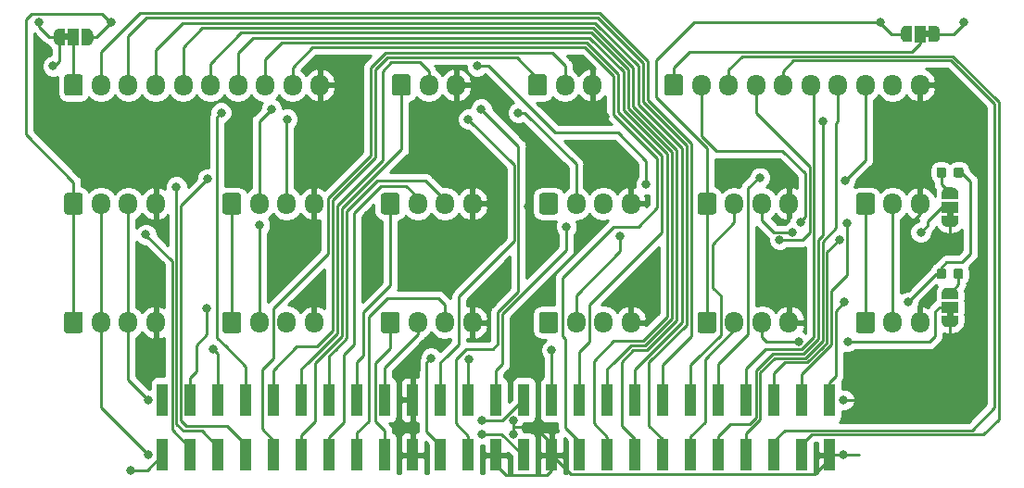
<source format=gbr>
G04 #@! TF.GenerationSoftware,KiCad,Pcbnew,(5.0.1)-3*
G04 #@! TF.CreationDate,2020-04-19T11:49:36-04:00*
G04 #@! TF.ProjectId,frontPanel_100mm,66726F6E7450616E656C5F3130306D6D,rev?*
G04 #@! TF.SameCoordinates,Original*
G04 #@! TF.FileFunction,Copper,L2,Bot,Signal*
G04 #@! TF.FilePolarity,Positive*
%FSLAX46Y46*%
G04 Gerber Fmt 4.6, Leading zero omitted, Abs format (unit mm)*
G04 Created by KiCad (PCBNEW (5.0.1)-3) date 4/19/2020 11:49:36 AM*
%MOMM*%
%LPD*%
G01*
G04 APERTURE LIST*
G04 #@! TA.AperFunction,Conductor*
%ADD10C,0.100000*%
G04 #@! TD*
G04 #@! TA.AperFunction,ComponentPad*
%ADD11C,1.700000*%
G04 #@! TD*
G04 #@! TA.AperFunction,ComponentPad*
%ADD12O,1.700000X1.950000*%
G04 #@! TD*
G04 #@! TA.AperFunction,SMDPad,CuDef*
%ADD13R,1.000000X3.000000*%
G04 #@! TD*
G04 #@! TA.AperFunction,SMDPad,CuDef*
%ADD14R,1.000000X1.500000*%
G04 #@! TD*
G04 #@! TA.AperFunction,SMDPad,CuDef*
%ADD15C,0.500000*%
G04 #@! TD*
G04 #@! TA.AperFunction,SMDPad,CuDef*
%ADD16C,0.875000*%
G04 #@! TD*
G04 #@! TA.AperFunction,SMDPad,CuDef*
%ADD17R,1.500000X1.000000*%
G04 #@! TD*
G04 #@! TA.AperFunction,ViaPad*
%ADD18C,0.800000*%
G04 #@! TD*
G04 #@! TA.AperFunction,Conductor*
%ADD19C,0.250000*%
G04 #@! TD*
G04 #@! TA.AperFunction,Conductor*
%ADD20C,0.254000*%
G04 #@! TD*
G04 APERTURE END LIST*
D10*
G04 #@! TO.N,Net-(J3-Pad1)*
G04 #@! TO.C,J3*
G36*
X108774504Y-56176204D02*
X108798773Y-56179804D01*
X108822571Y-56185765D01*
X108845671Y-56194030D01*
X108867849Y-56204520D01*
X108888893Y-56217133D01*
X108908598Y-56231747D01*
X108926777Y-56248223D01*
X108943253Y-56266402D01*
X108957867Y-56286107D01*
X108970480Y-56307151D01*
X108980970Y-56329329D01*
X108989235Y-56352429D01*
X108995196Y-56376227D01*
X108998796Y-56400496D01*
X109000000Y-56425000D01*
X109000000Y-57875000D01*
X108998796Y-57899504D01*
X108995196Y-57923773D01*
X108989235Y-57947571D01*
X108980970Y-57970671D01*
X108970480Y-57992849D01*
X108957867Y-58013893D01*
X108943253Y-58033598D01*
X108926777Y-58051777D01*
X108908598Y-58068253D01*
X108888893Y-58082867D01*
X108867849Y-58095480D01*
X108845671Y-58105970D01*
X108822571Y-58114235D01*
X108798773Y-58120196D01*
X108774504Y-58123796D01*
X108750000Y-58125000D01*
X107550000Y-58125000D01*
X107525496Y-58123796D01*
X107501227Y-58120196D01*
X107477429Y-58114235D01*
X107454329Y-58105970D01*
X107432151Y-58095480D01*
X107411107Y-58082867D01*
X107391402Y-58068253D01*
X107373223Y-58051777D01*
X107356747Y-58033598D01*
X107342133Y-58013893D01*
X107329520Y-57992849D01*
X107319030Y-57970671D01*
X107310765Y-57947571D01*
X107304804Y-57923773D01*
X107301204Y-57899504D01*
X107300000Y-57875000D01*
X107300000Y-56425000D01*
X107301204Y-56400496D01*
X107304804Y-56376227D01*
X107310765Y-56352429D01*
X107319030Y-56329329D01*
X107329520Y-56307151D01*
X107342133Y-56286107D01*
X107356747Y-56266402D01*
X107373223Y-56248223D01*
X107391402Y-56231747D01*
X107411107Y-56217133D01*
X107432151Y-56204520D01*
X107454329Y-56194030D01*
X107477429Y-56185765D01*
X107501227Y-56179804D01*
X107525496Y-56176204D01*
X107550000Y-56175000D01*
X108750000Y-56175000D01*
X108774504Y-56176204D01*
X108774504Y-56176204D01*
G37*
D11*
G04 #@! TD*
G04 #@! TO.P,J3,1*
G04 #@! TO.N,Net-(J3-Pad1)*
X108150000Y-57150000D03*
D12*
G04 #@! TO.P,J3,2*
G04 #@! TO.N,/PB1*
X110650000Y-57150000D03*
G04 #@! TO.P,J3,3*
G04 #@! TO.N,/PB2*
X113150000Y-57150000D03*
G04 #@! TO.P,J3,4*
G04 #@! TO.N,/PB3*
X115650000Y-57150000D03*
G04 #@! TO.P,J3,5*
G04 #@! TO.N,/PB4*
X118150000Y-57150000D03*
G04 #@! TO.P,J3,6*
G04 #@! TO.N,/PB5*
X120650000Y-57150000D03*
G04 #@! TO.P,J3,7*
G04 #@! TO.N,/PB6*
X123150000Y-57150000D03*
G04 #@! TO.P,J3,8*
G04 #@! TO.N,/PB7*
X125650000Y-57150000D03*
G04 #@! TO.P,J3,9*
G04 #@! TO.N,/PB8*
X128150000Y-57150000D03*
G04 #@! TO.P,J3,10*
G04 #@! TO.N,GND*
X130650000Y-57150000D03*
G04 #@! TD*
D13*
G04 #@! TO.P,J1,50*
G04 #@! TO.N,/5v*
X177230000Y-85930000D03*
G04 #@! TO.P,J1,49*
G04 #@! TO.N,GND*
X177230000Y-90970000D03*
G04 #@! TO.P,J1,48*
G04 #@! TO.N,/PA1*
X174690000Y-85930000D03*
G04 #@! TO.P,J1,47*
G04 #@! TO.N,/PA2*
X174690000Y-90970000D03*
G04 #@! TO.P,J1,46*
G04 #@! TO.N,/PA3*
X172150000Y-85930000D03*
G04 #@! TO.P,J1,45*
G04 #@! TO.N,/PA4*
X172150000Y-90970000D03*
G04 #@! TO.P,J1,44*
G04 #@! TO.N,/PA5*
X169610000Y-85930000D03*
G04 #@! TO.P,J1,43*
G04 #@! TO.N,/PA6*
X169610000Y-90970000D03*
G04 #@! TO.P,J1,42*
G04 #@! TO.N,/PA7*
X167070000Y-85930000D03*
G04 #@! TO.P,J1,41*
G04 #@! TO.N,/PA8*
X167070000Y-90970000D03*
G04 #@! TO.P,J1,40*
G04 #@! TO.N,/ATO1*
X164530000Y-85930000D03*
G04 #@! TO.P,J1,39*
G04 #@! TO.N,/ATO2*
X164530000Y-90970000D03*
G04 #@! TO.P,J1,38*
G04 #@! TO.N,/PB1*
X161990000Y-85930000D03*
G04 #@! TO.P,J1,37*
G04 #@! TO.N,/PB2*
X161990000Y-90970000D03*
G04 #@! TO.P,J1,36*
G04 #@! TO.N,/PB3*
X159450000Y-85930000D03*
G04 #@! TO.P,J1,35*
G04 #@! TO.N,/PB4*
X159450000Y-90970000D03*
G04 #@! TO.P,J1,34*
G04 #@! TO.N,/PB5*
X156910000Y-85930000D03*
G04 #@! TO.P,J1,33*
G04 #@! TO.N,/PB6*
X156910000Y-90970000D03*
G04 #@! TO.P,J1,32*
G04 #@! TO.N,/PB7*
X154370000Y-85930000D03*
G04 #@! TO.P,J1,31*
G04 #@! TO.N,/PB8*
X154370000Y-90970000D03*
G04 #@! TO.P,J1,30*
G04 #@! TO.N,/1WIRE*
X151830000Y-85930000D03*
G04 #@! TO.P,J1,29*
G04 #@! TO.N,GND*
X151830000Y-90970000D03*
G04 #@! TO.P,J1,28*
G04 #@! TO.N,/SDA*
X149290000Y-85930000D03*
G04 #@! TO.P,J1,27*
G04 #@! TO.N,/SCL*
X149290000Y-90970000D03*
G04 #@! TO.P,J1,26*
G04 #@! TO.N,/AIN1*
X146750000Y-85930000D03*
G04 #@! TO.P,J1,25*
G04 #@! TO.N,GND*
X146750000Y-90970000D03*
G04 #@! TO.P,J1,24*
G04 #@! TO.N,/AIN2*
X144210000Y-85930000D03*
G04 #@! TO.P,J1,23*
G04 #@! TO.N,/AIN3*
X144210000Y-90970000D03*
G04 #@! TO.P,J1,22*
G04 #@! TO.N,/AIN4*
X141670000Y-85930000D03*
G04 #@! TO.P,J1,21*
G04 #@! TO.N,/AV+*
X141670000Y-90970000D03*
G04 #@! TO.P,J1,20*
G04 #@! TO.N,GND*
X139130000Y-85930000D03*
G04 #@! TO.P,J1,19*
X139130000Y-90970000D03*
G04 #@! TO.P,J1,18*
G04 #@! TO.N,/PWM2*
X136590000Y-85930000D03*
G04 #@! TO.P,J1,17*
G04 #@! TO.N,/PWM1*
X136590000Y-90970000D03*
G04 #@! TO.P,J1,16*
G04 #@! TO.N,/PWM4*
X134050000Y-85930000D03*
G04 #@! TO.P,J1,15*
G04 #@! TO.N,/PWM3*
X134050000Y-90970000D03*
G04 #@! TO.P,J1,14*
G04 #@! TO.N,/PWM6*
X131510000Y-85930000D03*
G04 #@! TO.P,J1,13*
G04 #@! TO.N,/PWM5*
X131510000Y-90970000D03*
G04 #@! TO.P,J1,12*
G04 #@! TO.N,/PWM8*
X128970000Y-85930000D03*
G04 #@! TO.P,J1,11*
G04 #@! TO.N,/PWM7*
X128970000Y-90970000D03*
G04 #@! TO.P,J1,10*
G04 #@! TO.N,/AOUT7*
X126430000Y-85930000D03*
G04 #@! TO.P,J1,9*
G04 #@! TO.N,/AOUT8*
X126430000Y-90970000D03*
G04 #@! TO.P,J1,8*
G04 #@! TO.N,/AOUT5*
X123890000Y-85930000D03*
G04 #@! TO.P,J1,7*
G04 #@! TO.N,/AOUT6*
X123890000Y-90970000D03*
G04 #@! TO.P,J1,6*
G04 #@! TO.N,/AOUT3*
X121350000Y-85930000D03*
G04 #@! TO.P,J1,5*
G04 #@! TO.N,/AOUT4*
X121350000Y-90970000D03*
G04 #@! TO.P,J1,4*
G04 #@! TO.N,/AOUT1*
X118810000Y-85930000D03*
G04 #@! TO.P,J1,3*
G04 #@! TO.N,/AOUT2*
X118810000Y-90970000D03*
G04 #@! TO.P,J1,2*
G04 #@! TO.N,N/C*
X116270000Y-85930000D03*
G04 #@! TO.P,J1,1*
G04 #@! TO.N,/3v3*
X116270000Y-90970000D03*
G04 #@! TD*
D12*
G04 #@! TO.P,J2,10*
G04 #@! TO.N,GND*
X185480000Y-57150000D03*
G04 #@! TO.P,J2,9*
G04 #@! TO.N,/PA8*
X182980000Y-57150000D03*
G04 #@! TO.P,J2,8*
G04 #@! TO.N,/PA7*
X180480000Y-57150000D03*
G04 #@! TO.P,J2,7*
G04 #@! TO.N,/PA6*
X177980000Y-57150000D03*
G04 #@! TO.P,J2,6*
G04 #@! TO.N,/PA5*
X175480000Y-57150000D03*
G04 #@! TO.P,J2,5*
G04 #@! TO.N,/PA4*
X172980000Y-57150000D03*
G04 #@! TO.P,J2,4*
G04 #@! TO.N,/PA3*
X170480000Y-57150000D03*
G04 #@! TO.P,J2,3*
G04 #@! TO.N,/PA2*
X167980000Y-57150000D03*
G04 #@! TO.P,J2,2*
G04 #@! TO.N,/PA1*
X165480000Y-57150000D03*
D10*
G04 #@! TD*
G04 #@! TO.N,Net-(J2-Pad1)*
G04 #@! TO.C,J2*
G36*
X163604504Y-56176204D02*
X163628773Y-56179804D01*
X163652571Y-56185765D01*
X163675671Y-56194030D01*
X163697849Y-56204520D01*
X163718893Y-56217133D01*
X163738598Y-56231747D01*
X163756777Y-56248223D01*
X163773253Y-56266402D01*
X163787867Y-56286107D01*
X163800480Y-56307151D01*
X163810970Y-56329329D01*
X163819235Y-56352429D01*
X163825196Y-56376227D01*
X163828796Y-56400496D01*
X163830000Y-56425000D01*
X163830000Y-57875000D01*
X163828796Y-57899504D01*
X163825196Y-57923773D01*
X163819235Y-57947571D01*
X163810970Y-57970671D01*
X163800480Y-57992849D01*
X163787867Y-58013893D01*
X163773253Y-58033598D01*
X163756777Y-58051777D01*
X163738598Y-58068253D01*
X163718893Y-58082867D01*
X163697849Y-58095480D01*
X163675671Y-58105970D01*
X163652571Y-58114235D01*
X163628773Y-58120196D01*
X163604504Y-58123796D01*
X163580000Y-58125000D01*
X162380000Y-58125000D01*
X162355496Y-58123796D01*
X162331227Y-58120196D01*
X162307429Y-58114235D01*
X162284329Y-58105970D01*
X162262151Y-58095480D01*
X162241107Y-58082867D01*
X162221402Y-58068253D01*
X162203223Y-58051777D01*
X162186747Y-58033598D01*
X162172133Y-58013893D01*
X162159520Y-57992849D01*
X162149030Y-57970671D01*
X162140765Y-57947571D01*
X162134804Y-57923773D01*
X162131204Y-57899504D01*
X162130000Y-57875000D01*
X162130000Y-56425000D01*
X162131204Y-56400496D01*
X162134804Y-56376227D01*
X162140765Y-56352429D01*
X162149030Y-56329329D01*
X162159520Y-56307151D01*
X162172133Y-56286107D01*
X162186747Y-56266402D01*
X162203223Y-56248223D01*
X162221402Y-56231747D01*
X162241107Y-56217133D01*
X162262151Y-56204520D01*
X162284329Y-56194030D01*
X162307429Y-56185765D01*
X162331227Y-56179804D01*
X162355496Y-56176204D01*
X162380000Y-56175000D01*
X163580000Y-56175000D01*
X163604504Y-56176204D01*
X163604504Y-56176204D01*
G37*
D11*
G04 #@! TO.P,J2,1*
G04 #@! TO.N,Net-(J2-Pad1)*
X162980000Y-57150000D03*
G04 #@! TD*
D10*
G04 #@! TO.N,/AOUT1*
G04 #@! TO.C,J4*
G36*
X152172504Y-77866204D02*
X152196773Y-77869804D01*
X152220571Y-77875765D01*
X152243671Y-77884030D01*
X152265849Y-77894520D01*
X152286893Y-77907133D01*
X152306598Y-77921747D01*
X152324777Y-77938223D01*
X152341253Y-77956402D01*
X152355867Y-77976107D01*
X152368480Y-77997151D01*
X152378970Y-78019329D01*
X152387235Y-78042429D01*
X152393196Y-78066227D01*
X152396796Y-78090496D01*
X152398000Y-78115000D01*
X152398000Y-79565000D01*
X152396796Y-79589504D01*
X152393196Y-79613773D01*
X152387235Y-79637571D01*
X152378970Y-79660671D01*
X152368480Y-79682849D01*
X152355867Y-79703893D01*
X152341253Y-79723598D01*
X152324777Y-79741777D01*
X152306598Y-79758253D01*
X152286893Y-79772867D01*
X152265849Y-79785480D01*
X152243671Y-79795970D01*
X152220571Y-79804235D01*
X152196773Y-79810196D01*
X152172504Y-79813796D01*
X152148000Y-79815000D01*
X150948000Y-79815000D01*
X150923496Y-79813796D01*
X150899227Y-79810196D01*
X150875429Y-79804235D01*
X150852329Y-79795970D01*
X150830151Y-79785480D01*
X150809107Y-79772867D01*
X150789402Y-79758253D01*
X150771223Y-79741777D01*
X150754747Y-79723598D01*
X150740133Y-79703893D01*
X150727520Y-79682849D01*
X150717030Y-79660671D01*
X150708765Y-79637571D01*
X150702804Y-79613773D01*
X150699204Y-79589504D01*
X150698000Y-79565000D01*
X150698000Y-78115000D01*
X150699204Y-78090496D01*
X150702804Y-78066227D01*
X150708765Y-78042429D01*
X150717030Y-78019329D01*
X150727520Y-77997151D01*
X150740133Y-77976107D01*
X150754747Y-77956402D01*
X150771223Y-77938223D01*
X150789402Y-77921747D01*
X150809107Y-77907133D01*
X150830151Y-77894520D01*
X150852329Y-77884030D01*
X150875429Y-77875765D01*
X150899227Y-77869804D01*
X150923496Y-77866204D01*
X150948000Y-77865000D01*
X152148000Y-77865000D01*
X152172504Y-77866204D01*
X152172504Y-77866204D01*
G37*
D11*
G04 #@! TD*
G04 #@! TO.P,J4,1*
G04 #@! TO.N,/AOUT1*
X151548000Y-78840000D03*
D12*
G04 #@! TO.P,J4,2*
G04 #@! TO.N,/AOUT2*
X154048000Y-78840000D03*
G04 #@! TO.P,J4,3*
G04 #@! TO.N,/AOUT3*
X156548000Y-78840000D03*
G04 #@! TO.P,J4,4*
G04 #@! TO.N,GND*
X159048000Y-78840000D03*
G04 #@! TD*
G04 #@! TO.P,J5,4*
G04 #@! TO.N,GND*
X144582000Y-78840000D03*
G04 #@! TO.P,J5,3*
G04 #@! TO.N,/PWM3*
X142082000Y-78840000D03*
G04 #@! TO.P,J5,2*
G04 #@! TO.N,/PWM2*
X139582000Y-78840000D03*
D10*
G04 #@! TD*
G04 #@! TO.N,/PWM1*
G04 #@! TO.C,J5*
G36*
X137706504Y-77866204D02*
X137730773Y-77869804D01*
X137754571Y-77875765D01*
X137777671Y-77884030D01*
X137799849Y-77894520D01*
X137820893Y-77907133D01*
X137840598Y-77921747D01*
X137858777Y-77938223D01*
X137875253Y-77956402D01*
X137889867Y-77976107D01*
X137902480Y-77997151D01*
X137912970Y-78019329D01*
X137921235Y-78042429D01*
X137927196Y-78066227D01*
X137930796Y-78090496D01*
X137932000Y-78115000D01*
X137932000Y-79565000D01*
X137930796Y-79589504D01*
X137927196Y-79613773D01*
X137921235Y-79637571D01*
X137912970Y-79660671D01*
X137902480Y-79682849D01*
X137889867Y-79703893D01*
X137875253Y-79723598D01*
X137858777Y-79741777D01*
X137840598Y-79758253D01*
X137820893Y-79772867D01*
X137799849Y-79785480D01*
X137777671Y-79795970D01*
X137754571Y-79804235D01*
X137730773Y-79810196D01*
X137706504Y-79813796D01*
X137682000Y-79815000D01*
X136482000Y-79815000D01*
X136457496Y-79813796D01*
X136433227Y-79810196D01*
X136409429Y-79804235D01*
X136386329Y-79795970D01*
X136364151Y-79785480D01*
X136343107Y-79772867D01*
X136323402Y-79758253D01*
X136305223Y-79741777D01*
X136288747Y-79723598D01*
X136274133Y-79703893D01*
X136261520Y-79682849D01*
X136251030Y-79660671D01*
X136242765Y-79637571D01*
X136236804Y-79613773D01*
X136233204Y-79589504D01*
X136232000Y-79565000D01*
X136232000Y-78115000D01*
X136233204Y-78090496D01*
X136236804Y-78066227D01*
X136242765Y-78042429D01*
X136251030Y-78019329D01*
X136261520Y-77997151D01*
X136274133Y-77976107D01*
X136288747Y-77956402D01*
X136305223Y-77938223D01*
X136323402Y-77921747D01*
X136343107Y-77907133D01*
X136364151Y-77894520D01*
X136386329Y-77884030D01*
X136409429Y-77875765D01*
X136433227Y-77869804D01*
X136457496Y-77866204D01*
X136482000Y-77865000D01*
X137682000Y-77865000D01*
X137706504Y-77866204D01*
X137706504Y-77866204D01*
G37*
D11*
G04 #@! TO.P,J5,1*
G04 #@! TO.N,/PWM1*
X137082000Y-78840000D03*
G04 #@! TD*
D10*
G04 #@! TO.N,/AV+*
G04 #@! TO.C,J6*
G36*
X123240504Y-77866204D02*
X123264773Y-77869804D01*
X123288571Y-77875765D01*
X123311671Y-77884030D01*
X123333849Y-77894520D01*
X123354893Y-77907133D01*
X123374598Y-77921747D01*
X123392777Y-77938223D01*
X123409253Y-77956402D01*
X123423867Y-77976107D01*
X123436480Y-77997151D01*
X123446970Y-78019329D01*
X123455235Y-78042429D01*
X123461196Y-78066227D01*
X123464796Y-78090496D01*
X123466000Y-78115000D01*
X123466000Y-79565000D01*
X123464796Y-79589504D01*
X123461196Y-79613773D01*
X123455235Y-79637571D01*
X123446970Y-79660671D01*
X123436480Y-79682849D01*
X123423867Y-79703893D01*
X123409253Y-79723598D01*
X123392777Y-79741777D01*
X123374598Y-79758253D01*
X123354893Y-79772867D01*
X123333849Y-79785480D01*
X123311671Y-79795970D01*
X123288571Y-79804235D01*
X123264773Y-79810196D01*
X123240504Y-79813796D01*
X123216000Y-79815000D01*
X122016000Y-79815000D01*
X121991496Y-79813796D01*
X121967227Y-79810196D01*
X121943429Y-79804235D01*
X121920329Y-79795970D01*
X121898151Y-79785480D01*
X121877107Y-79772867D01*
X121857402Y-79758253D01*
X121839223Y-79741777D01*
X121822747Y-79723598D01*
X121808133Y-79703893D01*
X121795520Y-79682849D01*
X121785030Y-79660671D01*
X121776765Y-79637571D01*
X121770804Y-79613773D01*
X121767204Y-79589504D01*
X121766000Y-79565000D01*
X121766000Y-78115000D01*
X121767204Y-78090496D01*
X121770804Y-78066227D01*
X121776765Y-78042429D01*
X121785030Y-78019329D01*
X121795520Y-77997151D01*
X121808133Y-77976107D01*
X121822747Y-77956402D01*
X121839223Y-77938223D01*
X121857402Y-77921747D01*
X121877107Y-77907133D01*
X121898151Y-77894520D01*
X121920329Y-77884030D01*
X121943429Y-77875765D01*
X121967227Y-77869804D01*
X121991496Y-77866204D01*
X122016000Y-77865000D01*
X123216000Y-77865000D01*
X123240504Y-77866204D01*
X123240504Y-77866204D01*
G37*
D11*
G04 #@! TD*
G04 #@! TO.P,J6,1*
G04 #@! TO.N,/AV+*
X122616000Y-78840000D03*
D12*
G04 #@! TO.P,J6,2*
G04 #@! TO.N,/AIN1*
X125116000Y-78840000D03*
G04 #@! TO.P,J6,3*
G04 #@! TO.N,/AIN2*
X127616000Y-78840000D03*
G04 #@! TO.P,J6,4*
G04 #@! TO.N,GND*
X130116000Y-78840000D03*
G04 #@! TD*
G04 #@! TO.P,J7,4*
G04 #@! TO.N,GND*
X173514000Y-67995000D03*
G04 #@! TO.P,J7,3*
G04 #@! TO.N,Net-(J7-Pad3)*
X171014000Y-67995000D03*
G04 #@! TO.P,J7,2*
G04 #@! TO.N,/ATO1*
X168514000Y-67995000D03*
D10*
G04 #@! TD*
G04 #@! TO.N,/5v*
G04 #@! TO.C,J7*
G36*
X166638504Y-67021204D02*
X166662773Y-67024804D01*
X166686571Y-67030765D01*
X166709671Y-67039030D01*
X166731849Y-67049520D01*
X166752893Y-67062133D01*
X166772598Y-67076747D01*
X166790777Y-67093223D01*
X166807253Y-67111402D01*
X166821867Y-67131107D01*
X166834480Y-67152151D01*
X166844970Y-67174329D01*
X166853235Y-67197429D01*
X166859196Y-67221227D01*
X166862796Y-67245496D01*
X166864000Y-67270000D01*
X166864000Y-68720000D01*
X166862796Y-68744504D01*
X166859196Y-68768773D01*
X166853235Y-68792571D01*
X166844970Y-68815671D01*
X166834480Y-68837849D01*
X166821867Y-68858893D01*
X166807253Y-68878598D01*
X166790777Y-68896777D01*
X166772598Y-68913253D01*
X166752893Y-68927867D01*
X166731849Y-68940480D01*
X166709671Y-68950970D01*
X166686571Y-68959235D01*
X166662773Y-68965196D01*
X166638504Y-68968796D01*
X166614000Y-68970000D01*
X165414000Y-68970000D01*
X165389496Y-68968796D01*
X165365227Y-68965196D01*
X165341429Y-68959235D01*
X165318329Y-68950970D01*
X165296151Y-68940480D01*
X165275107Y-68927867D01*
X165255402Y-68913253D01*
X165237223Y-68896777D01*
X165220747Y-68878598D01*
X165206133Y-68858893D01*
X165193520Y-68837849D01*
X165183030Y-68815671D01*
X165174765Y-68792571D01*
X165168804Y-68768773D01*
X165165204Y-68744504D01*
X165164000Y-68720000D01*
X165164000Y-67270000D01*
X165165204Y-67245496D01*
X165168804Y-67221227D01*
X165174765Y-67197429D01*
X165183030Y-67174329D01*
X165193520Y-67152151D01*
X165206133Y-67131107D01*
X165220747Y-67111402D01*
X165237223Y-67093223D01*
X165255402Y-67076747D01*
X165275107Y-67062133D01*
X165296151Y-67049520D01*
X165318329Y-67039030D01*
X165341429Y-67030765D01*
X165365227Y-67024804D01*
X165389496Y-67021204D01*
X165414000Y-67020000D01*
X166614000Y-67020000D01*
X166638504Y-67021204D01*
X166638504Y-67021204D01*
G37*
D11*
G04 #@! TO.P,J7,1*
G04 #@! TO.N,/5v*
X166014000Y-67995000D03*
G04 #@! TD*
D10*
G04 #@! TO.N,/AOUT4*
G04 #@! TO.C,J8*
G36*
X152172504Y-67021204D02*
X152196773Y-67024804D01*
X152220571Y-67030765D01*
X152243671Y-67039030D01*
X152265849Y-67049520D01*
X152286893Y-67062133D01*
X152306598Y-67076747D01*
X152324777Y-67093223D01*
X152341253Y-67111402D01*
X152355867Y-67131107D01*
X152368480Y-67152151D01*
X152378970Y-67174329D01*
X152387235Y-67197429D01*
X152393196Y-67221227D01*
X152396796Y-67245496D01*
X152398000Y-67270000D01*
X152398000Y-68720000D01*
X152396796Y-68744504D01*
X152393196Y-68768773D01*
X152387235Y-68792571D01*
X152378970Y-68815671D01*
X152368480Y-68837849D01*
X152355867Y-68858893D01*
X152341253Y-68878598D01*
X152324777Y-68896777D01*
X152306598Y-68913253D01*
X152286893Y-68927867D01*
X152265849Y-68940480D01*
X152243671Y-68950970D01*
X152220571Y-68959235D01*
X152196773Y-68965196D01*
X152172504Y-68968796D01*
X152148000Y-68970000D01*
X150948000Y-68970000D01*
X150923496Y-68968796D01*
X150899227Y-68965196D01*
X150875429Y-68959235D01*
X150852329Y-68950970D01*
X150830151Y-68940480D01*
X150809107Y-68927867D01*
X150789402Y-68913253D01*
X150771223Y-68896777D01*
X150754747Y-68878598D01*
X150740133Y-68858893D01*
X150727520Y-68837849D01*
X150717030Y-68815671D01*
X150708765Y-68792571D01*
X150702804Y-68768773D01*
X150699204Y-68744504D01*
X150698000Y-68720000D01*
X150698000Y-67270000D01*
X150699204Y-67245496D01*
X150702804Y-67221227D01*
X150708765Y-67197429D01*
X150717030Y-67174329D01*
X150727520Y-67152151D01*
X150740133Y-67131107D01*
X150754747Y-67111402D01*
X150771223Y-67093223D01*
X150789402Y-67076747D01*
X150809107Y-67062133D01*
X150830151Y-67049520D01*
X150852329Y-67039030D01*
X150875429Y-67030765D01*
X150899227Y-67024804D01*
X150923496Y-67021204D01*
X150948000Y-67020000D01*
X152148000Y-67020000D01*
X152172504Y-67021204D01*
X152172504Y-67021204D01*
G37*
D11*
G04 #@! TD*
G04 #@! TO.P,J8,1*
G04 #@! TO.N,/AOUT4*
X151548000Y-67995000D03*
D12*
G04 #@! TO.P,J8,2*
G04 #@! TO.N,/AOUT5*
X154048000Y-67995000D03*
G04 #@! TO.P,J8,3*
G04 #@! TO.N,/AOUT6*
X156548000Y-67995000D03*
G04 #@! TO.P,J8,4*
G04 #@! TO.N,GND*
X159048000Y-67995000D03*
G04 #@! TD*
G04 #@! TO.P,J9,4*
G04 #@! TO.N,GND*
X144582000Y-67995000D03*
G04 #@! TO.P,J9,3*
G04 #@! TO.N,/PWM6*
X142082000Y-67995000D03*
G04 #@! TO.P,J9,2*
G04 #@! TO.N,/PWM5*
X139582000Y-67995000D03*
D10*
G04 #@! TD*
G04 #@! TO.N,/PWM4*
G04 #@! TO.C,J9*
G36*
X137706504Y-67021204D02*
X137730773Y-67024804D01*
X137754571Y-67030765D01*
X137777671Y-67039030D01*
X137799849Y-67049520D01*
X137820893Y-67062133D01*
X137840598Y-67076747D01*
X137858777Y-67093223D01*
X137875253Y-67111402D01*
X137889867Y-67131107D01*
X137902480Y-67152151D01*
X137912970Y-67174329D01*
X137921235Y-67197429D01*
X137927196Y-67221227D01*
X137930796Y-67245496D01*
X137932000Y-67270000D01*
X137932000Y-68720000D01*
X137930796Y-68744504D01*
X137927196Y-68768773D01*
X137921235Y-68792571D01*
X137912970Y-68815671D01*
X137902480Y-68837849D01*
X137889867Y-68858893D01*
X137875253Y-68878598D01*
X137858777Y-68896777D01*
X137840598Y-68913253D01*
X137820893Y-68927867D01*
X137799849Y-68940480D01*
X137777671Y-68950970D01*
X137754571Y-68959235D01*
X137730773Y-68965196D01*
X137706504Y-68968796D01*
X137682000Y-68970000D01*
X136482000Y-68970000D01*
X136457496Y-68968796D01*
X136433227Y-68965196D01*
X136409429Y-68959235D01*
X136386329Y-68950970D01*
X136364151Y-68940480D01*
X136343107Y-68927867D01*
X136323402Y-68913253D01*
X136305223Y-68896777D01*
X136288747Y-68878598D01*
X136274133Y-68858893D01*
X136261520Y-68837849D01*
X136251030Y-68815671D01*
X136242765Y-68792571D01*
X136236804Y-68768773D01*
X136233204Y-68744504D01*
X136232000Y-68720000D01*
X136232000Y-67270000D01*
X136233204Y-67245496D01*
X136236804Y-67221227D01*
X136242765Y-67197429D01*
X136251030Y-67174329D01*
X136261520Y-67152151D01*
X136274133Y-67131107D01*
X136288747Y-67111402D01*
X136305223Y-67093223D01*
X136323402Y-67076747D01*
X136343107Y-67062133D01*
X136364151Y-67049520D01*
X136386329Y-67039030D01*
X136409429Y-67030765D01*
X136433227Y-67024804D01*
X136457496Y-67021204D01*
X136482000Y-67020000D01*
X137682000Y-67020000D01*
X137706504Y-67021204D01*
X137706504Y-67021204D01*
G37*
D11*
G04 #@! TO.P,J9,1*
G04 #@! TO.N,/PWM4*
X137082000Y-67995000D03*
G04 #@! TD*
D10*
G04 #@! TO.N,/AV+*
G04 #@! TO.C,J10*
G36*
X123240504Y-67021204D02*
X123264773Y-67024804D01*
X123288571Y-67030765D01*
X123311671Y-67039030D01*
X123333849Y-67049520D01*
X123354893Y-67062133D01*
X123374598Y-67076747D01*
X123392777Y-67093223D01*
X123409253Y-67111402D01*
X123423867Y-67131107D01*
X123436480Y-67152151D01*
X123446970Y-67174329D01*
X123455235Y-67197429D01*
X123461196Y-67221227D01*
X123464796Y-67245496D01*
X123466000Y-67270000D01*
X123466000Y-68720000D01*
X123464796Y-68744504D01*
X123461196Y-68768773D01*
X123455235Y-68792571D01*
X123446970Y-68815671D01*
X123436480Y-68837849D01*
X123423867Y-68858893D01*
X123409253Y-68878598D01*
X123392777Y-68896777D01*
X123374598Y-68913253D01*
X123354893Y-68927867D01*
X123333849Y-68940480D01*
X123311671Y-68950970D01*
X123288571Y-68959235D01*
X123264773Y-68965196D01*
X123240504Y-68968796D01*
X123216000Y-68970000D01*
X122016000Y-68970000D01*
X121991496Y-68968796D01*
X121967227Y-68965196D01*
X121943429Y-68959235D01*
X121920329Y-68950970D01*
X121898151Y-68940480D01*
X121877107Y-68927867D01*
X121857402Y-68913253D01*
X121839223Y-68896777D01*
X121822747Y-68878598D01*
X121808133Y-68858893D01*
X121795520Y-68837849D01*
X121785030Y-68815671D01*
X121776765Y-68792571D01*
X121770804Y-68768773D01*
X121767204Y-68744504D01*
X121766000Y-68720000D01*
X121766000Y-67270000D01*
X121767204Y-67245496D01*
X121770804Y-67221227D01*
X121776765Y-67197429D01*
X121785030Y-67174329D01*
X121795520Y-67152151D01*
X121808133Y-67131107D01*
X121822747Y-67111402D01*
X121839223Y-67093223D01*
X121857402Y-67076747D01*
X121877107Y-67062133D01*
X121898151Y-67049520D01*
X121920329Y-67039030D01*
X121943429Y-67030765D01*
X121967227Y-67024804D01*
X121991496Y-67021204D01*
X122016000Y-67020000D01*
X123216000Y-67020000D01*
X123240504Y-67021204D01*
X123240504Y-67021204D01*
G37*
D11*
G04 #@! TD*
G04 #@! TO.P,J10,1*
G04 #@! TO.N,/AV+*
X122616000Y-67995000D03*
D12*
G04 #@! TO.P,J10,2*
G04 #@! TO.N,/AIN3*
X125116000Y-67995000D03*
G04 #@! TO.P,J10,3*
G04 #@! TO.N,/AIN4*
X127616000Y-67995000D03*
G04 #@! TO.P,J10,4*
G04 #@! TO.N,GND*
X130116000Y-67995000D03*
G04 #@! TD*
G04 #@! TO.P,J11,4*
G04 #@! TO.N,GND*
X173514000Y-78840000D03*
G04 #@! TO.P,J11,3*
G04 #@! TO.N,Net-(J11-Pad3)*
X171014000Y-78840000D03*
G04 #@! TO.P,J11,2*
G04 #@! TO.N,/ATO2*
X168514000Y-78840000D03*
D10*
G04 #@! TD*
G04 #@! TO.N,/5v*
G04 #@! TO.C,J11*
G36*
X166638504Y-77866204D02*
X166662773Y-77869804D01*
X166686571Y-77875765D01*
X166709671Y-77884030D01*
X166731849Y-77894520D01*
X166752893Y-77907133D01*
X166772598Y-77921747D01*
X166790777Y-77938223D01*
X166807253Y-77956402D01*
X166821867Y-77976107D01*
X166834480Y-77997151D01*
X166844970Y-78019329D01*
X166853235Y-78042429D01*
X166859196Y-78066227D01*
X166862796Y-78090496D01*
X166864000Y-78115000D01*
X166864000Y-79565000D01*
X166862796Y-79589504D01*
X166859196Y-79613773D01*
X166853235Y-79637571D01*
X166844970Y-79660671D01*
X166834480Y-79682849D01*
X166821867Y-79703893D01*
X166807253Y-79723598D01*
X166790777Y-79741777D01*
X166772598Y-79758253D01*
X166752893Y-79772867D01*
X166731849Y-79785480D01*
X166709671Y-79795970D01*
X166686571Y-79804235D01*
X166662773Y-79810196D01*
X166638504Y-79813796D01*
X166614000Y-79815000D01*
X165414000Y-79815000D01*
X165389496Y-79813796D01*
X165365227Y-79810196D01*
X165341429Y-79804235D01*
X165318329Y-79795970D01*
X165296151Y-79785480D01*
X165275107Y-79772867D01*
X165255402Y-79758253D01*
X165237223Y-79741777D01*
X165220747Y-79723598D01*
X165206133Y-79703893D01*
X165193520Y-79682849D01*
X165183030Y-79660671D01*
X165174765Y-79637571D01*
X165168804Y-79613773D01*
X165165204Y-79589504D01*
X165164000Y-79565000D01*
X165164000Y-78115000D01*
X165165204Y-78090496D01*
X165168804Y-78066227D01*
X165174765Y-78042429D01*
X165183030Y-78019329D01*
X165193520Y-77997151D01*
X165206133Y-77976107D01*
X165220747Y-77956402D01*
X165237223Y-77938223D01*
X165255402Y-77921747D01*
X165275107Y-77907133D01*
X165296151Y-77894520D01*
X165318329Y-77884030D01*
X165341429Y-77875765D01*
X165365227Y-77869804D01*
X165389496Y-77866204D01*
X165414000Y-77865000D01*
X166614000Y-77865000D01*
X166638504Y-77866204D01*
X166638504Y-77866204D01*
G37*
D11*
G04 #@! TO.P,J11,1*
G04 #@! TO.N,/5v*
X166014000Y-78840000D03*
G04 #@! TD*
D10*
G04 #@! TO.N,/5v*
G04 #@! TO.C,J14*
G36*
X108774504Y-77866204D02*
X108798773Y-77869804D01*
X108822571Y-77875765D01*
X108845671Y-77884030D01*
X108867849Y-77894520D01*
X108888893Y-77907133D01*
X108908598Y-77921747D01*
X108926777Y-77938223D01*
X108943253Y-77956402D01*
X108957867Y-77976107D01*
X108970480Y-77997151D01*
X108980970Y-78019329D01*
X108989235Y-78042429D01*
X108995196Y-78066227D01*
X108998796Y-78090496D01*
X109000000Y-78115000D01*
X109000000Y-79565000D01*
X108998796Y-79589504D01*
X108995196Y-79613773D01*
X108989235Y-79637571D01*
X108980970Y-79660671D01*
X108970480Y-79682849D01*
X108957867Y-79703893D01*
X108943253Y-79723598D01*
X108926777Y-79741777D01*
X108908598Y-79758253D01*
X108888893Y-79772867D01*
X108867849Y-79785480D01*
X108845671Y-79795970D01*
X108822571Y-79804235D01*
X108798773Y-79810196D01*
X108774504Y-79813796D01*
X108750000Y-79815000D01*
X107550000Y-79815000D01*
X107525496Y-79813796D01*
X107501227Y-79810196D01*
X107477429Y-79804235D01*
X107454329Y-79795970D01*
X107432151Y-79785480D01*
X107411107Y-79772867D01*
X107391402Y-79758253D01*
X107373223Y-79741777D01*
X107356747Y-79723598D01*
X107342133Y-79703893D01*
X107329520Y-79682849D01*
X107319030Y-79660671D01*
X107310765Y-79637571D01*
X107304804Y-79613773D01*
X107301204Y-79589504D01*
X107300000Y-79565000D01*
X107300000Y-78115000D01*
X107301204Y-78090496D01*
X107304804Y-78066227D01*
X107310765Y-78042429D01*
X107319030Y-78019329D01*
X107329520Y-77997151D01*
X107342133Y-77976107D01*
X107356747Y-77956402D01*
X107373223Y-77938223D01*
X107391402Y-77921747D01*
X107411107Y-77907133D01*
X107432151Y-77894520D01*
X107454329Y-77884030D01*
X107477429Y-77875765D01*
X107501227Y-77869804D01*
X107525496Y-77866204D01*
X107550000Y-77865000D01*
X108750000Y-77865000D01*
X108774504Y-77866204D01*
X108774504Y-77866204D01*
G37*
D11*
G04 #@! TD*
G04 #@! TO.P,J14,1*
G04 #@! TO.N,/5v*
X108150000Y-78840000D03*
D12*
G04 #@! TO.P,J14,2*
G04 #@! TO.N,/SCL*
X110650000Y-78840000D03*
G04 #@! TO.P,J14,3*
G04 #@! TO.N,/SDA*
X113150000Y-78840000D03*
G04 #@! TO.P,J14,4*
G04 #@! TO.N,GND*
X115650000Y-78840000D03*
G04 #@! TD*
G04 #@! TO.P,J16,4*
G04 #@! TO.N,GND*
X115650000Y-67995000D03*
G04 #@! TO.P,J16,3*
G04 #@! TO.N,/SDA*
X113150000Y-67995000D03*
G04 #@! TO.P,J16,2*
G04 #@! TO.N,/SCL*
X110650000Y-67995000D03*
D10*
G04 #@! TD*
G04 #@! TO.N,/5v*
G04 #@! TO.C,J16*
G36*
X108774504Y-67021204D02*
X108798773Y-67024804D01*
X108822571Y-67030765D01*
X108845671Y-67039030D01*
X108867849Y-67049520D01*
X108888893Y-67062133D01*
X108908598Y-67076747D01*
X108926777Y-67093223D01*
X108943253Y-67111402D01*
X108957867Y-67131107D01*
X108970480Y-67152151D01*
X108980970Y-67174329D01*
X108989235Y-67197429D01*
X108995196Y-67221227D01*
X108998796Y-67245496D01*
X109000000Y-67270000D01*
X109000000Y-68720000D01*
X108998796Y-68744504D01*
X108995196Y-68768773D01*
X108989235Y-68792571D01*
X108980970Y-68815671D01*
X108970480Y-68837849D01*
X108957867Y-68858893D01*
X108943253Y-68878598D01*
X108926777Y-68896777D01*
X108908598Y-68913253D01*
X108888893Y-68927867D01*
X108867849Y-68940480D01*
X108845671Y-68950970D01*
X108822571Y-68959235D01*
X108798773Y-68965196D01*
X108774504Y-68968796D01*
X108750000Y-68970000D01*
X107550000Y-68970000D01*
X107525496Y-68968796D01*
X107501227Y-68965196D01*
X107477429Y-68959235D01*
X107454329Y-68950970D01*
X107432151Y-68940480D01*
X107411107Y-68927867D01*
X107391402Y-68913253D01*
X107373223Y-68896777D01*
X107356747Y-68878598D01*
X107342133Y-68858893D01*
X107329520Y-68837849D01*
X107319030Y-68815671D01*
X107310765Y-68792571D01*
X107304804Y-68768773D01*
X107301204Y-68744504D01*
X107300000Y-68720000D01*
X107300000Y-67270000D01*
X107301204Y-67245496D01*
X107304804Y-67221227D01*
X107310765Y-67197429D01*
X107319030Y-67174329D01*
X107329520Y-67152151D01*
X107342133Y-67131107D01*
X107356747Y-67111402D01*
X107373223Y-67093223D01*
X107391402Y-67076747D01*
X107411107Y-67062133D01*
X107432151Y-67049520D01*
X107454329Y-67039030D01*
X107477429Y-67030765D01*
X107501227Y-67024804D01*
X107525496Y-67021204D01*
X107550000Y-67020000D01*
X108750000Y-67020000D01*
X108774504Y-67021204D01*
X108774504Y-67021204D01*
G37*
D11*
G04 #@! TO.P,J16,1*
G04 #@! TO.N,/5v*
X108150000Y-67995000D03*
G04 #@! TD*
D14*
G04 #@! TO.P,PA Vdd,2*
G04 #@! TO.N,Net-(J2-Pad1)*
X185520000Y-52465000D03*
D15*
G04 #@! TO.P,PA Vdd,3*
G04 #@! TO.N,/5v*
X184220000Y-52465000D03*
D10*
G04 #@! TD*
G04 #@! TO.N,/5v*
G04 #@! TO.C,PA Vdd*
G36*
X184220000Y-53214398D02*
X184195466Y-53214398D01*
X184146635Y-53209588D01*
X184098510Y-53200016D01*
X184051555Y-53185772D01*
X184006222Y-53166995D01*
X183962949Y-53143864D01*
X183922150Y-53116604D01*
X183884221Y-53085476D01*
X183849524Y-53050779D01*
X183818396Y-53012850D01*
X183791136Y-52972051D01*
X183768005Y-52928778D01*
X183749228Y-52883445D01*
X183734984Y-52836490D01*
X183725412Y-52788365D01*
X183720602Y-52739534D01*
X183720602Y-52715000D01*
X183720000Y-52715000D01*
X183720000Y-52215000D01*
X183720602Y-52215000D01*
X183720602Y-52190466D01*
X183725412Y-52141635D01*
X183734984Y-52093510D01*
X183749228Y-52046555D01*
X183768005Y-52001222D01*
X183791136Y-51957949D01*
X183818396Y-51917150D01*
X183849524Y-51879221D01*
X183884221Y-51844524D01*
X183922150Y-51813396D01*
X183962949Y-51786136D01*
X184006222Y-51763005D01*
X184051555Y-51744228D01*
X184098510Y-51729984D01*
X184146635Y-51720412D01*
X184195466Y-51715602D01*
X184220000Y-51715602D01*
X184220000Y-51715000D01*
X184770000Y-51715000D01*
X184770000Y-53215000D01*
X184220000Y-53215000D01*
X184220000Y-53214398D01*
X184220000Y-53214398D01*
G37*
D15*
G04 #@! TO.P,PA Vdd,1*
G04 #@! TO.N,/3v3*
X186820000Y-52465000D03*
D10*
G04 #@! TD*
G04 #@! TO.N,/3v3*
G04 #@! TO.C,PA Vdd*
G36*
X186270000Y-52765000D02*
X185920000Y-52765000D01*
X185920000Y-52165000D01*
X186270000Y-52165000D01*
X186270000Y-51715000D01*
X186820000Y-51715000D01*
X186820000Y-51715602D01*
X186844534Y-51715602D01*
X186893365Y-51720412D01*
X186941490Y-51729984D01*
X186988445Y-51744228D01*
X187033778Y-51763005D01*
X187077051Y-51786136D01*
X187117850Y-51813396D01*
X187155779Y-51844524D01*
X187190476Y-51879221D01*
X187221604Y-51917150D01*
X187248864Y-51957949D01*
X187271995Y-52001222D01*
X187290772Y-52046555D01*
X187305016Y-52093510D01*
X187314588Y-52141635D01*
X187319398Y-52190466D01*
X187319398Y-52215000D01*
X187320000Y-52215000D01*
X187320000Y-52715000D01*
X187319398Y-52715000D01*
X187319398Y-52739534D01*
X187314588Y-52788365D01*
X187305016Y-52836490D01*
X187290772Y-52883445D01*
X187271995Y-52928778D01*
X187248864Y-52972051D01*
X187221604Y-53012850D01*
X187190476Y-53050779D01*
X187155779Y-53085476D01*
X187117850Y-53116604D01*
X187077051Y-53143864D01*
X187033778Y-53166995D01*
X186988445Y-53185772D01*
X186941490Y-53200016D01*
X186893365Y-53209588D01*
X186844534Y-53214398D01*
X186820000Y-53214398D01*
X186820000Y-53215000D01*
X186270000Y-53215000D01*
X186270000Y-52765000D01*
X186270000Y-52765000D01*
G37*
D15*
G04 #@! TO.P,PB Vdd,1*
G04 #@! TO.N,/3v3*
X106840000Y-52750000D03*
D10*
G04 #@! TD*
G04 #@! TO.N,/3v3*
G04 #@! TO.C,PB Vdd*
G36*
X107390000Y-52450000D02*
X107740000Y-52450000D01*
X107740000Y-53050000D01*
X107390000Y-53050000D01*
X107390000Y-53500000D01*
X106840000Y-53500000D01*
X106840000Y-53499398D01*
X106815466Y-53499398D01*
X106766635Y-53494588D01*
X106718510Y-53485016D01*
X106671555Y-53470772D01*
X106626222Y-53451995D01*
X106582949Y-53428864D01*
X106542150Y-53401604D01*
X106504221Y-53370476D01*
X106469524Y-53335779D01*
X106438396Y-53297850D01*
X106411136Y-53257051D01*
X106388005Y-53213778D01*
X106369228Y-53168445D01*
X106354984Y-53121490D01*
X106345412Y-53073365D01*
X106340602Y-53024534D01*
X106340602Y-53000000D01*
X106340000Y-53000000D01*
X106340000Y-52500000D01*
X106340602Y-52500000D01*
X106340602Y-52475466D01*
X106345412Y-52426635D01*
X106354984Y-52378510D01*
X106369228Y-52331555D01*
X106388005Y-52286222D01*
X106411136Y-52242949D01*
X106438396Y-52202150D01*
X106469524Y-52164221D01*
X106504221Y-52129524D01*
X106542150Y-52098396D01*
X106582949Y-52071136D01*
X106626222Y-52048005D01*
X106671555Y-52029228D01*
X106718510Y-52014984D01*
X106766635Y-52005412D01*
X106815466Y-52000602D01*
X106840000Y-52000602D01*
X106840000Y-52000000D01*
X107390000Y-52000000D01*
X107390000Y-52450000D01*
X107390000Y-52450000D01*
G37*
D15*
G04 #@! TO.P,PB Vdd,3*
G04 #@! TO.N,/5v*
X109440000Y-52750000D03*
D10*
G04 #@! TD*
G04 #@! TO.N,/5v*
G04 #@! TO.C,PB Vdd*
G36*
X109440000Y-52000602D02*
X109464534Y-52000602D01*
X109513365Y-52005412D01*
X109561490Y-52014984D01*
X109608445Y-52029228D01*
X109653778Y-52048005D01*
X109697051Y-52071136D01*
X109737850Y-52098396D01*
X109775779Y-52129524D01*
X109810476Y-52164221D01*
X109841604Y-52202150D01*
X109868864Y-52242949D01*
X109891995Y-52286222D01*
X109910772Y-52331555D01*
X109925016Y-52378510D01*
X109934588Y-52426635D01*
X109939398Y-52475466D01*
X109939398Y-52500000D01*
X109940000Y-52500000D01*
X109940000Y-53000000D01*
X109939398Y-53000000D01*
X109939398Y-53024534D01*
X109934588Y-53073365D01*
X109925016Y-53121490D01*
X109910772Y-53168445D01*
X109891995Y-53213778D01*
X109868864Y-53257051D01*
X109841604Y-53297850D01*
X109810476Y-53335779D01*
X109775779Y-53370476D01*
X109737850Y-53401604D01*
X109697051Y-53428864D01*
X109653778Y-53451995D01*
X109608445Y-53470772D01*
X109561490Y-53485016D01*
X109513365Y-53494588D01*
X109464534Y-53499398D01*
X109440000Y-53499398D01*
X109440000Y-53500000D01*
X108890000Y-53500000D01*
X108890000Y-52000000D01*
X109440000Y-52000000D01*
X109440000Y-52000602D01*
X109440000Y-52000602D01*
G37*
D14*
G04 #@! TO.P,PB Vdd,2*
G04 #@! TO.N,Net-(J3-Pad1)*
X108140000Y-52750000D03*
G04 #@! TD*
D10*
G04 #@! TO.N,/5v*
G04 #@! TO.C,R1*
G36*
X189241691Y-64656053D02*
X189262926Y-64659203D01*
X189283750Y-64664419D01*
X189303962Y-64671651D01*
X189323368Y-64680830D01*
X189341781Y-64691866D01*
X189359024Y-64704654D01*
X189374930Y-64719070D01*
X189389346Y-64734976D01*
X189402134Y-64752219D01*
X189413170Y-64770632D01*
X189422349Y-64790038D01*
X189429581Y-64810250D01*
X189434797Y-64831074D01*
X189437947Y-64852309D01*
X189439000Y-64873750D01*
X189439000Y-65386250D01*
X189437947Y-65407691D01*
X189434797Y-65428926D01*
X189429581Y-65449750D01*
X189422349Y-65469962D01*
X189413170Y-65489368D01*
X189402134Y-65507781D01*
X189389346Y-65525024D01*
X189374930Y-65540930D01*
X189359024Y-65555346D01*
X189341781Y-65568134D01*
X189323368Y-65579170D01*
X189303962Y-65588349D01*
X189283750Y-65595581D01*
X189262926Y-65600797D01*
X189241691Y-65603947D01*
X189220250Y-65605000D01*
X188782750Y-65605000D01*
X188761309Y-65603947D01*
X188740074Y-65600797D01*
X188719250Y-65595581D01*
X188699038Y-65588349D01*
X188679632Y-65579170D01*
X188661219Y-65568134D01*
X188643976Y-65555346D01*
X188628070Y-65540930D01*
X188613654Y-65525024D01*
X188600866Y-65507781D01*
X188589830Y-65489368D01*
X188580651Y-65469962D01*
X188573419Y-65449750D01*
X188568203Y-65428926D01*
X188565053Y-65407691D01*
X188564000Y-65386250D01*
X188564000Y-64873750D01*
X188565053Y-64852309D01*
X188568203Y-64831074D01*
X188573419Y-64810250D01*
X188580651Y-64790038D01*
X188589830Y-64770632D01*
X188600866Y-64752219D01*
X188613654Y-64734976D01*
X188628070Y-64719070D01*
X188643976Y-64704654D01*
X188661219Y-64691866D01*
X188679632Y-64680830D01*
X188699038Y-64671651D01*
X188719250Y-64664419D01*
X188740074Y-64659203D01*
X188761309Y-64656053D01*
X188782750Y-64655000D01*
X189220250Y-64655000D01*
X189241691Y-64656053D01*
X189241691Y-64656053D01*
G37*
D16*
G04 #@! TD*
G04 #@! TO.P,R1,1*
G04 #@! TO.N,/5v*
X189001500Y-65130000D03*
D10*
G04 #@! TO.N,Net-(JP3-Pad3)*
G04 #@! TO.C,R1*
G36*
X187666691Y-64656053D02*
X187687926Y-64659203D01*
X187708750Y-64664419D01*
X187728962Y-64671651D01*
X187748368Y-64680830D01*
X187766781Y-64691866D01*
X187784024Y-64704654D01*
X187799930Y-64719070D01*
X187814346Y-64734976D01*
X187827134Y-64752219D01*
X187838170Y-64770632D01*
X187847349Y-64790038D01*
X187854581Y-64810250D01*
X187859797Y-64831074D01*
X187862947Y-64852309D01*
X187864000Y-64873750D01*
X187864000Y-65386250D01*
X187862947Y-65407691D01*
X187859797Y-65428926D01*
X187854581Y-65449750D01*
X187847349Y-65469962D01*
X187838170Y-65489368D01*
X187827134Y-65507781D01*
X187814346Y-65525024D01*
X187799930Y-65540930D01*
X187784024Y-65555346D01*
X187766781Y-65568134D01*
X187748368Y-65579170D01*
X187728962Y-65588349D01*
X187708750Y-65595581D01*
X187687926Y-65600797D01*
X187666691Y-65603947D01*
X187645250Y-65605000D01*
X187207750Y-65605000D01*
X187186309Y-65603947D01*
X187165074Y-65600797D01*
X187144250Y-65595581D01*
X187124038Y-65588349D01*
X187104632Y-65579170D01*
X187086219Y-65568134D01*
X187068976Y-65555346D01*
X187053070Y-65540930D01*
X187038654Y-65525024D01*
X187025866Y-65507781D01*
X187014830Y-65489368D01*
X187005651Y-65469962D01*
X186998419Y-65449750D01*
X186993203Y-65428926D01*
X186990053Y-65407691D01*
X186989000Y-65386250D01*
X186989000Y-64873750D01*
X186990053Y-64852309D01*
X186993203Y-64831074D01*
X186998419Y-64810250D01*
X187005651Y-64790038D01*
X187014830Y-64770632D01*
X187025866Y-64752219D01*
X187038654Y-64734976D01*
X187053070Y-64719070D01*
X187068976Y-64704654D01*
X187086219Y-64691866D01*
X187104632Y-64680830D01*
X187124038Y-64671651D01*
X187144250Y-64664419D01*
X187165074Y-64659203D01*
X187186309Y-64656053D01*
X187207750Y-64655000D01*
X187645250Y-64655000D01*
X187666691Y-64656053D01*
X187666691Y-64656053D01*
G37*
D16*
G04 #@! TD*
G04 #@! TO.P,R1,2*
G04 #@! TO.N,Net-(JP3-Pad3)*
X187426500Y-65130000D03*
D10*
G04 #@! TO.N,Net-(JP4-Pad3)*
G04 #@! TO.C,R2*
G36*
X189237691Y-73926053D02*
X189258926Y-73929203D01*
X189279750Y-73934419D01*
X189299962Y-73941651D01*
X189319368Y-73950830D01*
X189337781Y-73961866D01*
X189355024Y-73974654D01*
X189370930Y-73989070D01*
X189385346Y-74004976D01*
X189398134Y-74022219D01*
X189409170Y-74040632D01*
X189418349Y-74060038D01*
X189425581Y-74080250D01*
X189430797Y-74101074D01*
X189433947Y-74122309D01*
X189435000Y-74143750D01*
X189435000Y-74656250D01*
X189433947Y-74677691D01*
X189430797Y-74698926D01*
X189425581Y-74719750D01*
X189418349Y-74739962D01*
X189409170Y-74759368D01*
X189398134Y-74777781D01*
X189385346Y-74795024D01*
X189370930Y-74810930D01*
X189355024Y-74825346D01*
X189337781Y-74838134D01*
X189319368Y-74849170D01*
X189299962Y-74858349D01*
X189279750Y-74865581D01*
X189258926Y-74870797D01*
X189237691Y-74873947D01*
X189216250Y-74875000D01*
X188778750Y-74875000D01*
X188757309Y-74873947D01*
X188736074Y-74870797D01*
X188715250Y-74865581D01*
X188695038Y-74858349D01*
X188675632Y-74849170D01*
X188657219Y-74838134D01*
X188639976Y-74825346D01*
X188624070Y-74810930D01*
X188609654Y-74795024D01*
X188596866Y-74777781D01*
X188585830Y-74759368D01*
X188576651Y-74739962D01*
X188569419Y-74719750D01*
X188564203Y-74698926D01*
X188561053Y-74677691D01*
X188560000Y-74656250D01*
X188560000Y-74143750D01*
X188561053Y-74122309D01*
X188564203Y-74101074D01*
X188569419Y-74080250D01*
X188576651Y-74060038D01*
X188585830Y-74040632D01*
X188596866Y-74022219D01*
X188609654Y-74004976D01*
X188624070Y-73989070D01*
X188639976Y-73974654D01*
X188657219Y-73961866D01*
X188675632Y-73950830D01*
X188695038Y-73941651D01*
X188715250Y-73934419D01*
X188736074Y-73929203D01*
X188757309Y-73926053D01*
X188778750Y-73925000D01*
X189216250Y-73925000D01*
X189237691Y-73926053D01*
X189237691Y-73926053D01*
G37*
D16*
G04 #@! TD*
G04 #@! TO.P,R2,2*
G04 #@! TO.N,Net-(JP4-Pad3)*
X188997500Y-74400000D03*
D10*
G04 #@! TO.N,/5v*
G04 #@! TO.C,R2*
G36*
X187662691Y-73926053D02*
X187683926Y-73929203D01*
X187704750Y-73934419D01*
X187724962Y-73941651D01*
X187744368Y-73950830D01*
X187762781Y-73961866D01*
X187780024Y-73974654D01*
X187795930Y-73989070D01*
X187810346Y-74004976D01*
X187823134Y-74022219D01*
X187834170Y-74040632D01*
X187843349Y-74060038D01*
X187850581Y-74080250D01*
X187855797Y-74101074D01*
X187858947Y-74122309D01*
X187860000Y-74143750D01*
X187860000Y-74656250D01*
X187858947Y-74677691D01*
X187855797Y-74698926D01*
X187850581Y-74719750D01*
X187843349Y-74739962D01*
X187834170Y-74759368D01*
X187823134Y-74777781D01*
X187810346Y-74795024D01*
X187795930Y-74810930D01*
X187780024Y-74825346D01*
X187762781Y-74838134D01*
X187744368Y-74849170D01*
X187724962Y-74858349D01*
X187704750Y-74865581D01*
X187683926Y-74870797D01*
X187662691Y-74873947D01*
X187641250Y-74875000D01*
X187203750Y-74875000D01*
X187182309Y-74873947D01*
X187161074Y-74870797D01*
X187140250Y-74865581D01*
X187120038Y-74858349D01*
X187100632Y-74849170D01*
X187082219Y-74838134D01*
X187064976Y-74825346D01*
X187049070Y-74810930D01*
X187034654Y-74795024D01*
X187021866Y-74777781D01*
X187010830Y-74759368D01*
X187001651Y-74739962D01*
X186994419Y-74719750D01*
X186989203Y-74698926D01*
X186986053Y-74677691D01*
X186985000Y-74656250D01*
X186985000Y-74143750D01*
X186986053Y-74122309D01*
X186989203Y-74101074D01*
X186994419Y-74080250D01*
X187001651Y-74060038D01*
X187010830Y-74040632D01*
X187021866Y-74022219D01*
X187034654Y-74004976D01*
X187049070Y-73989070D01*
X187064976Y-73974654D01*
X187082219Y-73961866D01*
X187100632Y-73950830D01*
X187120038Y-73941651D01*
X187140250Y-73934419D01*
X187161074Y-73929203D01*
X187182309Y-73926053D01*
X187203750Y-73925000D01*
X187641250Y-73925000D01*
X187662691Y-73926053D01*
X187662691Y-73926053D01*
G37*
D16*
G04 #@! TD*
G04 #@! TO.P,R2,1*
G04 #@! TO.N,/5v*
X187422500Y-74400000D03*
D10*
G04 #@! TO.N,/PWM7*
G04 #@! TO.C,J12*
G36*
X138717837Y-56176204D02*
X138742106Y-56179804D01*
X138765904Y-56185765D01*
X138789004Y-56194030D01*
X138811182Y-56204520D01*
X138832226Y-56217133D01*
X138851931Y-56231747D01*
X138870110Y-56248223D01*
X138886586Y-56266402D01*
X138901200Y-56286107D01*
X138913813Y-56307151D01*
X138924303Y-56329329D01*
X138932568Y-56352429D01*
X138938529Y-56376227D01*
X138942129Y-56400496D01*
X138943333Y-56425000D01*
X138943333Y-57875000D01*
X138942129Y-57899504D01*
X138938529Y-57923773D01*
X138932568Y-57947571D01*
X138924303Y-57970671D01*
X138913813Y-57992849D01*
X138901200Y-58013893D01*
X138886586Y-58033598D01*
X138870110Y-58051777D01*
X138851931Y-58068253D01*
X138832226Y-58082867D01*
X138811182Y-58095480D01*
X138789004Y-58105970D01*
X138765904Y-58114235D01*
X138742106Y-58120196D01*
X138717837Y-58123796D01*
X138693333Y-58125000D01*
X137493333Y-58125000D01*
X137468829Y-58123796D01*
X137444560Y-58120196D01*
X137420762Y-58114235D01*
X137397662Y-58105970D01*
X137375484Y-58095480D01*
X137354440Y-58082867D01*
X137334735Y-58068253D01*
X137316556Y-58051777D01*
X137300080Y-58033598D01*
X137285466Y-58013893D01*
X137272853Y-57992849D01*
X137262363Y-57970671D01*
X137254098Y-57947571D01*
X137248137Y-57923773D01*
X137244537Y-57899504D01*
X137243333Y-57875000D01*
X137243333Y-56425000D01*
X137244537Y-56400496D01*
X137248137Y-56376227D01*
X137254098Y-56352429D01*
X137262363Y-56329329D01*
X137272853Y-56307151D01*
X137285466Y-56286107D01*
X137300080Y-56266402D01*
X137316556Y-56248223D01*
X137334735Y-56231747D01*
X137354440Y-56217133D01*
X137375484Y-56204520D01*
X137397662Y-56194030D01*
X137420762Y-56185765D01*
X137444560Y-56179804D01*
X137468829Y-56176204D01*
X137493333Y-56175000D01*
X138693333Y-56175000D01*
X138717837Y-56176204D01*
X138717837Y-56176204D01*
G37*
D11*
G04 #@! TD*
G04 #@! TO.P,J12,1*
G04 #@! TO.N,/PWM7*
X138093333Y-57150000D03*
D12*
G04 #@! TO.P,J12,2*
G04 #@! TO.N,/PWM8*
X140593333Y-57150000D03*
G04 #@! TO.P,J12,3*
G04 #@! TO.N,GND*
X143093333Y-57150000D03*
G04 #@! TD*
G04 #@! TO.P,J13,3*
G04 #@! TO.N,GND*
X155536666Y-57150000D03*
G04 #@! TO.P,J13,2*
G04 #@! TO.N,/AOUT8*
X153036666Y-57150000D03*
D10*
G04 #@! TD*
G04 #@! TO.N,/AOUT7*
G04 #@! TO.C,J13*
G36*
X151161170Y-56176204D02*
X151185439Y-56179804D01*
X151209237Y-56185765D01*
X151232337Y-56194030D01*
X151254515Y-56204520D01*
X151275559Y-56217133D01*
X151295264Y-56231747D01*
X151313443Y-56248223D01*
X151329919Y-56266402D01*
X151344533Y-56286107D01*
X151357146Y-56307151D01*
X151367636Y-56329329D01*
X151375901Y-56352429D01*
X151381862Y-56376227D01*
X151385462Y-56400496D01*
X151386666Y-56425000D01*
X151386666Y-57875000D01*
X151385462Y-57899504D01*
X151381862Y-57923773D01*
X151375901Y-57947571D01*
X151367636Y-57970671D01*
X151357146Y-57992849D01*
X151344533Y-58013893D01*
X151329919Y-58033598D01*
X151313443Y-58051777D01*
X151295264Y-58068253D01*
X151275559Y-58082867D01*
X151254515Y-58095480D01*
X151232337Y-58105970D01*
X151209237Y-58114235D01*
X151185439Y-58120196D01*
X151161170Y-58123796D01*
X151136666Y-58125000D01*
X149936666Y-58125000D01*
X149912162Y-58123796D01*
X149887893Y-58120196D01*
X149864095Y-58114235D01*
X149840995Y-58105970D01*
X149818817Y-58095480D01*
X149797773Y-58082867D01*
X149778068Y-58068253D01*
X149759889Y-58051777D01*
X149743413Y-58033598D01*
X149728799Y-58013893D01*
X149716186Y-57992849D01*
X149705696Y-57970671D01*
X149697431Y-57947571D01*
X149691470Y-57923773D01*
X149687870Y-57899504D01*
X149686666Y-57875000D01*
X149686666Y-56425000D01*
X149687870Y-56400496D01*
X149691470Y-56376227D01*
X149697431Y-56352429D01*
X149705696Y-56329329D01*
X149716186Y-56307151D01*
X149728799Y-56286107D01*
X149743413Y-56266402D01*
X149759889Y-56248223D01*
X149778068Y-56231747D01*
X149797773Y-56217133D01*
X149818817Y-56204520D01*
X149840995Y-56194030D01*
X149864095Y-56185765D01*
X149887893Y-56179804D01*
X149912162Y-56176204D01*
X149936666Y-56175000D01*
X151136666Y-56175000D01*
X151161170Y-56176204D01*
X151161170Y-56176204D01*
G37*
D11*
G04 #@! TO.P,J13,1*
G04 #@! TO.N,/AOUT7*
X150536666Y-57150000D03*
G04 #@! TD*
D12*
G04 #@! TO.P,J15,3*
G04 #@! TO.N,GND*
X185480000Y-78840000D03*
G04 #@! TO.P,J15,2*
G04 #@! TO.N,/1WIRE*
X182980000Y-78840000D03*
D10*
G04 #@! TD*
G04 #@! TO.N,/3v3*
G04 #@! TO.C,J15*
G36*
X181104504Y-77866204D02*
X181128773Y-77869804D01*
X181152571Y-77875765D01*
X181175671Y-77884030D01*
X181197849Y-77894520D01*
X181218893Y-77907133D01*
X181238598Y-77921747D01*
X181256777Y-77938223D01*
X181273253Y-77956402D01*
X181287867Y-77976107D01*
X181300480Y-77997151D01*
X181310970Y-78019329D01*
X181319235Y-78042429D01*
X181325196Y-78066227D01*
X181328796Y-78090496D01*
X181330000Y-78115000D01*
X181330000Y-79565000D01*
X181328796Y-79589504D01*
X181325196Y-79613773D01*
X181319235Y-79637571D01*
X181310970Y-79660671D01*
X181300480Y-79682849D01*
X181287867Y-79703893D01*
X181273253Y-79723598D01*
X181256777Y-79741777D01*
X181238598Y-79758253D01*
X181218893Y-79772867D01*
X181197849Y-79785480D01*
X181175671Y-79795970D01*
X181152571Y-79804235D01*
X181128773Y-79810196D01*
X181104504Y-79813796D01*
X181080000Y-79815000D01*
X179880000Y-79815000D01*
X179855496Y-79813796D01*
X179831227Y-79810196D01*
X179807429Y-79804235D01*
X179784329Y-79795970D01*
X179762151Y-79785480D01*
X179741107Y-79772867D01*
X179721402Y-79758253D01*
X179703223Y-79741777D01*
X179686747Y-79723598D01*
X179672133Y-79703893D01*
X179659520Y-79682849D01*
X179649030Y-79660671D01*
X179640765Y-79637571D01*
X179634804Y-79613773D01*
X179631204Y-79589504D01*
X179630000Y-79565000D01*
X179630000Y-78115000D01*
X179631204Y-78090496D01*
X179634804Y-78066227D01*
X179640765Y-78042429D01*
X179649030Y-78019329D01*
X179659520Y-77997151D01*
X179672133Y-77976107D01*
X179686747Y-77956402D01*
X179703223Y-77938223D01*
X179721402Y-77921747D01*
X179741107Y-77907133D01*
X179762151Y-77894520D01*
X179784329Y-77884030D01*
X179807429Y-77875765D01*
X179831227Y-77869804D01*
X179855496Y-77866204D01*
X179880000Y-77865000D01*
X181080000Y-77865000D01*
X181104504Y-77866204D01*
X181104504Y-77866204D01*
G37*
D11*
G04 #@! TO.P,J15,1*
G04 #@! TO.N,/3v3*
X180480000Y-78840000D03*
G04 #@! TD*
D10*
G04 #@! TO.N,/3v3*
G04 #@! TO.C,J17*
G36*
X181104504Y-67021204D02*
X181128773Y-67024804D01*
X181152571Y-67030765D01*
X181175671Y-67039030D01*
X181197849Y-67049520D01*
X181218893Y-67062133D01*
X181238598Y-67076747D01*
X181256777Y-67093223D01*
X181273253Y-67111402D01*
X181287867Y-67131107D01*
X181300480Y-67152151D01*
X181310970Y-67174329D01*
X181319235Y-67197429D01*
X181325196Y-67221227D01*
X181328796Y-67245496D01*
X181330000Y-67270000D01*
X181330000Y-68720000D01*
X181328796Y-68744504D01*
X181325196Y-68768773D01*
X181319235Y-68792571D01*
X181310970Y-68815671D01*
X181300480Y-68837849D01*
X181287867Y-68858893D01*
X181273253Y-68878598D01*
X181256777Y-68896777D01*
X181238598Y-68913253D01*
X181218893Y-68927867D01*
X181197849Y-68940480D01*
X181175671Y-68950970D01*
X181152571Y-68959235D01*
X181128773Y-68965196D01*
X181104504Y-68968796D01*
X181080000Y-68970000D01*
X179880000Y-68970000D01*
X179855496Y-68968796D01*
X179831227Y-68965196D01*
X179807429Y-68959235D01*
X179784329Y-68950970D01*
X179762151Y-68940480D01*
X179741107Y-68927867D01*
X179721402Y-68913253D01*
X179703223Y-68896777D01*
X179686747Y-68878598D01*
X179672133Y-68858893D01*
X179659520Y-68837849D01*
X179649030Y-68815671D01*
X179640765Y-68792571D01*
X179634804Y-68768773D01*
X179631204Y-68744504D01*
X179630000Y-68720000D01*
X179630000Y-67270000D01*
X179631204Y-67245496D01*
X179634804Y-67221227D01*
X179640765Y-67197429D01*
X179649030Y-67174329D01*
X179659520Y-67152151D01*
X179672133Y-67131107D01*
X179686747Y-67111402D01*
X179703223Y-67093223D01*
X179721402Y-67076747D01*
X179741107Y-67062133D01*
X179762151Y-67049520D01*
X179784329Y-67039030D01*
X179807429Y-67030765D01*
X179831227Y-67024804D01*
X179855496Y-67021204D01*
X179880000Y-67020000D01*
X181080000Y-67020000D01*
X181104504Y-67021204D01*
X181104504Y-67021204D01*
G37*
D11*
G04 #@! TD*
G04 #@! TO.P,J17,1*
G04 #@! TO.N,/3v3*
X180480000Y-67995000D03*
D12*
G04 #@! TO.P,J17,2*
G04 #@! TO.N,/1WIRE*
X182980000Y-67995000D03*
G04 #@! TO.P,J17,3*
G04 #@! TO.N,GND*
X185480000Y-67995000D03*
G04 #@! TD*
D17*
G04 #@! TO.P,JP3,2*
G04 #@! TO.N,Net-(J7-Pad3)*
X188214000Y-68310000D03*
D15*
G04 #@! TO.P,JP3,3*
G04 #@! TO.N,Net-(JP3-Pad3)*
X188214000Y-67010000D03*
D10*
G04 #@! TD*
G04 #@! TO.N,Net-(JP3-Pad3)*
G04 #@! TO.C,JP3*
G36*
X187464602Y-67010000D02*
X187464602Y-66985466D01*
X187469412Y-66936635D01*
X187478984Y-66888510D01*
X187493228Y-66841555D01*
X187512005Y-66796222D01*
X187535136Y-66752949D01*
X187562396Y-66712150D01*
X187593524Y-66674221D01*
X187628221Y-66639524D01*
X187666150Y-66608396D01*
X187706949Y-66581136D01*
X187750222Y-66558005D01*
X187795555Y-66539228D01*
X187842510Y-66524984D01*
X187890635Y-66515412D01*
X187939466Y-66510602D01*
X187964000Y-66510602D01*
X187964000Y-66510000D01*
X188464000Y-66510000D01*
X188464000Y-66510602D01*
X188488534Y-66510602D01*
X188537365Y-66515412D01*
X188585490Y-66524984D01*
X188632445Y-66539228D01*
X188677778Y-66558005D01*
X188721051Y-66581136D01*
X188761850Y-66608396D01*
X188799779Y-66639524D01*
X188834476Y-66674221D01*
X188865604Y-66712150D01*
X188892864Y-66752949D01*
X188915995Y-66796222D01*
X188934772Y-66841555D01*
X188949016Y-66888510D01*
X188958588Y-66936635D01*
X188963398Y-66985466D01*
X188963398Y-67010000D01*
X188964000Y-67010000D01*
X188964000Y-67560000D01*
X187464000Y-67560000D01*
X187464000Y-67010000D01*
X187464602Y-67010000D01*
X187464602Y-67010000D01*
G37*
D15*
G04 #@! TO.P,JP3,1*
G04 #@! TO.N,GND*
X188214000Y-69610000D03*
D10*
G04 #@! TD*
G04 #@! TO.N,GND*
G04 #@! TO.C,JP3*
G36*
X187914000Y-69060000D02*
X187914000Y-68710000D01*
X188514000Y-68710000D01*
X188514000Y-69060000D01*
X188964000Y-69060000D01*
X188964000Y-69610000D01*
X188963398Y-69610000D01*
X188963398Y-69634534D01*
X188958588Y-69683365D01*
X188949016Y-69731490D01*
X188934772Y-69778445D01*
X188915995Y-69823778D01*
X188892864Y-69867051D01*
X188865604Y-69907850D01*
X188834476Y-69945779D01*
X188799779Y-69980476D01*
X188761850Y-70011604D01*
X188721051Y-70038864D01*
X188677778Y-70061995D01*
X188632445Y-70080772D01*
X188585490Y-70095016D01*
X188537365Y-70104588D01*
X188488534Y-70109398D01*
X188464000Y-70109398D01*
X188464000Y-70110000D01*
X187964000Y-70110000D01*
X187964000Y-70109398D01*
X187939466Y-70109398D01*
X187890635Y-70104588D01*
X187842510Y-70095016D01*
X187795555Y-70080772D01*
X187750222Y-70061995D01*
X187706949Y-70038864D01*
X187666150Y-70011604D01*
X187628221Y-69980476D01*
X187593524Y-69945779D01*
X187562396Y-69907850D01*
X187535136Y-69867051D01*
X187512005Y-69823778D01*
X187493228Y-69778445D01*
X187478984Y-69731490D01*
X187469412Y-69683365D01*
X187464602Y-69634534D01*
X187464602Y-69610000D01*
X187464000Y-69610000D01*
X187464000Y-69060000D01*
X187914000Y-69060000D01*
X187914000Y-69060000D01*
G37*
D15*
G04 #@! TO.P,JP4,1*
G04 #@! TO.N,GND*
X188214000Y-78770000D03*
D10*
G04 #@! TD*
G04 #@! TO.N,GND*
G04 #@! TO.C,JP4*
G36*
X187914000Y-78220000D02*
X187914000Y-77870000D01*
X188514000Y-77870000D01*
X188514000Y-78220000D01*
X188964000Y-78220000D01*
X188964000Y-78770000D01*
X188963398Y-78770000D01*
X188963398Y-78794534D01*
X188958588Y-78843365D01*
X188949016Y-78891490D01*
X188934772Y-78938445D01*
X188915995Y-78983778D01*
X188892864Y-79027051D01*
X188865604Y-79067850D01*
X188834476Y-79105779D01*
X188799779Y-79140476D01*
X188761850Y-79171604D01*
X188721051Y-79198864D01*
X188677778Y-79221995D01*
X188632445Y-79240772D01*
X188585490Y-79255016D01*
X188537365Y-79264588D01*
X188488534Y-79269398D01*
X188464000Y-79269398D01*
X188464000Y-79270000D01*
X187964000Y-79270000D01*
X187964000Y-79269398D01*
X187939466Y-79269398D01*
X187890635Y-79264588D01*
X187842510Y-79255016D01*
X187795555Y-79240772D01*
X187750222Y-79221995D01*
X187706949Y-79198864D01*
X187666150Y-79171604D01*
X187628221Y-79140476D01*
X187593524Y-79105779D01*
X187562396Y-79067850D01*
X187535136Y-79027051D01*
X187512005Y-78983778D01*
X187493228Y-78938445D01*
X187478984Y-78891490D01*
X187469412Y-78843365D01*
X187464602Y-78794534D01*
X187464602Y-78770000D01*
X187464000Y-78770000D01*
X187464000Y-78220000D01*
X187914000Y-78220000D01*
X187914000Y-78220000D01*
G37*
D15*
G04 #@! TO.P,JP4,3*
G04 #@! TO.N,Net-(JP4-Pad3)*
X188214000Y-76170000D03*
D10*
G04 #@! TD*
G04 #@! TO.N,Net-(JP4-Pad3)*
G04 #@! TO.C,JP4*
G36*
X187464602Y-76170000D02*
X187464602Y-76145466D01*
X187469412Y-76096635D01*
X187478984Y-76048510D01*
X187493228Y-76001555D01*
X187512005Y-75956222D01*
X187535136Y-75912949D01*
X187562396Y-75872150D01*
X187593524Y-75834221D01*
X187628221Y-75799524D01*
X187666150Y-75768396D01*
X187706949Y-75741136D01*
X187750222Y-75718005D01*
X187795555Y-75699228D01*
X187842510Y-75684984D01*
X187890635Y-75675412D01*
X187939466Y-75670602D01*
X187964000Y-75670602D01*
X187964000Y-75670000D01*
X188464000Y-75670000D01*
X188464000Y-75670602D01*
X188488534Y-75670602D01*
X188537365Y-75675412D01*
X188585490Y-75684984D01*
X188632445Y-75699228D01*
X188677778Y-75718005D01*
X188721051Y-75741136D01*
X188761850Y-75768396D01*
X188799779Y-75799524D01*
X188834476Y-75834221D01*
X188865604Y-75872150D01*
X188892864Y-75912949D01*
X188915995Y-75956222D01*
X188934772Y-76001555D01*
X188949016Y-76048510D01*
X188958588Y-76096635D01*
X188963398Y-76145466D01*
X188963398Y-76170000D01*
X188964000Y-76170000D01*
X188964000Y-76720000D01*
X187464000Y-76720000D01*
X187464000Y-76170000D01*
X187464602Y-76170000D01*
X187464602Y-76170000D01*
G37*
D17*
G04 #@! TO.P,JP4,2*
G04 #@! TO.N,Net-(J11-Pad3)*
X188214000Y-77470000D03*
G04 #@! TD*
D18*
G04 #@! TO.N,/3v3*
X105010000Y-51390000D03*
X189500000Y-51390000D03*
X106270000Y-55410000D03*
X160470000Y-66210000D03*
X145010000Y-55410000D03*
X113400000Y-92390000D03*
G04 #@! TO.N,/AOUT2*
X114760000Y-70820000D03*
X158090000Y-70920000D03*
G04 #@! TO.N,/AOUT1*
X120340000Y-77600000D03*
G04 #@! TO.N,/AOUT4*
X117540000Y-66440000D03*
G04 #@! TO.N,/AOUT3*
X120910000Y-81270000D03*
G04 #@! TO.N,/AOUT6*
X120370000Y-65730000D03*
G04 #@! TO.N,/AOUT5*
X148780000Y-59670000D03*
X121620000Y-59660000D03*
G04 #@! TO.N,GND*
X187120000Y-81600000D03*
X140720000Y-80400000D03*
X145030000Y-57130000D03*
X106280000Y-59930000D03*
X114640000Y-60030000D03*
X156690000Y-60070000D03*
X157860000Y-66160000D03*
X149650000Y-68240000D03*
X149550000Y-80660000D03*
X135040000Y-69040000D03*
X130140000Y-71480000D03*
X178500000Y-90970000D03*
X178500000Y-85930000D03*
X148290000Y-89085000D03*
X148290000Y-87815000D03*
G04 #@! TO.N,/AV+*
X140800000Y-82100000D03*
G04 #@! TO.N,/AIN4*
X144220000Y-60260000D03*
X127680000Y-60260000D03*
G04 #@! TO.N,/AIN3*
X145400000Y-59330000D03*
X126220000Y-59330000D03*
G04 #@! TO.N,/AIN2*
X144260000Y-82220000D03*
G04 #@! TO.N,/AIN1*
X125150000Y-69940000D03*
X153170000Y-70090000D03*
G04 #@! TO.N,/SCL*
X145480000Y-89085000D03*
X115000000Y-90970000D03*
G04 #@! TO.N,/SDA*
X145480000Y-87815000D03*
X115000000Y-85930000D03*
G04 #@! TO.N,/1WIRE*
X151830000Y-81370000D03*
G04 #@! TO.N,/PA8*
X176610000Y-60460000D03*
G04 #@! TO.N,/PA7*
X170860000Y-65610000D03*
X178650000Y-65850000D03*
G04 #@! TO.N,/PA3*
X178100000Y-71310000D03*
X172640000Y-71290000D03*
G04 #@! TO.N,/PA1*
X178830000Y-69770000D03*
X174550000Y-69650000D03*
G04 #@! TO.N,/5v*
X111570000Y-51390000D03*
X178580000Y-77010000D03*
X181870000Y-51390000D03*
X184404000Y-76962000D03*
G04 #@! TO.N,Net-(J7-Pad3)*
X185550000Y-70600000D03*
X173830000Y-70610000D03*
G04 #@! TO.N,Net-(J11-Pad3)*
X178900000Y-80620000D03*
X174380000Y-80620000D03*
G04 #@! TD*
D19*
G04 #@! TO.N,/3v3*
X106840000Y-52750000D02*
X105940000Y-52750000D01*
X105940000Y-52750000D02*
X105010000Y-51820000D01*
X105010000Y-51820000D02*
X105010000Y-51390000D01*
X180480000Y-78840000D02*
X180480000Y-67995000D01*
X186820000Y-52465000D02*
X188585000Y-52465000D01*
X188585000Y-52465000D02*
X189500000Y-51550000D01*
X106840000Y-52750000D02*
X106840000Y-54990000D01*
X106840000Y-54990000D02*
X106420000Y-55410000D01*
X106420000Y-55410000D02*
X106270000Y-55410000D01*
X160470000Y-66210000D02*
X160470000Y-64070000D01*
X160470000Y-64070000D02*
X157890000Y-61490000D01*
X157890000Y-61490000D02*
X152130000Y-61490000D01*
X146050000Y-55410000D02*
X145010000Y-55410000D01*
X152130000Y-61490000D02*
X146050000Y-55410000D01*
X114850000Y-92390000D02*
X116270000Y-90970000D01*
X113400000Y-92390000D02*
X114850000Y-92390000D01*
G04 #@! TO.N,/AOUT2*
X154048000Y-78840000D02*
X154048000Y-76368000D01*
X158090000Y-72326000D02*
X154048000Y-76368000D01*
X158090000Y-70920000D02*
X158090000Y-72326000D01*
X118810000Y-90970000D02*
X118810000Y-90360000D01*
X118810000Y-90360000D02*
X117140000Y-88690000D01*
X114760000Y-70840000D02*
X117140000Y-73220000D01*
X114760000Y-70820000D02*
X114760000Y-70840000D01*
X117140000Y-88690000D02*
X117140000Y-73220000D01*
G04 #@! TO.N,/AOUT1*
X120340000Y-77600000D02*
X120340000Y-79960000D01*
X119380000Y-80920000D02*
X119380000Y-83352000D01*
X120340000Y-79960000D02*
X119380000Y-80920000D01*
X151548000Y-78840000D02*
X150870000Y-78840000D01*
X118810000Y-83922000D02*
X119380000Y-83352000D01*
X118810000Y-85930000D02*
X118810000Y-83922000D01*
G04 #@! TO.N,/AOUT4*
X121350000Y-90970000D02*
X121350000Y-90250000D01*
X121350000Y-90250000D02*
X119860000Y-88760000D01*
X119860000Y-88760000D02*
X118360000Y-88760000D01*
X118360000Y-88760000D02*
X118160010Y-88760000D01*
X118160010Y-88760000D02*
X117540010Y-88140000D01*
X117540010Y-88140000D02*
X117540010Y-72609980D01*
X117540010Y-72609980D02*
X117540010Y-66440010D01*
X117540010Y-66440010D02*
X117540000Y-66440000D01*
G04 #@! TO.N,/AOUT3*
X121350000Y-81710000D02*
X120910000Y-81270000D01*
X121350000Y-85930000D02*
X121350000Y-81710000D01*
G04 #@! TO.N,/AOUT6*
X123890000Y-89990000D02*
X123890000Y-90970000D01*
X122200000Y-88300000D02*
X123890000Y-89990000D01*
X118440020Y-88300000D02*
X122200000Y-88300000D01*
X117940020Y-87800000D02*
X118440020Y-88300000D01*
X120370000Y-65730000D02*
X117940020Y-68159980D01*
X117940020Y-68159980D02*
X117940020Y-87800000D01*
G04 #@! TO.N,/AOUT5*
X154048000Y-67995000D02*
X154048000Y-64368000D01*
X121240000Y-60040000D02*
X121620000Y-59660000D01*
X121240000Y-80230000D02*
X121240000Y-60040000D01*
X122000000Y-80990000D02*
X121240000Y-80230000D01*
X123890000Y-82880000D02*
X122000000Y-80990000D01*
X123890000Y-85930000D02*
X123890000Y-82880000D01*
X149350000Y-59670000D02*
X154048000Y-64368000D01*
X148780000Y-59670000D02*
X149350000Y-59670000D01*
G04 #@! TO.N,/AOUT8*
X153036666Y-57150000D02*
X153036666Y-55346666D01*
X153036666Y-55346666D02*
X151869980Y-54179980D01*
X126430000Y-90970000D02*
X126430000Y-89640000D01*
X126430000Y-89640000D02*
X125350000Y-88560000D01*
X125350000Y-88560000D02*
X125350000Y-83170000D01*
X125350000Y-83170000D02*
X126370000Y-82150000D01*
X126370000Y-82150000D02*
X126370000Y-77569970D01*
X126370000Y-77569970D02*
X131379970Y-72560000D01*
X131379970Y-72560000D02*
X131379970Y-67504331D01*
X131379970Y-67504331D02*
X135299990Y-63584311D01*
X135299990Y-63584311D02*
X135299990Y-55564311D01*
X136684321Y-54179980D02*
X136810000Y-54179980D01*
X135299990Y-55564311D02*
X136684321Y-54179980D01*
X151869980Y-54179980D02*
X136810000Y-54179980D01*
G04 #@! TO.N,/AOUT7*
X150536666Y-56986666D02*
X150536666Y-57150000D01*
X150536666Y-56526666D02*
X150536666Y-57150000D01*
X148639990Y-54629990D02*
X150536666Y-56526666D01*
X135700000Y-55730000D02*
X136800010Y-54629990D01*
X135700000Y-63750000D02*
X135700000Y-55730000D01*
X126430000Y-83200000D02*
X128560000Y-81070000D01*
X126430000Y-85930000D02*
X126430000Y-83200000D01*
X128560000Y-81070000D02*
X130340000Y-81070000D01*
X130340000Y-81070000D02*
X131779980Y-79630020D01*
X131779980Y-79630020D02*
X131779980Y-67670020D01*
X136800010Y-54629990D02*
X148639990Y-54629990D01*
X131779980Y-67670020D02*
X135700000Y-63750000D01*
G04 #@! TO.N,/PWM7*
X128970000Y-90970000D02*
X128970000Y-89150000D01*
X128970000Y-89150000D02*
X130240000Y-87880000D01*
X130240000Y-87880000D02*
X130240000Y-82540000D01*
X138093333Y-63026667D02*
X138093333Y-57150000D01*
X130240000Y-82540000D02*
X132680000Y-80100000D01*
X132680000Y-80100000D02*
X132680000Y-68440000D01*
X132680000Y-68440000D02*
X138093333Y-63026667D01*
G04 #@! TO.N,/PWM8*
X129540000Y-82530000D02*
X132229990Y-79840010D01*
X132229990Y-79840010D02*
X132229990Y-68170010D01*
X132229990Y-68170010D02*
X136410000Y-63990000D01*
X136410000Y-63990000D02*
X136410000Y-55860000D01*
X136410000Y-55860000D02*
X137190000Y-55080000D01*
X137190000Y-55080000D02*
X139770000Y-55080000D01*
X140593333Y-55903333D02*
X140593333Y-57150000D01*
X139770000Y-55080000D02*
X140593333Y-55903333D01*
X128970000Y-83100000D02*
X129540000Y-82530000D01*
X128970000Y-85930000D02*
X128970000Y-83100000D01*
G04 #@! TO.N,/PWM5*
X139582000Y-67995000D02*
X139582000Y-67422000D01*
X139582000Y-67422000D02*
X138520000Y-66360000D01*
X138520000Y-66360000D02*
X136210000Y-66360000D01*
X136210000Y-66360000D02*
X133740000Y-68830000D01*
X131510000Y-90970000D02*
X131510000Y-89320000D01*
X131510000Y-89320000D02*
X132840000Y-87990000D01*
X132840000Y-81760000D02*
X133740000Y-80860000D01*
X132840000Y-87990000D02*
X132840000Y-81760000D01*
X133740000Y-68830000D02*
X133740000Y-80860000D01*
G04 #@! TO.N,/PWM6*
X142082000Y-67995000D02*
X142082000Y-67672000D01*
X142082000Y-67672000D02*
X140310000Y-65900000D01*
X140310000Y-65900000D02*
X135880000Y-65900000D01*
X135880000Y-65900000D02*
X133130000Y-68650000D01*
X133130000Y-68650000D02*
X133130000Y-80290000D01*
X133130000Y-80290000D02*
X132080000Y-81340000D01*
X131510000Y-81910000D02*
X132080000Y-81340000D01*
X131510000Y-85930000D02*
X131510000Y-81910000D01*
G04 #@! TO.N,/PWM3*
X142082000Y-78840000D02*
X142082000Y-78152000D01*
X142082000Y-77208000D02*
X142082000Y-78840000D01*
X134050000Y-88950000D02*
X135110000Y-87890000D01*
X134050000Y-90970000D02*
X134050000Y-88950000D01*
X135110000Y-87890000D02*
X135110000Y-78300000D01*
X135110000Y-78300000D02*
X136820000Y-76590000D01*
X136820000Y-76590000D02*
X141464000Y-76590000D01*
X141464000Y-76590000D02*
X142082000Y-77208000D01*
G04 #@! TO.N,/PWM4*
X137082000Y-75468000D02*
X137082000Y-67995000D01*
X134620000Y-77930000D02*
X137082000Y-75468000D01*
X134050000Y-82480000D02*
X134620000Y-81910000D01*
X134050000Y-85930000D02*
X134050000Y-82480000D01*
X134620000Y-81910000D02*
X134620000Y-77930000D01*
G04 #@! TO.N,/PWM1*
X137082000Y-78840000D02*
X137082000Y-80248000D01*
X136590000Y-90970000D02*
X136590000Y-88750000D01*
X136590000Y-88750000D02*
X135730000Y-87890000D01*
X135730000Y-87890000D02*
X135730000Y-82540000D01*
X137082000Y-81188000D02*
X137082000Y-80248000D01*
X135730000Y-82540000D02*
X137082000Y-81188000D01*
G04 #@! TO.N,/PWM2*
X139582000Y-79948000D02*
X139582000Y-78840000D01*
X137160000Y-82370000D02*
X139582000Y-79948000D01*
X136590000Y-82940000D02*
X137160000Y-82370000D01*
X136590000Y-85930000D02*
X136590000Y-82940000D01*
G04 #@! TO.N,GND*
X178500000Y-85950000D02*
X180960000Y-85950000D01*
X139700000Y-81420000D02*
X140720000Y-80400000D01*
X185480000Y-67995000D02*
X185480000Y-68900000D01*
X185480000Y-68900000D02*
X184310000Y-70070000D01*
X184310000Y-70070000D02*
X184310000Y-71850000D01*
X184310000Y-71850000D02*
X184880000Y-72420000D01*
X184880000Y-72420000D02*
X187230000Y-72420000D01*
X188214000Y-71436000D02*
X188214000Y-69610000D01*
X187230000Y-72420000D02*
X188214000Y-71436000D01*
X188214000Y-80506000D02*
X187120000Y-81600000D01*
X188214000Y-78770000D02*
X188214000Y-80506000D01*
X139130000Y-83780000D02*
X139700000Y-83210000D01*
X139130000Y-85930000D02*
X139130000Y-83780000D01*
X139700000Y-83210000D02*
X139700000Y-81420000D01*
X139130000Y-90970000D02*
X139130000Y-85930000D01*
X177230000Y-90970000D02*
X177230000Y-91350000D01*
X177230000Y-91350000D02*
X175834999Y-92745001D01*
X153605001Y-92745001D02*
X151830000Y-90970000D01*
X175834999Y-92745001D02*
X153605001Y-92745001D01*
X148290000Y-87815000D02*
X148290000Y-88410000D01*
X148290000Y-88410000D02*
X148290000Y-89085000D01*
X148300000Y-88420000D02*
X150990000Y-88420000D01*
X177330000Y-90940000D02*
X179870000Y-90940000D01*
X151830000Y-89920000D02*
X151830000Y-90970000D01*
X150995000Y-89085000D02*
X151830000Y-89920000D01*
X146750000Y-90970000D02*
X146750000Y-91900000D01*
X146750000Y-91900000D02*
X147650000Y-92800000D01*
X147650000Y-92800000D02*
X151370000Y-92800000D01*
X151830000Y-92340000D02*
X151830000Y-90970000D01*
X151370000Y-92800000D02*
X151830000Y-92340000D01*
G04 #@! TO.N,/AV+*
X122616000Y-67995000D02*
X122616000Y-78840000D01*
X141670000Y-90970000D02*
X141670000Y-90070000D01*
X141670000Y-90070000D02*
X140400000Y-88800000D01*
X140400000Y-88800000D02*
X140400000Y-82500000D01*
X140400000Y-82500000D02*
X140800000Y-82100000D01*
G04 #@! TO.N,/AIN4*
X142240000Y-81930000D02*
X143340000Y-80830000D01*
X141670000Y-82500000D02*
X142240000Y-81930000D01*
X141670000Y-85930000D02*
X141670000Y-82500000D01*
X143340000Y-76650000D02*
X143340000Y-76470000D01*
X143340000Y-80830000D02*
X143340000Y-76650000D01*
X143340000Y-76470000D02*
X148389990Y-71420010D01*
X148389990Y-71420010D02*
X148389990Y-64429990D01*
X148389990Y-64429990D02*
X144220000Y-60260000D01*
X127616000Y-60424000D02*
X127680000Y-60360000D01*
X127616000Y-60324000D02*
X127680000Y-60260000D01*
X127616000Y-67995000D02*
X127616000Y-60324000D01*
G04 #@! TO.N,/AIN3*
X125116000Y-61074000D02*
X125116000Y-67995000D01*
X125116000Y-60434000D02*
X126220000Y-59330000D01*
X125116000Y-61074000D02*
X125116000Y-60434000D01*
X148790000Y-62720000D02*
X145400000Y-59330000D01*
X148790000Y-76034301D02*
X148790000Y-62720000D01*
X146919990Y-77904311D02*
X148790000Y-76034301D01*
X144210000Y-90970000D02*
X144210000Y-89220000D01*
X144210000Y-89220000D02*
X143050000Y-88060000D01*
X143050000Y-88060000D02*
X143050000Y-82230000D01*
X143050000Y-82230000D02*
X144010000Y-81270000D01*
X146429990Y-81270000D02*
X146919990Y-80780000D01*
X144010000Y-81270000D02*
X146429990Y-81270000D01*
X146919990Y-80780000D02*
X146919990Y-77904311D01*
G04 #@! TO.N,/AIN2*
X144210000Y-82270000D02*
X144260000Y-82220000D01*
X144210000Y-85930000D02*
X144210000Y-82270000D01*
G04 #@! TO.N,/AIN1*
X125116000Y-78840000D02*
X125116000Y-69974000D01*
X125116000Y-69974000D02*
X125150000Y-69940000D01*
X153170000Y-70090000D02*
X153170000Y-72220000D01*
X153170000Y-72220000D02*
X147320000Y-78070000D01*
X146750000Y-83240000D02*
X147320000Y-82670000D01*
X146750000Y-85930000D02*
X146750000Y-83240000D01*
X147320000Y-78070000D02*
X147320000Y-82670000D01*
G04 #@! TO.N,/SCL*
X110650000Y-67995000D02*
X110650000Y-78840000D01*
X149290000Y-90900000D02*
X149290000Y-90970000D01*
X110650000Y-86620000D02*
X115000000Y-90970000D01*
X110650000Y-78840000D02*
X110650000Y-86620000D01*
X145480000Y-89085000D02*
X147255000Y-89085000D01*
X149140000Y-90970000D02*
X149290000Y-90970000D01*
X147255000Y-89085000D02*
X149140000Y-90970000D01*
G04 #@! TO.N,/SDA*
X113150000Y-78840000D02*
X113150000Y-67995000D01*
X145480000Y-87815000D02*
X147305000Y-87815000D01*
X149190000Y-85930000D02*
X149290000Y-85930000D01*
X147305000Y-87815000D02*
X149190000Y-85930000D01*
X113150000Y-84080000D02*
X115000000Y-85930000D01*
X113150000Y-78840000D02*
X113150000Y-84080000D01*
G04 #@! TO.N,/1WIRE*
X182980000Y-67995000D02*
X182980000Y-78840000D01*
X151830000Y-85930000D02*
X151830000Y-81370000D01*
G04 #@! TO.N,/PB8*
X152820000Y-74760000D02*
X152820000Y-80130000D01*
X159720000Y-70100000D02*
X157480000Y-70100000D01*
X161449930Y-68370070D02*
X159720000Y-70100000D01*
X161449930Y-63810000D02*
X161449930Y-68370070D01*
X157480000Y-70100000D02*
X152820000Y-74760000D01*
X128150000Y-57150000D02*
X128150000Y-55540000D01*
X128150000Y-55540000D02*
X129979930Y-53710070D01*
X129979930Y-53710070D02*
X154870070Y-53710070D01*
X154870070Y-53710070D02*
X157470000Y-56310000D01*
X157470000Y-56310000D02*
X157470000Y-59830070D01*
X157470000Y-59830070D02*
X161449930Y-63810000D01*
X154370000Y-90970000D02*
X154370000Y-89750000D01*
X153080000Y-88460000D02*
X153080000Y-80390000D01*
X154370000Y-89750000D02*
X153080000Y-88460000D01*
X152820000Y-80130000D02*
X153080000Y-80390000D01*
G04 #@! TO.N,/PB7*
X127179940Y-53260060D02*
X125650000Y-54790000D01*
X155060060Y-53260060D02*
X127179940Y-53260060D01*
X157920000Y-56120000D02*
X155060060Y-53260060D01*
X157920000Y-59643660D02*
X157920000Y-56120000D01*
X154370000Y-85930000D02*
X154370000Y-81510000D01*
X154370000Y-81510000D02*
X155300000Y-80580000D01*
X155300000Y-80580000D02*
X155300000Y-77219940D01*
X155300000Y-77219940D02*
X161899940Y-70620000D01*
X125650000Y-54790000D02*
X125650000Y-57150000D01*
X161899940Y-70620000D02*
X161899940Y-63623600D01*
X161899940Y-63623600D02*
X157920000Y-59643660D01*
G04 #@! TO.N,/PB6*
X155250050Y-52810050D02*
X124529950Y-52810050D01*
X158370000Y-55930000D02*
X155250050Y-52810050D01*
X162349950Y-63437200D02*
X158370000Y-59457250D01*
X162349950Y-78310820D02*
X162349950Y-63437200D01*
X156910000Y-89310000D02*
X155660000Y-88060000D01*
X124529950Y-52810050D02*
X123150000Y-54190000D01*
X156910000Y-90970000D02*
X156910000Y-89310000D01*
X123150000Y-54190000D02*
X123150000Y-57150000D01*
X155660000Y-88060000D02*
X155660000Y-82350000D01*
X155660000Y-82350000D02*
X157500010Y-80509990D01*
X157500010Y-80509990D02*
X160150780Y-80509990D01*
X158370000Y-59457250D02*
X158370000Y-55930000D01*
X160150780Y-80509990D02*
X162349950Y-78310820D01*
G04 #@! TO.N,/PB5*
X160337180Y-80960000D02*
X159050000Y-80960000D01*
X162799960Y-78497220D02*
X160337180Y-80960000D01*
X162799960Y-63250800D02*
X162799960Y-78497220D01*
X120650000Y-57150000D02*
X120650000Y-55180000D01*
X120650000Y-55180000D02*
X123469960Y-52360040D01*
X123469960Y-52360040D02*
X155440040Y-52360040D01*
X159050000Y-80960000D02*
X157480000Y-82530000D01*
X155440040Y-52360040D02*
X158820010Y-55740010D01*
X158820010Y-55740010D02*
X158820010Y-59270850D01*
X158820010Y-59270850D02*
X162799960Y-63250800D01*
X156910000Y-83100000D02*
X157480000Y-82530000D01*
X156910000Y-85930000D02*
X156910000Y-83100000D01*
G04 #@! TO.N,/PB4*
X155630030Y-51910030D02*
X119910000Y-51910030D01*
X159270020Y-55550020D02*
X155630030Y-51910030D01*
X118150000Y-53670030D02*
X118150000Y-57150000D01*
X159270020Y-59084450D02*
X159270020Y-55550020D01*
X163249970Y-63064400D02*
X159270020Y-59084450D01*
X159450000Y-89540000D02*
X158230000Y-88320000D01*
X163249970Y-78683620D02*
X163249970Y-63064400D01*
X159450000Y-90970000D02*
X159450000Y-89540000D01*
X119910000Y-51910030D02*
X118150000Y-53670030D01*
X158230000Y-88320000D02*
X158230000Y-82470000D01*
X158230000Y-82470000D02*
X159290000Y-81410000D01*
X159290000Y-81410000D02*
X160523590Y-81410000D01*
X160523590Y-81410000D02*
X163249970Y-78683620D01*
G04 #@! TO.N,/PB3*
X163699980Y-78870020D02*
X160020000Y-82550000D01*
X163699980Y-62878000D02*
X163699980Y-78870020D01*
X115650000Y-57150000D02*
X115650000Y-53910000D01*
X115650000Y-53910000D02*
X118099980Y-51460020D01*
X118099980Y-51460020D02*
X155820020Y-51460020D01*
X155820020Y-51460020D02*
X159720030Y-55360030D01*
X159720030Y-55360030D02*
X159720030Y-58898050D01*
X159720030Y-58898050D02*
X163699980Y-62878000D01*
X159450000Y-83120000D02*
X160020000Y-82550000D01*
X159450000Y-85930000D02*
X159450000Y-83120000D01*
G04 #@! TO.N,/PB2*
X160170040Y-55160040D02*
X156020010Y-51010010D01*
X113150000Y-52660010D02*
X113150000Y-57150000D01*
X156020010Y-51010010D02*
X114800000Y-51010010D01*
X160170040Y-58711650D02*
X160170040Y-55160040D01*
X161990000Y-89540000D02*
X160730000Y-88280000D01*
X161990000Y-90970000D02*
X161990000Y-89540000D01*
X160730000Y-88280000D02*
X160730000Y-82480000D01*
X114800000Y-51010010D02*
X113150000Y-52660010D01*
X160730000Y-82480000D02*
X164149990Y-79060010D01*
X164149990Y-79060010D02*
X164149990Y-62691600D01*
X164149990Y-62691600D02*
X160170040Y-58711650D01*
G04 #@! TO.N,/PB1*
X164600000Y-80110000D02*
X162560000Y-82150000D01*
X164600000Y-62505200D02*
X164600000Y-80110000D01*
X110650000Y-57150000D02*
X110650000Y-54140000D01*
X114230000Y-50560000D02*
X156210000Y-50560000D01*
X156210000Y-50560000D02*
X160630000Y-54980000D01*
X110650000Y-54140000D02*
X114230000Y-50560000D01*
X160630000Y-54980000D02*
X160630000Y-58535200D01*
X160630000Y-58535200D02*
X164600000Y-62505200D01*
X161990000Y-82720000D02*
X162560000Y-82150000D01*
X161990000Y-85930000D02*
X161990000Y-82720000D01*
G04 #@! TO.N,/ATO2*
X168514000Y-79506000D02*
X168514000Y-78840000D01*
X165830000Y-82190000D02*
X168514000Y-79506000D01*
X165830000Y-87940000D02*
X165830000Y-82190000D01*
X164530000Y-90970000D02*
X164530000Y-89240000D01*
X164530000Y-89240000D02*
X165830000Y-87940000D01*
G04 #@! TO.N,/ATO1*
X168514000Y-69710000D02*
X168514000Y-67995000D01*
X165100000Y-82160000D02*
X167280000Y-79980000D01*
X167280000Y-79980000D02*
X167280000Y-76410000D01*
X167280000Y-76410000D02*
X166540000Y-75670000D01*
X166540000Y-75670000D02*
X166540000Y-71684000D01*
X166540000Y-71684000D02*
X168514000Y-69710000D01*
X164530000Y-82730000D02*
X165100000Y-82160000D01*
X164530000Y-85930000D02*
X164530000Y-82730000D01*
G04 #@! TO.N,/PA8*
X167070000Y-89210000D02*
X167070000Y-90970000D01*
X168160000Y-88120000D02*
X167070000Y-89210000D01*
X170480000Y-87580000D02*
X169940000Y-88120000D01*
X169940000Y-88120000D02*
X168160000Y-88120000D01*
X170480000Y-83245011D02*
X170480000Y-87580000D01*
X176610000Y-70864302D02*
X176189972Y-71284330D01*
X176610000Y-60460000D02*
X176610000Y-70864302D01*
X176189972Y-71284330D02*
X176189972Y-80374729D01*
X176189972Y-80374729D02*
X174869690Y-81695011D01*
X174869690Y-81695011D02*
X172030000Y-81695011D01*
X172030000Y-81695011D02*
X170480000Y-83245011D01*
G04 #@! TO.N,/PA7*
X167070000Y-85930000D02*
X167070000Y-86720000D01*
X167070000Y-85930000D02*
X167070000Y-82630000D01*
X167070000Y-82630000D02*
X169770000Y-79930000D01*
X180480000Y-57150000D02*
X180480000Y-64020000D01*
X180480000Y-64020000D02*
X178650000Y-65850000D01*
X169770000Y-79930000D02*
X169770000Y-66570000D01*
X170730000Y-65610000D02*
X169770000Y-66570000D01*
X170860000Y-65610000D02*
X170730000Y-65610000D01*
G04 #@! TO.N,/PA6*
X177980000Y-60480000D02*
X177980000Y-57150000D01*
X177820000Y-60640000D02*
X177980000Y-60480000D01*
X177820000Y-70220000D02*
X177820000Y-60640000D01*
X176589980Y-71450020D02*
X177820000Y-70220000D01*
X176589980Y-80540420D02*
X176589980Y-71450020D01*
X169610000Y-90970000D02*
X169610000Y-89015699D01*
X170880010Y-87745689D02*
X170880010Y-83410699D01*
X170880010Y-83410699D02*
X172195688Y-82095021D01*
X169610000Y-89015699D02*
X170880010Y-87745689D01*
X172195688Y-82095021D02*
X175035379Y-82095021D01*
X175035379Y-82095021D02*
X176589980Y-80540420D01*
G04 #@! TO.N,/PA5*
X169610000Y-83080000D02*
X171394999Y-81295001D01*
X169610000Y-85930000D02*
X169610000Y-83080000D01*
X171394999Y-81295001D02*
X174704001Y-81295001D01*
X174704001Y-81295001D02*
X175370000Y-80629002D01*
X175370000Y-80629002D02*
X175370000Y-80600000D01*
X175370000Y-80600000D02*
X175789962Y-80180038D01*
X175789962Y-57459962D02*
X175480000Y-57150000D01*
X175789962Y-80180038D02*
X175789962Y-57459962D01*
G04 #@! TO.N,/PA4*
X172980000Y-55850000D02*
X172980000Y-57150000D01*
X173919980Y-54910020D02*
X172980000Y-55850000D01*
X188304322Y-54910020D02*
X173919980Y-54910020D01*
X172150000Y-89650000D02*
X173100010Y-88699990D01*
X172150000Y-90970000D02*
X172150000Y-89650000D01*
X190200000Y-88699990D02*
X192269990Y-86630000D01*
X192269990Y-86630000D02*
X192269990Y-58875688D01*
X173100010Y-88699990D02*
X190200000Y-88699990D01*
X192269990Y-58875688D02*
X188304322Y-54910020D01*
G04 #@! TO.N,/PA3*
X172150000Y-85930000D02*
X172150000Y-86800000D01*
X172150000Y-83505031D02*
X173160000Y-82495031D01*
X172150000Y-85930000D02*
X172150000Y-83505031D01*
X173160000Y-82495031D02*
X175201068Y-82495031D01*
X175201068Y-82495031D02*
X176570030Y-81126069D01*
X176570030Y-81126069D02*
X176570031Y-81126069D01*
X176570031Y-81126069D02*
X176989990Y-80706110D01*
X176989990Y-80706110D02*
X176989990Y-72420010D01*
X176989990Y-72420010D02*
X178100000Y-71310000D01*
X172640000Y-71290000D02*
X174729952Y-71290000D01*
X174729952Y-71290000D02*
X175389952Y-70630000D01*
X175389952Y-70630000D02*
X175389952Y-64599952D01*
X170480000Y-59690000D02*
X170480000Y-57150000D01*
X175389952Y-64599952D02*
X170480000Y-59690000D01*
G04 #@! TO.N,/PA2*
X167980000Y-55740000D02*
X167980000Y-57150000D01*
X169209990Y-54510010D02*
X167980000Y-55740000D01*
X188470010Y-54510010D02*
X169209990Y-54510010D01*
X174690000Y-89980000D02*
X175570000Y-89100000D01*
X174690000Y-90970000D02*
X174690000Y-89980000D01*
X175570000Y-89100000D02*
X191290000Y-89100000D01*
X191290000Y-89100000D02*
X192670000Y-87720000D01*
X192670000Y-87720000D02*
X192670000Y-58710000D01*
X192670000Y-58710000D02*
X188470010Y-54510010D01*
G04 #@! TO.N,/PA1*
X174550000Y-69609990D02*
X174550000Y-69650000D01*
X165480000Y-57150000D02*
X165480000Y-61780302D01*
X165480000Y-61780302D02*
X166869698Y-63170000D01*
X166869698Y-63170000D02*
X172910000Y-63170000D01*
X172910000Y-63170000D02*
X174969990Y-65229990D01*
X174969990Y-65229990D02*
X174969990Y-69190000D01*
X174969990Y-69190000D02*
X174550000Y-69609990D01*
X174690000Y-83571798D02*
X174690000Y-85930000D01*
X177390000Y-80871798D02*
X174690000Y-83571798D01*
X177390000Y-75940000D02*
X177390000Y-80871798D01*
X178830000Y-69770000D02*
X178830000Y-74500000D01*
X178830000Y-74500000D02*
X177390000Y-75940000D01*
G04 #@! TO.N,/5v*
X166014000Y-78840000D02*
X166014000Y-67995000D01*
X109440000Y-52750000D02*
X110210000Y-52750000D01*
X110210000Y-52750000D02*
X111570000Y-51390000D01*
X108150000Y-78840000D02*
X108150000Y-67995000D01*
X166014000Y-67995000D02*
X166014000Y-65586000D01*
X111570000Y-51390000D02*
X111540000Y-51390000D01*
X111540000Y-51390000D02*
X110750000Y-50600000D01*
X110750000Y-50600000D02*
X104340000Y-50600000D01*
X104340000Y-50600000D02*
X103780000Y-51160000D01*
X103780000Y-51160000D02*
X103780000Y-61640000D01*
X108150000Y-66010000D02*
X108150000Y-67995000D01*
X103780000Y-61640000D02*
X108150000Y-66010000D01*
X184220000Y-52465000D02*
X182855000Y-52465000D01*
X181890000Y-51500000D02*
X181870000Y-51500000D01*
X181870000Y-51480000D02*
X182855000Y-52465000D01*
X181870000Y-51390000D02*
X181870000Y-51480000D01*
X161360000Y-58226000D02*
X166014000Y-62880000D01*
X161360000Y-54850000D02*
X161360000Y-58226000D01*
X181870000Y-51390000D02*
X164820000Y-51390000D01*
X164820000Y-51390000D02*
X161360000Y-54850000D01*
X166016500Y-64467500D02*
X166014000Y-64470000D01*
X166014000Y-62880000D02*
X166014000Y-64470000D01*
X166014000Y-64470000D02*
X166014000Y-65586000D01*
X186690000Y-74676000D02*
X184404000Y-76962000D01*
X189001500Y-65130000D02*
X189250000Y-65130000D01*
X189250000Y-65130000D02*
X190079940Y-65959940D01*
X190079940Y-65959940D02*
X190079940Y-72560060D01*
X190079940Y-72560060D02*
X189290000Y-73350000D01*
X189290000Y-73350000D02*
X187910000Y-73350000D01*
X186966000Y-74400000D02*
X186690000Y-74676000D01*
X187422500Y-74400000D02*
X186966000Y-74400000D01*
X187422500Y-73837500D02*
X187910000Y-73350000D01*
X187422500Y-74400000D02*
X187422500Y-73837500D01*
X177800000Y-77790000D02*
X178580000Y-77010000D01*
X177800000Y-83740000D02*
X177800000Y-77790000D01*
X177230000Y-84310000D02*
X177800000Y-83740000D01*
X177230000Y-85930000D02*
X177230000Y-84310000D01*
G04 #@! TO.N,Net-(J2-Pad1)*
X185520000Y-52465000D02*
X185520000Y-53370000D01*
X185520000Y-53370000D02*
X184780000Y-54110000D01*
X184780000Y-54110000D02*
X164380000Y-54110000D01*
X162980000Y-55510000D02*
X162980000Y-57150000D01*
X164380000Y-54110000D02*
X162980000Y-55510000D01*
G04 #@! TO.N,Net-(J3-Pad1)*
X108140000Y-57140000D02*
X108150000Y-57150000D01*
X108140000Y-52750000D02*
X108140000Y-57140000D01*
G04 #@! TO.N,Net-(J7-Pad3)*
X188214000Y-68310000D02*
X187460000Y-68310000D01*
X187460000Y-68310000D02*
X186200000Y-69570000D01*
X186200000Y-69570000D02*
X186200000Y-69950000D01*
X186200000Y-69950000D02*
X185550000Y-70600000D01*
X171014000Y-67995000D02*
X171014000Y-69484000D01*
X172140000Y-70610000D02*
X173830000Y-70610000D01*
X171014000Y-69484000D02*
X172140000Y-70610000D01*
G04 #@! TO.N,Net-(J11-Pad3)*
X188214000Y-77470000D02*
X187240000Y-77470000D01*
X187240000Y-77470000D02*
X186860000Y-77850000D01*
X186860000Y-77850000D02*
X186860000Y-80070000D01*
X186860000Y-80070000D02*
X186310000Y-80620000D01*
X186310000Y-80620000D02*
X178900000Y-80620000D01*
X174380000Y-80620000D02*
X171420000Y-80620000D01*
X171014000Y-80214000D02*
X171014000Y-78840000D01*
X171420000Y-80620000D02*
X171014000Y-80214000D01*
G04 #@! TO.N,Net-(JP3-Pad3)*
X187426500Y-66222500D02*
X188214000Y-67010000D01*
X187426500Y-65130000D02*
X187426500Y-66222500D01*
G04 #@! TO.N,Net-(JP4-Pad3)*
X189001500Y-75382500D02*
X188214000Y-76170000D01*
X188997500Y-75378500D02*
X189001500Y-75382500D01*
X188997500Y-74400000D02*
X188997500Y-75378500D01*
G04 #@! TD*
D20*
G04 #@! TO.N,GND*
G36*
X176095000Y-90684250D02*
X176253750Y-90843000D01*
X177103000Y-90843000D01*
X177103000Y-90823000D01*
X177357000Y-90823000D01*
X177357000Y-90843000D01*
X177377000Y-90843000D01*
X177377000Y-91097000D01*
X177357000Y-91097000D01*
X177357000Y-91117000D01*
X177103000Y-91117000D01*
X177103000Y-91097000D01*
X176253750Y-91097000D01*
X176095000Y-91255750D01*
X176095000Y-92596309D01*
X176100671Y-92610000D01*
X175809593Y-92610000D01*
X175837440Y-92470000D01*
X175837440Y-89907362D01*
X175884802Y-89860000D01*
X176095000Y-89860000D01*
X176095000Y-90684250D01*
X176095000Y-90684250D01*
G37*
X176095000Y-90684250D02*
X176253750Y-90843000D01*
X177103000Y-90843000D01*
X177103000Y-90823000D01*
X177357000Y-90823000D01*
X177357000Y-90843000D01*
X177377000Y-90843000D01*
X177377000Y-91097000D01*
X177357000Y-91097000D01*
X177357000Y-91117000D01*
X177103000Y-91117000D01*
X177103000Y-91097000D01*
X176253750Y-91097000D01*
X176095000Y-91255750D01*
X176095000Y-92596309D01*
X176100671Y-92610000D01*
X175809593Y-92610000D01*
X175837440Y-92470000D01*
X175837440Y-89907362D01*
X175884802Y-89860000D01*
X176095000Y-89860000D01*
X176095000Y-90684250D01*
G36*
X145615000Y-90684250D02*
X145773750Y-90843000D01*
X146623000Y-90843000D01*
X146623000Y-90823000D01*
X146877000Y-90823000D01*
X146877000Y-90843000D01*
X147726250Y-90843000D01*
X147832224Y-90737026D01*
X148142560Y-91047362D01*
X148142560Y-92470000D01*
X148170407Y-92610000D01*
X147879329Y-92610000D01*
X147885000Y-92596309D01*
X147885000Y-91255750D01*
X147726250Y-91097000D01*
X146877000Y-91097000D01*
X146877000Y-91117000D01*
X146623000Y-91117000D01*
X146623000Y-91097000D01*
X145773750Y-91097000D01*
X145615000Y-91255750D01*
X145615000Y-92596309D01*
X145620671Y-92610000D01*
X145329593Y-92610000D01*
X145357440Y-92470000D01*
X145357440Y-90120000D01*
X145615000Y-90120000D01*
X145615000Y-90684250D01*
X145615000Y-90684250D01*
G37*
X145615000Y-90684250D02*
X145773750Y-90843000D01*
X146623000Y-90843000D01*
X146623000Y-90823000D01*
X146877000Y-90823000D01*
X146877000Y-90843000D01*
X147726250Y-90843000D01*
X147832224Y-90737026D01*
X148142560Y-91047362D01*
X148142560Y-92470000D01*
X148170407Y-92610000D01*
X147879329Y-92610000D01*
X147885000Y-92596309D01*
X147885000Y-91255750D01*
X147726250Y-91097000D01*
X146877000Y-91097000D01*
X146877000Y-91117000D01*
X146623000Y-91117000D01*
X146623000Y-91097000D01*
X145773750Y-91097000D01*
X145615000Y-91255750D01*
X145615000Y-92596309D01*
X145620671Y-92610000D01*
X145329593Y-92610000D01*
X145357440Y-92470000D01*
X145357440Y-90120000D01*
X145615000Y-90120000D01*
X145615000Y-90684250D01*
G36*
X155477375Y-69190625D02*
X155968583Y-69518839D01*
X156548000Y-69634092D01*
X156927737Y-69558558D01*
X156889671Y-69615527D01*
X152335530Y-74169669D01*
X152272071Y-74212071D01*
X152104096Y-74463464D01*
X152060000Y-74685149D01*
X152060000Y-74685153D01*
X152045112Y-74760000D01*
X152060000Y-74834847D01*
X152060000Y-77217560D01*
X150948000Y-77217560D01*
X150604565Y-77285874D01*
X150313414Y-77480414D01*
X150118874Y-77771565D01*
X150050560Y-78115000D01*
X150050560Y-79565000D01*
X150118874Y-79908435D01*
X150313414Y-80199586D01*
X150604565Y-80394126D01*
X150948000Y-80462440D01*
X151316458Y-80462440D01*
X151243720Y-80492569D01*
X150952569Y-80783720D01*
X150795000Y-81164126D01*
X150795000Y-81575874D01*
X150952569Y-81956280D01*
X151070001Y-82073712D01*
X151070000Y-83840018D01*
X150872191Y-83972191D01*
X150731843Y-84182235D01*
X150682560Y-84430000D01*
X150682560Y-87430000D01*
X150731843Y-87677765D01*
X150872191Y-87887809D01*
X151082235Y-88028157D01*
X151330000Y-88077440D01*
X152320000Y-88077440D01*
X152320000Y-88385153D01*
X152305112Y-88460000D01*
X152320000Y-88534847D01*
X152320000Y-88534851D01*
X152364096Y-88756536D01*
X152416524Y-88835000D01*
X152115750Y-88835000D01*
X151957000Y-88993750D01*
X151957000Y-90843000D01*
X152806250Y-90843000D01*
X152965000Y-90684250D01*
X152965000Y-89419802D01*
X153222560Y-89677362D01*
X153222560Y-92470000D01*
X153250407Y-92610000D01*
X152959329Y-92610000D01*
X152965000Y-92596309D01*
X152965000Y-91255750D01*
X152806250Y-91097000D01*
X151957000Y-91097000D01*
X151957000Y-91117000D01*
X151703000Y-91117000D01*
X151703000Y-91097000D01*
X150853750Y-91097000D01*
X150695000Y-91255750D01*
X150695000Y-92596309D01*
X150700671Y-92610000D01*
X150409593Y-92610000D01*
X150437440Y-92470000D01*
X150437440Y-89470000D01*
X150412316Y-89343691D01*
X150695000Y-89343691D01*
X150695000Y-90684250D01*
X150853750Y-90843000D01*
X151703000Y-90843000D01*
X151703000Y-88993750D01*
X151544250Y-88835000D01*
X151203690Y-88835000D01*
X150970301Y-88931673D01*
X150791673Y-89110302D01*
X150695000Y-89343691D01*
X150412316Y-89343691D01*
X150388157Y-89222235D01*
X150247809Y-89012191D01*
X150037765Y-88871843D01*
X149790000Y-88822560D01*
X149301570Y-88822560D01*
X149167431Y-88498720D01*
X149118711Y-88450000D01*
X149167431Y-88401280D01*
X149301570Y-88077440D01*
X149790000Y-88077440D01*
X150037765Y-88028157D01*
X150247809Y-87887809D01*
X150388157Y-87677765D01*
X150437440Y-87430000D01*
X150437440Y-84430000D01*
X150388157Y-84182235D01*
X150247809Y-83972191D01*
X150037765Y-83831843D01*
X149790000Y-83782560D01*
X148790000Y-83782560D01*
X148542235Y-83831843D01*
X148332191Y-83972191D01*
X148191843Y-84182235D01*
X148142560Y-84430000D01*
X148142560Y-85902638D01*
X147897440Y-86147758D01*
X147897440Y-84430000D01*
X147848157Y-84182235D01*
X147707809Y-83972191D01*
X147510000Y-83840018D01*
X147510000Y-83554801D01*
X147804473Y-83260329D01*
X147867929Y-83217929D01*
X147919780Y-83140329D01*
X148035904Y-82966538D01*
X148053932Y-82875903D01*
X148080000Y-82744852D01*
X148080000Y-82744848D01*
X148094888Y-82670000D01*
X148080000Y-82595152D01*
X148080000Y-78384801D01*
X153654476Y-72810327D01*
X153717929Y-72767929D01*
X153760327Y-72704476D01*
X153760329Y-72704474D01*
X153885903Y-72516538D01*
X153885904Y-72516537D01*
X153930000Y-72294852D01*
X153930000Y-72294848D01*
X153944888Y-72220001D01*
X153930000Y-72145154D01*
X153930000Y-70793711D01*
X154047431Y-70676280D01*
X154205000Y-70295874D01*
X154205000Y-69884126D01*
X154097365Y-69624273D01*
X154627418Y-69518839D01*
X155118625Y-69190625D01*
X155298000Y-68922171D01*
X155477375Y-69190625D01*
X155477375Y-69190625D01*
G37*
X155477375Y-69190625D02*
X155968583Y-69518839D01*
X156548000Y-69634092D01*
X156927737Y-69558558D01*
X156889671Y-69615527D01*
X152335530Y-74169669D01*
X152272071Y-74212071D01*
X152104096Y-74463464D01*
X152060000Y-74685149D01*
X152060000Y-74685153D01*
X152045112Y-74760000D01*
X152060000Y-74834847D01*
X152060000Y-77217560D01*
X150948000Y-77217560D01*
X150604565Y-77285874D01*
X150313414Y-77480414D01*
X150118874Y-77771565D01*
X150050560Y-78115000D01*
X150050560Y-79565000D01*
X150118874Y-79908435D01*
X150313414Y-80199586D01*
X150604565Y-80394126D01*
X150948000Y-80462440D01*
X151316458Y-80462440D01*
X151243720Y-80492569D01*
X150952569Y-80783720D01*
X150795000Y-81164126D01*
X150795000Y-81575874D01*
X150952569Y-81956280D01*
X151070001Y-82073712D01*
X151070000Y-83840018D01*
X150872191Y-83972191D01*
X150731843Y-84182235D01*
X150682560Y-84430000D01*
X150682560Y-87430000D01*
X150731843Y-87677765D01*
X150872191Y-87887809D01*
X151082235Y-88028157D01*
X151330000Y-88077440D01*
X152320000Y-88077440D01*
X152320000Y-88385153D01*
X152305112Y-88460000D01*
X152320000Y-88534847D01*
X152320000Y-88534851D01*
X152364096Y-88756536D01*
X152416524Y-88835000D01*
X152115750Y-88835000D01*
X151957000Y-88993750D01*
X151957000Y-90843000D01*
X152806250Y-90843000D01*
X152965000Y-90684250D01*
X152965000Y-89419802D01*
X153222560Y-89677362D01*
X153222560Y-92470000D01*
X153250407Y-92610000D01*
X152959329Y-92610000D01*
X152965000Y-92596309D01*
X152965000Y-91255750D01*
X152806250Y-91097000D01*
X151957000Y-91097000D01*
X151957000Y-91117000D01*
X151703000Y-91117000D01*
X151703000Y-91097000D01*
X150853750Y-91097000D01*
X150695000Y-91255750D01*
X150695000Y-92596309D01*
X150700671Y-92610000D01*
X150409593Y-92610000D01*
X150437440Y-92470000D01*
X150437440Y-89470000D01*
X150412316Y-89343691D01*
X150695000Y-89343691D01*
X150695000Y-90684250D01*
X150853750Y-90843000D01*
X151703000Y-90843000D01*
X151703000Y-88993750D01*
X151544250Y-88835000D01*
X151203690Y-88835000D01*
X150970301Y-88931673D01*
X150791673Y-89110302D01*
X150695000Y-89343691D01*
X150412316Y-89343691D01*
X150388157Y-89222235D01*
X150247809Y-89012191D01*
X150037765Y-88871843D01*
X149790000Y-88822560D01*
X149301570Y-88822560D01*
X149167431Y-88498720D01*
X149118711Y-88450000D01*
X149167431Y-88401280D01*
X149301570Y-88077440D01*
X149790000Y-88077440D01*
X150037765Y-88028157D01*
X150247809Y-87887809D01*
X150388157Y-87677765D01*
X150437440Y-87430000D01*
X150437440Y-84430000D01*
X150388157Y-84182235D01*
X150247809Y-83972191D01*
X150037765Y-83831843D01*
X149790000Y-83782560D01*
X148790000Y-83782560D01*
X148542235Y-83831843D01*
X148332191Y-83972191D01*
X148191843Y-84182235D01*
X148142560Y-84430000D01*
X148142560Y-85902638D01*
X147897440Y-86147758D01*
X147897440Y-84430000D01*
X147848157Y-84182235D01*
X147707809Y-83972191D01*
X147510000Y-83840018D01*
X147510000Y-83554801D01*
X147804473Y-83260329D01*
X147867929Y-83217929D01*
X147919780Y-83140329D01*
X148035904Y-82966538D01*
X148053932Y-82875903D01*
X148080000Y-82744852D01*
X148080000Y-82744848D01*
X148094888Y-82670000D01*
X148080000Y-82595152D01*
X148080000Y-78384801D01*
X153654476Y-72810327D01*
X153717929Y-72767929D01*
X153760327Y-72704476D01*
X153760329Y-72704474D01*
X153885903Y-72516538D01*
X153885904Y-72516537D01*
X153930000Y-72294852D01*
X153930000Y-72294848D01*
X153944888Y-72220001D01*
X153930000Y-72145154D01*
X153930000Y-70793711D01*
X154047431Y-70676280D01*
X154205000Y-70295874D01*
X154205000Y-69884126D01*
X154097365Y-69624273D01*
X154627418Y-69518839D01*
X155118625Y-69190625D01*
X155298000Y-68922171D01*
X155477375Y-69190625D01*
G36*
X141011375Y-80035625D02*
X141502583Y-80363839D01*
X142082000Y-80479092D01*
X142580000Y-80380034D01*
X142580000Y-80515198D01*
X141755530Y-81339669D01*
X141755527Y-81339671D01*
X141629455Y-81465744D01*
X141386280Y-81222569D01*
X141005874Y-81065000D01*
X140594126Y-81065000D01*
X140213720Y-81222569D01*
X139922569Y-81513720D01*
X139765000Y-81894126D01*
X139765000Y-82082383D01*
X139756556Y-82095021D01*
X139684097Y-82203463D01*
X139646683Y-82391558D01*
X139625112Y-82500000D01*
X139640001Y-82574852D01*
X139640001Y-83795000D01*
X139415750Y-83795000D01*
X139257000Y-83953750D01*
X139257000Y-85803000D01*
X139277000Y-85803000D01*
X139277000Y-86057000D01*
X139257000Y-86057000D01*
X139257000Y-87906250D01*
X139415750Y-88065000D01*
X139640000Y-88065000D01*
X139640000Y-88725153D01*
X139625112Y-88800000D01*
X139632074Y-88835000D01*
X139415750Y-88835000D01*
X139257000Y-88993750D01*
X139257000Y-90843000D01*
X140106250Y-90843000D01*
X140265000Y-90684250D01*
X140265000Y-89739801D01*
X140522560Y-89997362D01*
X140522560Y-92470000D01*
X140550407Y-92610000D01*
X140259329Y-92610000D01*
X140265000Y-92596309D01*
X140265000Y-91255750D01*
X140106250Y-91097000D01*
X139257000Y-91097000D01*
X139257000Y-91117000D01*
X139003000Y-91117000D01*
X139003000Y-91097000D01*
X138153750Y-91097000D01*
X137995000Y-91255750D01*
X137995000Y-92596309D01*
X138000671Y-92610000D01*
X137709593Y-92610000D01*
X137737440Y-92470000D01*
X137737440Y-89470000D01*
X137712316Y-89343691D01*
X137995000Y-89343691D01*
X137995000Y-90684250D01*
X138153750Y-90843000D01*
X139003000Y-90843000D01*
X139003000Y-88993750D01*
X138844250Y-88835000D01*
X138503690Y-88835000D01*
X138270301Y-88931673D01*
X138091673Y-89110302D01*
X137995000Y-89343691D01*
X137712316Y-89343691D01*
X137688157Y-89222235D01*
X137547809Y-89012191D01*
X137350000Y-88880018D01*
X137350000Y-88824848D01*
X137364888Y-88750000D01*
X137350000Y-88675152D01*
X137350000Y-88675148D01*
X137305904Y-88453463D01*
X137305904Y-88453462D01*
X137180329Y-88265527D01*
X137137929Y-88202071D01*
X137074473Y-88159671D01*
X136992242Y-88077440D01*
X137090000Y-88077440D01*
X137337765Y-88028157D01*
X137547809Y-87887809D01*
X137688157Y-87677765D01*
X137737440Y-87430000D01*
X137737440Y-86215750D01*
X137995000Y-86215750D01*
X137995000Y-87556309D01*
X138091673Y-87789698D01*
X138270301Y-87968327D01*
X138503690Y-88065000D01*
X138844250Y-88065000D01*
X139003000Y-87906250D01*
X139003000Y-86057000D01*
X138153750Y-86057000D01*
X137995000Y-86215750D01*
X137737440Y-86215750D01*
X137737440Y-84430000D01*
X137712316Y-84303691D01*
X137995000Y-84303691D01*
X137995000Y-85644250D01*
X138153750Y-85803000D01*
X139003000Y-85803000D01*
X139003000Y-83953750D01*
X138844250Y-83795000D01*
X138503690Y-83795000D01*
X138270301Y-83891673D01*
X138091673Y-84070302D01*
X137995000Y-84303691D01*
X137712316Y-84303691D01*
X137688157Y-84182235D01*
X137547809Y-83972191D01*
X137350000Y-83840018D01*
X137350000Y-83254801D01*
X137750329Y-82854473D01*
X137750331Y-82854470D01*
X140066473Y-80538329D01*
X140129929Y-80495929D01*
X140263978Y-80295310D01*
X140652625Y-80035625D01*
X140832000Y-79767171D01*
X141011375Y-80035625D01*
X141011375Y-80035625D01*
G37*
X141011375Y-80035625D02*
X141502583Y-80363839D01*
X142082000Y-80479092D01*
X142580000Y-80380034D01*
X142580000Y-80515198D01*
X141755530Y-81339669D01*
X141755527Y-81339671D01*
X141629455Y-81465744D01*
X141386280Y-81222569D01*
X141005874Y-81065000D01*
X140594126Y-81065000D01*
X140213720Y-81222569D01*
X139922569Y-81513720D01*
X139765000Y-81894126D01*
X139765000Y-82082383D01*
X139756556Y-82095021D01*
X139684097Y-82203463D01*
X139646683Y-82391558D01*
X139625112Y-82500000D01*
X139640001Y-82574852D01*
X139640001Y-83795000D01*
X139415750Y-83795000D01*
X139257000Y-83953750D01*
X139257000Y-85803000D01*
X139277000Y-85803000D01*
X139277000Y-86057000D01*
X139257000Y-86057000D01*
X139257000Y-87906250D01*
X139415750Y-88065000D01*
X139640000Y-88065000D01*
X139640000Y-88725153D01*
X139625112Y-88800000D01*
X139632074Y-88835000D01*
X139415750Y-88835000D01*
X139257000Y-88993750D01*
X139257000Y-90843000D01*
X140106250Y-90843000D01*
X140265000Y-90684250D01*
X140265000Y-89739801D01*
X140522560Y-89997362D01*
X140522560Y-92470000D01*
X140550407Y-92610000D01*
X140259329Y-92610000D01*
X140265000Y-92596309D01*
X140265000Y-91255750D01*
X140106250Y-91097000D01*
X139257000Y-91097000D01*
X139257000Y-91117000D01*
X139003000Y-91117000D01*
X139003000Y-91097000D01*
X138153750Y-91097000D01*
X137995000Y-91255750D01*
X137995000Y-92596309D01*
X138000671Y-92610000D01*
X137709593Y-92610000D01*
X137737440Y-92470000D01*
X137737440Y-89470000D01*
X137712316Y-89343691D01*
X137995000Y-89343691D01*
X137995000Y-90684250D01*
X138153750Y-90843000D01*
X139003000Y-90843000D01*
X139003000Y-88993750D01*
X138844250Y-88835000D01*
X138503690Y-88835000D01*
X138270301Y-88931673D01*
X138091673Y-89110302D01*
X137995000Y-89343691D01*
X137712316Y-89343691D01*
X137688157Y-89222235D01*
X137547809Y-89012191D01*
X137350000Y-88880018D01*
X137350000Y-88824848D01*
X137364888Y-88750000D01*
X137350000Y-88675152D01*
X137350000Y-88675148D01*
X137305904Y-88453463D01*
X137305904Y-88453462D01*
X137180329Y-88265527D01*
X137137929Y-88202071D01*
X137074473Y-88159671D01*
X136992242Y-88077440D01*
X137090000Y-88077440D01*
X137337765Y-88028157D01*
X137547809Y-87887809D01*
X137688157Y-87677765D01*
X137737440Y-87430000D01*
X137737440Y-86215750D01*
X137995000Y-86215750D01*
X137995000Y-87556309D01*
X138091673Y-87789698D01*
X138270301Y-87968327D01*
X138503690Y-88065000D01*
X138844250Y-88065000D01*
X139003000Y-87906250D01*
X139003000Y-86057000D01*
X138153750Y-86057000D01*
X137995000Y-86215750D01*
X137737440Y-86215750D01*
X137737440Y-84430000D01*
X137712316Y-84303691D01*
X137995000Y-84303691D01*
X137995000Y-85644250D01*
X138153750Y-85803000D01*
X139003000Y-85803000D01*
X139003000Y-83953750D01*
X138844250Y-83795000D01*
X138503690Y-83795000D01*
X138270301Y-83891673D01*
X138091673Y-84070302D01*
X137995000Y-84303691D01*
X137712316Y-84303691D01*
X137688157Y-84182235D01*
X137547809Y-83972191D01*
X137350000Y-83840018D01*
X137350000Y-83254801D01*
X137750329Y-82854473D01*
X137750331Y-82854470D01*
X140066473Y-80538329D01*
X140129929Y-80495929D01*
X140263978Y-80295310D01*
X140652625Y-80035625D01*
X140832000Y-79767171D01*
X141011375Y-80035625D01*
G36*
X191509991Y-59190492D02*
X191509990Y-86315198D01*
X189885199Y-87939990D01*
X178109715Y-87939990D01*
X178187809Y-87887809D01*
X178328157Y-87677765D01*
X178377440Y-87430000D01*
X178377440Y-86965000D01*
X178705874Y-86965000D01*
X179086280Y-86807431D01*
X179377431Y-86516280D01*
X179535000Y-86135874D01*
X179535000Y-85724126D01*
X179377431Y-85343720D01*
X179086280Y-85052569D01*
X178705874Y-84895000D01*
X178377440Y-84895000D01*
X178377440Y-84430000D01*
X178348893Y-84286486D01*
X178418552Y-84182235D01*
X178515904Y-84036538D01*
X178538687Y-83922000D01*
X178560000Y-83814852D01*
X178560000Y-83814848D01*
X178574888Y-83740000D01*
X178560000Y-83665152D01*
X178560000Y-81599443D01*
X178694126Y-81655000D01*
X179105874Y-81655000D01*
X179486280Y-81497431D01*
X179603711Y-81380000D01*
X186235153Y-81380000D01*
X186310000Y-81394888D01*
X186384847Y-81380000D01*
X186384852Y-81380000D01*
X186606537Y-81335904D01*
X186857929Y-81167929D01*
X186900330Y-81104471D01*
X187344475Y-80660328D01*
X187407929Y-80617929D01*
X187450327Y-80554476D01*
X187450329Y-80554474D01*
X187544106Y-80414126D01*
X187575904Y-80366537D01*
X187620000Y-80144852D01*
X187620000Y-80144848D01*
X187634888Y-80070001D01*
X187620000Y-79995154D01*
X187620000Y-79861463D01*
X187692549Y-79883470D01*
X187788682Y-79902592D01*
X187914991Y-79915032D01*
X187951894Y-79915032D01*
X187964000Y-79917440D01*
X188464000Y-79917440D01*
X188476106Y-79915032D01*
X188513009Y-79915032D01*
X188639318Y-79902592D01*
X188735451Y-79883470D01*
X188856904Y-79846628D01*
X188947460Y-79809119D01*
X189059397Y-79749287D01*
X189140896Y-79694831D01*
X189239006Y-79614314D01*
X189308314Y-79545006D01*
X189388831Y-79446896D01*
X189443287Y-79365397D01*
X189503119Y-79253460D01*
X189540628Y-79162904D01*
X189577470Y-79041451D01*
X189596592Y-78945318D01*
X189609032Y-78819009D01*
X189609032Y-78782106D01*
X189611440Y-78770000D01*
X189611440Y-78220000D01*
X189586576Y-78095000D01*
X189611440Y-77970000D01*
X189611440Y-76970000D01*
X189586576Y-76845000D01*
X189611440Y-76720000D01*
X189611440Y-76170000D01*
X189609032Y-76157894D01*
X189609032Y-76120991D01*
X189596592Y-75994682D01*
X189577470Y-75898549D01*
X189575366Y-75891612D01*
X189595104Y-75862071D01*
X189717403Y-75679038D01*
X189776388Y-75382501D01*
X189762556Y-75312961D01*
X189828739Y-75268739D01*
X190016505Y-74987727D01*
X190082440Y-74656250D01*
X190082440Y-74143750D01*
X190016505Y-73812273D01*
X189970852Y-73743949D01*
X190564413Y-73150389D01*
X190627869Y-73107989D01*
X190795844Y-72856597D01*
X190839940Y-72634912D01*
X190839940Y-72634907D01*
X190854828Y-72560060D01*
X190839940Y-72485213D01*
X190839940Y-66034786D01*
X190854828Y-65959939D01*
X190839940Y-65885092D01*
X190839940Y-65885088D01*
X190795844Y-65663403D01*
X190728469Y-65562569D01*
X190670269Y-65475466D01*
X190670267Y-65475464D01*
X190627869Y-65412011D01*
X190564416Y-65369613D01*
X190086440Y-64891638D01*
X190086440Y-64873750D01*
X190020505Y-64542273D01*
X189832739Y-64261261D01*
X189551727Y-64073495D01*
X189220250Y-64007560D01*
X188782750Y-64007560D01*
X188451273Y-64073495D01*
X188214000Y-64232036D01*
X187976727Y-64073495D01*
X187645250Y-64007560D01*
X187207750Y-64007560D01*
X186876273Y-64073495D01*
X186595261Y-64261261D01*
X186407495Y-64542273D01*
X186341560Y-64873750D01*
X186341560Y-65386250D01*
X186407495Y-65717727D01*
X186595261Y-65998739D01*
X186666501Y-66046340D01*
X186666501Y-66147649D01*
X186651612Y-66222500D01*
X186666501Y-66297352D01*
X186678963Y-66360001D01*
X186710597Y-66519037D01*
X186815372Y-66675843D01*
X186852635Y-66731611D01*
X186850530Y-66738549D01*
X186831408Y-66834682D01*
X186818968Y-66960991D01*
X186818968Y-66997894D01*
X186816560Y-67010000D01*
X186816560Y-67285456D01*
X186745053Y-67092429D01*
X186351193Y-66667503D01*
X185836890Y-66428524D01*
X185607000Y-66549845D01*
X185607000Y-67868000D01*
X185627000Y-67868000D01*
X185627000Y-68122000D01*
X185607000Y-68122000D01*
X185607000Y-68142000D01*
X185353000Y-68142000D01*
X185353000Y-68122000D01*
X185333000Y-68122000D01*
X185333000Y-67868000D01*
X185353000Y-67868000D01*
X185353000Y-66549845D01*
X185123110Y-66428524D01*
X184608807Y-66667503D01*
X184233246Y-67072687D01*
X184050625Y-66799375D01*
X183559417Y-66471161D01*
X182980000Y-66355908D01*
X182400582Y-66471161D01*
X181909375Y-66799375D01*
X181866758Y-66863156D01*
X181714586Y-66635414D01*
X181423435Y-66440874D01*
X181080000Y-66372560D01*
X179880000Y-66372560D01*
X179536565Y-66440874D01*
X179495194Y-66468517D01*
X179527431Y-66436280D01*
X179685000Y-66055874D01*
X179685000Y-65889801D01*
X180964473Y-64610329D01*
X181027929Y-64567929D01*
X181096100Y-64465904D01*
X181195904Y-64316538D01*
X181224748Y-64171529D01*
X181240000Y-64094852D01*
X181240000Y-64094848D01*
X181254888Y-64020000D01*
X181240000Y-63945152D01*
X181240000Y-58553178D01*
X181550625Y-58345625D01*
X181730000Y-58077171D01*
X181909375Y-58345625D01*
X182400583Y-58673839D01*
X182980000Y-58789092D01*
X183559418Y-58673839D01*
X184050625Y-58345625D01*
X184233246Y-58072313D01*
X184608807Y-58477497D01*
X185123110Y-58716476D01*
X185353000Y-58595155D01*
X185353000Y-57277000D01*
X185607000Y-57277000D01*
X185607000Y-58595155D01*
X185836890Y-58716476D01*
X186351193Y-58477497D01*
X186745053Y-58052571D01*
X186946320Y-57509267D01*
X186806165Y-57277000D01*
X185607000Y-57277000D01*
X185353000Y-57277000D01*
X185333000Y-57277000D01*
X185333000Y-57023000D01*
X185353000Y-57023000D01*
X185353000Y-57003000D01*
X185607000Y-57003000D01*
X185607000Y-57023000D01*
X186806165Y-57023000D01*
X186946320Y-56790733D01*
X186745053Y-56247429D01*
X186351193Y-55822503D01*
X186023037Y-55670020D01*
X187989521Y-55670020D01*
X191509991Y-59190492D01*
X191509991Y-59190492D01*
G37*
X191509991Y-59190492D02*
X191509990Y-86315198D01*
X189885199Y-87939990D01*
X178109715Y-87939990D01*
X178187809Y-87887809D01*
X178328157Y-87677765D01*
X178377440Y-87430000D01*
X178377440Y-86965000D01*
X178705874Y-86965000D01*
X179086280Y-86807431D01*
X179377431Y-86516280D01*
X179535000Y-86135874D01*
X179535000Y-85724126D01*
X179377431Y-85343720D01*
X179086280Y-85052569D01*
X178705874Y-84895000D01*
X178377440Y-84895000D01*
X178377440Y-84430000D01*
X178348893Y-84286486D01*
X178418552Y-84182235D01*
X178515904Y-84036538D01*
X178538687Y-83922000D01*
X178560000Y-83814852D01*
X178560000Y-83814848D01*
X178574888Y-83740000D01*
X178560000Y-83665152D01*
X178560000Y-81599443D01*
X178694126Y-81655000D01*
X179105874Y-81655000D01*
X179486280Y-81497431D01*
X179603711Y-81380000D01*
X186235153Y-81380000D01*
X186310000Y-81394888D01*
X186384847Y-81380000D01*
X186384852Y-81380000D01*
X186606537Y-81335904D01*
X186857929Y-81167929D01*
X186900330Y-81104471D01*
X187344475Y-80660328D01*
X187407929Y-80617929D01*
X187450327Y-80554476D01*
X187450329Y-80554474D01*
X187544106Y-80414126D01*
X187575904Y-80366537D01*
X187620000Y-80144852D01*
X187620000Y-80144848D01*
X187634888Y-80070001D01*
X187620000Y-79995154D01*
X187620000Y-79861463D01*
X187692549Y-79883470D01*
X187788682Y-79902592D01*
X187914991Y-79915032D01*
X187951894Y-79915032D01*
X187964000Y-79917440D01*
X188464000Y-79917440D01*
X188476106Y-79915032D01*
X188513009Y-79915032D01*
X188639318Y-79902592D01*
X188735451Y-79883470D01*
X188856904Y-79846628D01*
X188947460Y-79809119D01*
X189059397Y-79749287D01*
X189140896Y-79694831D01*
X189239006Y-79614314D01*
X189308314Y-79545006D01*
X189388831Y-79446896D01*
X189443287Y-79365397D01*
X189503119Y-79253460D01*
X189540628Y-79162904D01*
X189577470Y-79041451D01*
X189596592Y-78945318D01*
X189609032Y-78819009D01*
X189609032Y-78782106D01*
X189611440Y-78770000D01*
X189611440Y-78220000D01*
X189586576Y-78095000D01*
X189611440Y-77970000D01*
X189611440Y-76970000D01*
X189586576Y-76845000D01*
X189611440Y-76720000D01*
X189611440Y-76170000D01*
X189609032Y-76157894D01*
X189609032Y-76120991D01*
X189596592Y-75994682D01*
X189577470Y-75898549D01*
X189575366Y-75891612D01*
X189595104Y-75862071D01*
X189717403Y-75679038D01*
X189776388Y-75382501D01*
X189762556Y-75312961D01*
X189828739Y-75268739D01*
X190016505Y-74987727D01*
X190082440Y-74656250D01*
X190082440Y-74143750D01*
X190016505Y-73812273D01*
X189970852Y-73743949D01*
X190564413Y-73150389D01*
X190627869Y-73107989D01*
X190795844Y-72856597D01*
X190839940Y-72634912D01*
X190839940Y-72634907D01*
X190854828Y-72560060D01*
X190839940Y-72485213D01*
X190839940Y-66034786D01*
X190854828Y-65959939D01*
X190839940Y-65885092D01*
X190839940Y-65885088D01*
X190795844Y-65663403D01*
X190728469Y-65562569D01*
X190670269Y-65475466D01*
X190670267Y-65475464D01*
X190627869Y-65412011D01*
X190564416Y-65369613D01*
X190086440Y-64891638D01*
X190086440Y-64873750D01*
X190020505Y-64542273D01*
X189832739Y-64261261D01*
X189551727Y-64073495D01*
X189220250Y-64007560D01*
X188782750Y-64007560D01*
X188451273Y-64073495D01*
X188214000Y-64232036D01*
X187976727Y-64073495D01*
X187645250Y-64007560D01*
X187207750Y-64007560D01*
X186876273Y-64073495D01*
X186595261Y-64261261D01*
X186407495Y-64542273D01*
X186341560Y-64873750D01*
X186341560Y-65386250D01*
X186407495Y-65717727D01*
X186595261Y-65998739D01*
X186666501Y-66046340D01*
X186666501Y-66147649D01*
X186651612Y-66222500D01*
X186666501Y-66297352D01*
X186678963Y-66360001D01*
X186710597Y-66519037D01*
X186815372Y-66675843D01*
X186852635Y-66731611D01*
X186850530Y-66738549D01*
X186831408Y-66834682D01*
X186818968Y-66960991D01*
X186818968Y-66997894D01*
X186816560Y-67010000D01*
X186816560Y-67285456D01*
X186745053Y-67092429D01*
X186351193Y-66667503D01*
X185836890Y-66428524D01*
X185607000Y-66549845D01*
X185607000Y-67868000D01*
X185627000Y-67868000D01*
X185627000Y-68122000D01*
X185607000Y-68122000D01*
X185607000Y-68142000D01*
X185353000Y-68142000D01*
X185353000Y-68122000D01*
X185333000Y-68122000D01*
X185333000Y-67868000D01*
X185353000Y-67868000D01*
X185353000Y-66549845D01*
X185123110Y-66428524D01*
X184608807Y-66667503D01*
X184233246Y-67072687D01*
X184050625Y-66799375D01*
X183559417Y-66471161D01*
X182980000Y-66355908D01*
X182400582Y-66471161D01*
X181909375Y-66799375D01*
X181866758Y-66863156D01*
X181714586Y-66635414D01*
X181423435Y-66440874D01*
X181080000Y-66372560D01*
X179880000Y-66372560D01*
X179536565Y-66440874D01*
X179495194Y-66468517D01*
X179527431Y-66436280D01*
X179685000Y-66055874D01*
X179685000Y-65889801D01*
X180964473Y-64610329D01*
X181027929Y-64567929D01*
X181096100Y-64465904D01*
X181195904Y-64316538D01*
X181224748Y-64171529D01*
X181240000Y-64094852D01*
X181240000Y-64094848D01*
X181254888Y-64020000D01*
X181240000Y-63945152D01*
X181240000Y-58553178D01*
X181550625Y-58345625D01*
X181730000Y-58077171D01*
X181909375Y-58345625D01*
X182400583Y-58673839D01*
X182980000Y-58789092D01*
X183559418Y-58673839D01*
X184050625Y-58345625D01*
X184233246Y-58072313D01*
X184608807Y-58477497D01*
X185123110Y-58716476D01*
X185353000Y-58595155D01*
X185353000Y-57277000D01*
X185607000Y-57277000D01*
X185607000Y-58595155D01*
X185836890Y-58716476D01*
X186351193Y-58477497D01*
X186745053Y-58052571D01*
X186946320Y-57509267D01*
X186806165Y-57277000D01*
X185607000Y-57277000D01*
X185353000Y-57277000D01*
X185333000Y-57277000D01*
X185333000Y-57023000D01*
X185353000Y-57023000D01*
X185353000Y-57003000D01*
X185607000Y-57003000D01*
X185607000Y-57023000D01*
X186806165Y-57023000D01*
X186946320Y-56790733D01*
X186745053Y-56247429D01*
X186351193Y-55822503D01*
X186023037Y-55670020D01*
X187989521Y-55670020D01*
X191509991Y-59190492D01*
G36*
X114173720Y-71697431D02*
X114554126Y-71855000D01*
X114700199Y-71855000D01*
X116380001Y-73534803D01*
X116380001Y-77446896D01*
X116006890Y-77273524D01*
X115777000Y-77394845D01*
X115777000Y-78713000D01*
X115797000Y-78713000D01*
X115797000Y-78967000D01*
X115777000Y-78967000D01*
X115777000Y-80285155D01*
X116006890Y-80406476D01*
X116380001Y-80233104D01*
X116380000Y-83782560D01*
X115770000Y-83782560D01*
X115522235Y-83831843D01*
X115312191Y-83972191D01*
X115171843Y-84182235D01*
X115122560Y-84430000D01*
X115122560Y-84895000D01*
X115039802Y-84895000D01*
X113910000Y-83765199D01*
X113910000Y-80243178D01*
X114220625Y-80035625D01*
X114403246Y-79762313D01*
X114778807Y-80167497D01*
X115293110Y-80406476D01*
X115523000Y-80285155D01*
X115523000Y-78967000D01*
X115503000Y-78967000D01*
X115503000Y-78713000D01*
X115523000Y-78713000D01*
X115523000Y-77394845D01*
X115293110Y-77273524D01*
X114778807Y-77512503D01*
X114403246Y-77917687D01*
X114220625Y-77644375D01*
X113910000Y-77436822D01*
X113910000Y-71433711D01*
X114173720Y-71697431D01*
X114173720Y-71697431D01*
G37*
X114173720Y-71697431D02*
X114554126Y-71855000D01*
X114700199Y-71855000D01*
X116380001Y-73534803D01*
X116380001Y-77446896D01*
X116006890Y-77273524D01*
X115777000Y-77394845D01*
X115777000Y-78713000D01*
X115797000Y-78713000D01*
X115797000Y-78967000D01*
X115777000Y-78967000D01*
X115777000Y-80285155D01*
X116006890Y-80406476D01*
X116380001Y-80233104D01*
X116380000Y-83782560D01*
X115770000Y-83782560D01*
X115522235Y-83831843D01*
X115312191Y-83972191D01*
X115171843Y-84182235D01*
X115122560Y-84430000D01*
X115122560Y-84895000D01*
X115039802Y-84895000D01*
X113910000Y-83765199D01*
X113910000Y-80243178D01*
X114220625Y-80035625D01*
X114403246Y-79762313D01*
X114778807Y-80167497D01*
X115293110Y-80406476D01*
X115523000Y-80285155D01*
X115523000Y-78967000D01*
X115503000Y-78967000D01*
X115503000Y-78713000D01*
X115523000Y-78713000D01*
X115523000Y-77394845D01*
X115293110Y-77273524D01*
X114778807Y-77512503D01*
X114403246Y-77917687D01*
X114220625Y-77644375D01*
X113910000Y-77436822D01*
X113910000Y-71433711D01*
X114173720Y-71697431D01*
G36*
X148030000Y-75719499D02*
X146435518Y-77313982D01*
X146372062Y-77356382D01*
X146329662Y-77419838D01*
X146329661Y-77419839D01*
X146204087Y-77607774D01*
X146145102Y-77904311D01*
X146159991Y-77979163D01*
X146159990Y-80465198D01*
X146115189Y-80510000D01*
X144100000Y-80510000D01*
X144100000Y-80348342D01*
X144225110Y-80406476D01*
X144455000Y-80285155D01*
X144455000Y-78967000D01*
X144709000Y-78967000D01*
X144709000Y-80285155D01*
X144938890Y-80406476D01*
X145453193Y-80167497D01*
X145847053Y-79742571D01*
X146048320Y-79199267D01*
X145908165Y-78967000D01*
X144709000Y-78967000D01*
X144455000Y-78967000D01*
X144435000Y-78967000D01*
X144435000Y-78713000D01*
X144455000Y-78713000D01*
X144455000Y-77394845D01*
X144709000Y-77394845D01*
X144709000Y-78713000D01*
X145908165Y-78713000D01*
X146048320Y-78480733D01*
X145847053Y-77937429D01*
X145453193Y-77512503D01*
X144938890Y-77273524D01*
X144709000Y-77394845D01*
X144455000Y-77394845D01*
X144225110Y-77273524D01*
X144100000Y-77331658D01*
X144100000Y-76784801D01*
X148030000Y-72854802D01*
X148030000Y-75719499D01*
X148030000Y-75719499D01*
G37*
X148030000Y-75719499D02*
X146435518Y-77313982D01*
X146372062Y-77356382D01*
X146329662Y-77419838D01*
X146329661Y-77419839D01*
X146204087Y-77607774D01*
X146145102Y-77904311D01*
X146159991Y-77979163D01*
X146159990Y-80465198D01*
X146115189Y-80510000D01*
X144100000Y-80510000D01*
X144100000Y-80348342D01*
X144225110Y-80406476D01*
X144455000Y-80285155D01*
X144455000Y-78967000D01*
X144709000Y-78967000D01*
X144709000Y-80285155D01*
X144938890Y-80406476D01*
X145453193Y-80167497D01*
X145847053Y-79742571D01*
X146048320Y-79199267D01*
X145908165Y-78967000D01*
X144709000Y-78967000D01*
X144455000Y-78967000D01*
X144435000Y-78967000D01*
X144435000Y-78713000D01*
X144455000Y-78713000D01*
X144455000Y-77394845D01*
X144709000Y-77394845D01*
X144709000Y-78713000D01*
X145908165Y-78713000D01*
X146048320Y-78480733D01*
X145847053Y-77937429D01*
X145453193Y-77512503D01*
X144938890Y-77273524D01*
X144709000Y-77394845D01*
X144455000Y-77394845D01*
X144225110Y-77273524D01*
X144100000Y-77331658D01*
X144100000Y-76784801D01*
X148030000Y-72854802D01*
X148030000Y-75719499D01*
G36*
X171549673Y-71094475D02*
X171592071Y-71157929D01*
X171605000Y-71166568D01*
X171605000Y-71495874D01*
X171762569Y-71876280D01*
X172053720Y-72167431D01*
X172434126Y-72325000D01*
X172845874Y-72325000D01*
X173226280Y-72167431D01*
X173343711Y-72050000D01*
X174655105Y-72050000D01*
X174729952Y-72064888D01*
X174804799Y-72050000D01*
X174804804Y-72050000D01*
X175026489Y-72005904D01*
X175029962Y-72003583D01*
X175029962Y-79806251D01*
X174966280Y-79742569D01*
X174803961Y-79675334D01*
X174980320Y-79199267D01*
X174840165Y-78967000D01*
X173641000Y-78967000D01*
X173641000Y-78987000D01*
X173387000Y-78987000D01*
X173387000Y-78967000D01*
X173367000Y-78967000D01*
X173367000Y-78713000D01*
X173387000Y-78713000D01*
X173387000Y-77394845D01*
X173641000Y-77394845D01*
X173641000Y-78713000D01*
X174840165Y-78713000D01*
X174980320Y-78480733D01*
X174779053Y-77937429D01*
X174385193Y-77512503D01*
X173870890Y-77273524D01*
X173641000Y-77394845D01*
X173387000Y-77394845D01*
X173157110Y-77273524D01*
X172642807Y-77512503D01*
X172267246Y-77917687D01*
X172084625Y-77644375D01*
X171593417Y-77316161D01*
X171014000Y-77200908D01*
X170530000Y-77297181D01*
X170530000Y-70074801D01*
X171549673Y-71094475D01*
X171549673Y-71094475D01*
G37*
X171549673Y-71094475D02*
X171592071Y-71157929D01*
X171605000Y-71166568D01*
X171605000Y-71495874D01*
X171762569Y-71876280D01*
X172053720Y-72167431D01*
X172434126Y-72325000D01*
X172845874Y-72325000D01*
X173226280Y-72167431D01*
X173343711Y-72050000D01*
X174655105Y-72050000D01*
X174729952Y-72064888D01*
X174804799Y-72050000D01*
X174804804Y-72050000D01*
X175026489Y-72005904D01*
X175029962Y-72003583D01*
X175029962Y-79806251D01*
X174966280Y-79742569D01*
X174803961Y-79675334D01*
X174980320Y-79199267D01*
X174840165Y-78967000D01*
X173641000Y-78967000D01*
X173641000Y-78987000D01*
X173387000Y-78987000D01*
X173387000Y-78967000D01*
X173367000Y-78967000D01*
X173367000Y-78713000D01*
X173387000Y-78713000D01*
X173387000Y-77394845D01*
X173641000Y-77394845D01*
X173641000Y-78713000D01*
X174840165Y-78713000D01*
X174980320Y-78480733D01*
X174779053Y-77937429D01*
X174385193Y-77512503D01*
X173870890Y-77273524D01*
X173641000Y-77394845D01*
X173387000Y-77394845D01*
X173157110Y-77273524D01*
X172642807Y-77512503D01*
X172267246Y-77917687D01*
X172084625Y-77644375D01*
X171593417Y-77316161D01*
X171014000Y-77200908D01*
X170530000Y-77297181D01*
X170530000Y-70074801D01*
X171549673Y-71094475D01*
G36*
X161589950Y-77996018D02*
X160466293Y-79119676D01*
X160374165Y-78967000D01*
X159175000Y-78967000D01*
X159175000Y-78987000D01*
X158921000Y-78987000D01*
X158921000Y-78967000D01*
X158901000Y-78967000D01*
X158901000Y-78713000D01*
X158921000Y-78713000D01*
X158921000Y-77394845D01*
X159175000Y-77394845D01*
X159175000Y-78713000D01*
X160374165Y-78713000D01*
X160514320Y-78480733D01*
X160313053Y-77937429D01*
X159919193Y-77512503D01*
X159404890Y-77273524D01*
X159175000Y-77394845D01*
X158921000Y-77394845D01*
X158691110Y-77273524D01*
X158176807Y-77512503D01*
X157801246Y-77917687D01*
X157618625Y-77644375D01*
X157127417Y-77316161D01*
X156548000Y-77200908D01*
X156355553Y-77239188D01*
X161589950Y-72004791D01*
X161589950Y-77996018D01*
X161589950Y-77996018D01*
G37*
X161589950Y-77996018D02*
X160466293Y-79119676D01*
X160374165Y-78967000D01*
X159175000Y-78967000D01*
X159175000Y-78987000D01*
X158921000Y-78987000D01*
X158921000Y-78967000D01*
X158901000Y-78967000D01*
X158901000Y-78713000D01*
X158921000Y-78713000D01*
X158921000Y-77394845D01*
X159175000Y-77394845D01*
X159175000Y-78713000D01*
X160374165Y-78713000D01*
X160514320Y-78480733D01*
X160313053Y-77937429D01*
X159919193Y-77512503D01*
X159404890Y-77273524D01*
X159175000Y-77394845D01*
X158921000Y-77394845D01*
X158691110Y-77273524D01*
X158176807Y-77512503D01*
X157801246Y-77917687D01*
X157618625Y-77644375D01*
X157127417Y-77316161D01*
X156548000Y-77200908D01*
X156355553Y-77239188D01*
X161589950Y-72004791D01*
X161589950Y-77996018D01*
G36*
X187041569Y-75490180D02*
X187039169Y-75493104D01*
X186984713Y-75574603D01*
X186924881Y-75686540D01*
X186887372Y-75777096D01*
X186850530Y-75898549D01*
X186831408Y-75994682D01*
X186818968Y-76120991D01*
X186818968Y-76157894D01*
X186816560Y-76170000D01*
X186816560Y-76720000D01*
X186837434Y-76824942D01*
X186692071Y-76922071D01*
X186649669Y-76985530D01*
X186375530Y-77259669D01*
X186312071Y-77302071D01*
X186214046Y-77448776D01*
X185836890Y-77273524D01*
X185607000Y-77394845D01*
X185607000Y-78713000D01*
X185627000Y-78713000D01*
X185627000Y-78967000D01*
X185607000Y-78967000D01*
X185607000Y-78987000D01*
X185353000Y-78987000D01*
X185353000Y-78967000D01*
X185333000Y-78967000D01*
X185333000Y-78713000D01*
X185353000Y-78713000D01*
X185353000Y-77394845D01*
X185346423Y-77391374D01*
X185439000Y-77167874D01*
X185439000Y-77001801D01*
X186965711Y-75475091D01*
X187041569Y-75490180D01*
X187041569Y-75490180D01*
G37*
X187041569Y-75490180D02*
X187039169Y-75493104D01*
X186984713Y-75574603D01*
X186924881Y-75686540D01*
X186887372Y-75777096D01*
X186850530Y-75898549D01*
X186831408Y-75994682D01*
X186818968Y-76120991D01*
X186818968Y-76157894D01*
X186816560Y-76170000D01*
X186816560Y-76720000D01*
X186837434Y-76824942D01*
X186692071Y-76922071D01*
X186649669Y-76985530D01*
X186375530Y-77259669D01*
X186312071Y-77302071D01*
X186214046Y-77448776D01*
X185836890Y-77273524D01*
X185607000Y-77394845D01*
X185607000Y-78713000D01*
X185627000Y-78713000D01*
X185627000Y-78967000D01*
X185607000Y-78967000D01*
X185607000Y-78987000D01*
X185353000Y-78987000D01*
X185353000Y-78967000D01*
X185333000Y-78967000D01*
X185333000Y-78713000D01*
X185353000Y-78713000D01*
X185353000Y-77394845D01*
X185346423Y-77391374D01*
X185439000Y-77167874D01*
X185439000Y-77001801D01*
X186965711Y-75475091D01*
X187041569Y-75490180D01*
G36*
X131019980Y-77547876D02*
X130987193Y-77512503D01*
X130472890Y-77273524D01*
X130243000Y-77394845D01*
X130243000Y-78713000D01*
X130263000Y-78713000D01*
X130263000Y-78967000D01*
X130243000Y-78967000D01*
X130243000Y-78987000D01*
X129989000Y-78987000D01*
X129989000Y-78967000D01*
X129969000Y-78967000D01*
X129969000Y-78713000D01*
X129989000Y-78713000D01*
X129989000Y-77394845D01*
X129759110Y-77273524D01*
X129244807Y-77512503D01*
X128869246Y-77917687D01*
X128686625Y-77644375D01*
X128195417Y-77316161D01*
X127781036Y-77233736D01*
X131019980Y-73994791D01*
X131019980Y-77547876D01*
X131019980Y-77547876D01*
G37*
X131019980Y-77547876D02*
X130987193Y-77512503D01*
X130472890Y-77273524D01*
X130243000Y-77394845D01*
X130243000Y-78713000D01*
X130263000Y-78713000D01*
X130263000Y-78967000D01*
X130243000Y-78967000D01*
X130243000Y-78987000D01*
X129989000Y-78987000D01*
X129989000Y-78967000D01*
X129969000Y-78967000D01*
X129969000Y-78713000D01*
X129989000Y-78713000D01*
X129989000Y-77394845D01*
X129759110Y-77273524D01*
X129244807Y-77512503D01*
X128869246Y-77917687D01*
X128686625Y-77644375D01*
X128195417Y-77316161D01*
X127781036Y-77233736D01*
X131019980Y-73994791D01*
X131019980Y-77547876D01*
G36*
X134815518Y-54973982D02*
X134752062Y-55016382D01*
X134709662Y-55079838D01*
X134709661Y-55079839D01*
X134612057Y-55225914D01*
X134584087Y-55267774D01*
X134558198Y-55397929D01*
X134525102Y-55564311D01*
X134539991Y-55639163D01*
X134539990Y-63269508D01*
X131061658Y-66747842D01*
X130987193Y-66667503D01*
X130472890Y-66428524D01*
X130243000Y-66549845D01*
X130243000Y-67868000D01*
X130263000Y-67868000D01*
X130263000Y-68122000D01*
X130243000Y-68122000D01*
X130243000Y-69440155D01*
X130472890Y-69561476D01*
X130619971Y-69493133D01*
X130619970Y-72245198D01*
X125885528Y-76979641D01*
X125876000Y-76986007D01*
X125876000Y-70677711D01*
X126027431Y-70526280D01*
X126185000Y-70145874D01*
X126185000Y-69734126D01*
X126027431Y-69353720D01*
X125993427Y-69319716D01*
X126186625Y-69190625D01*
X126366000Y-68922171D01*
X126545375Y-69190625D01*
X127036583Y-69518839D01*
X127616000Y-69634092D01*
X128195418Y-69518839D01*
X128686625Y-69190625D01*
X128869246Y-68917313D01*
X129244807Y-69322497D01*
X129759110Y-69561476D01*
X129989000Y-69440155D01*
X129989000Y-68122000D01*
X129969000Y-68122000D01*
X129969000Y-67868000D01*
X129989000Y-67868000D01*
X129989000Y-66549845D01*
X129759110Y-66428524D01*
X129244807Y-66667503D01*
X128869246Y-67072687D01*
X128686625Y-66799375D01*
X128376000Y-66591822D01*
X128376000Y-61027711D01*
X128557431Y-60846280D01*
X128715000Y-60465874D01*
X128715000Y-60054126D01*
X128557431Y-59673720D01*
X128266280Y-59382569D01*
X127885874Y-59225000D01*
X127474126Y-59225000D01*
X127255000Y-59315765D01*
X127255000Y-59124126D01*
X127097431Y-58743720D01*
X126806280Y-58452569D01*
X126654600Y-58389741D01*
X126720625Y-58345625D01*
X126900000Y-58077171D01*
X127079375Y-58345625D01*
X127570583Y-58673839D01*
X128150000Y-58789092D01*
X128729418Y-58673839D01*
X129220625Y-58345625D01*
X129403246Y-58072313D01*
X129778807Y-58477497D01*
X130293110Y-58716476D01*
X130523000Y-58595155D01*
X130523000Y-57277000D01*
X130777000Y-57277000D01*
X130777000Y-58595155D01*
X131006890Y-58716476D01*
X131521193Y-58477497D01*
X131915053Y-58052571D01*
X132116320Y-57509267D01*
X131976165Y-57277000D01*
X130777000Y-57277000D01*
X130523000Y-57277000D01*
X130503000Y-57277000D01*
X130503000Y-57023000D01*
X130523000Y-57023000D01*
X130523000Y-55704845D01*
X130777000Y-55704845D01*
X130777000Y-57023000D01*
X131976165Y-57023000D01*
X132116320Y-56790733D01*
X131915053Y-56247429D01*
X131521193Y-55822503D01*
X131006890Y-55583524D01*
X130777000Y-55704845D01*
X130523000Y-55704845D01*
X130293110Y-55583524D01*
X129778807Y-55822503D01*
X129403246Y-56227687D01*
X129220625Y-55954375D01*
X128974729Y-55790073D01*
X130294732Y-54470070D01*
X135319430Y-54470070D01*
X134815518Y-54973982D01*
X134815518Y-54973982D01*
G37*
X134815518Y-54973982D02*
X134752062Y-55016382D01*
X134709662Y-55079838D01*
X134709661Y-55079839D01*
X134612057Y-55225914D01*
X134584087Y-55267774D01*
X134558198Y-55397929D01*
X134525102Y-55564311D01*
X134539991Y-55639163D01*
X134539990Y-63269508D01*
X131061658Y-66747842D01*
X130987193Y-66667503D01*
X130472890Y-66428524D01*
X130243000Y-66549845D01*
X130243000Y-67868000D01*
X130263000Y-67868000D01*
X130263000Y-68122000D01*
X130243000Y-68122000D01*
X130243000Y-69440155D01*
X130472890Y-69561476D01*
X130619971Y-69493133D01*
X130619970Y-72245198D01*
X125885528Y-76979641D01*
X125876000Y-76986007D01*
X125876000Y-70677711D01*
X126027431Y-70526280D01*
X126185000Y-70145874D01*
X126185000Y-69734126D01*
X126027431Y-69353720D01*
X125993427Y-69319716D01*
X126186625Y-69190625D01*
X126366000Y-68922171D01*
X126545375Y-69190625D01*
X127036583Y-69518839D01*
X127616000Y-69634092D01*
X128195418Y-69518839D01*
X128686625Y-69190625D01*
X128869246Y-68917313D01*
X129244807Y-69322497D01*
X129759110Y-69561476D01*
X129989000Y-69440155D01*
X129989000Y-68122000D01*
X129969000Y-68122000D01*
X129969000Y-67868000D01*
X129989000Y-67868000D01*
X129989000Y-66549845D01*
X129759110Y-66428524D01*
X129244807Y-66667503D01*
X128869246Y-67072687D01*
X128686625Y-66799375D01*
X128376000Y-66591822D01*
X128376000Y-61027711D01*
X128557431Y-60846280D01*
X128715000Y-60465874D01*
X128715000Y-60054126D01*
X128557431Y-59673720D01*
X128266280Y-59382569D01*
X127885874Y-59225000D01*
X127474126Y-59225000D01*
X127255000Y-59315765D01*
X127255000Y-59124126D01*
X127097431Y-58743720D01*
X126806280Y-58452569D01*
X126654600Y-58389741D01*
X126720625Y-58345625D01*
X126900000Y-58077171D01*
X127079375Y-58345625D01*
X127570583Y-58673839D01*
X128150000Y-58789092D01*
X128729418Y-58673839D01*
X129220625Y-58345625D01*
X129403246Y-58072313D01*
X129778807Y-58477497D01*
X130293110Y-58716476D01*
X130523000Y-58595155D01*
X130523000Y-57277000D01*
X130777000Y-57277000D01*
X130777000Y-58595155D01*
X131006890Y-58716476D01*
X131521193Y-58477497D01*
X131915053Y-58052571D01*
X132116320Y-57509267D01*
X131976165Y-57277000D01*
X130777000Y-57277000D01*
X130523000Y-57277000D01*
X130503000Y-57277000D01*
X130503000Y-57023000D01*
X130523000Y-57023000D01*
X130523000Y-55704845D01*
X130777000Y-55704845D01*
X130777000Y-57023000D01*
X131976165Y-57023000D01*
X132116320Y-56790733D01*
X131915053Y-56247429D01*
X131521193Y-55822503D01*
X131006890Y-55583524D01*
X130777000Y-55704845D01*
X130523000Y-55704845D01*
X130293110Y-55583524D01*
X129778807Y-55822503D01*
X129403246Y-56227687D01*
X129220625Y-55954375D01*
X128974729Y-55790073D01*
X130294732Y-54470070D01*
X135319430Y-54470070D01*
X134815518Y-54973982D01*
G36*
X135584560Y-68720000D02*
X135652874Y-69063435D01*
X135847414Y-69354586D01*
X136138565Y-69549126D01*
X136322001Y-69585614D01*
X136322000Y-75153198D01*
X134500000Y-76975199D01*
X134500000Y-69144801D01*
X135584560Y-68060242D01*
X135584560Y-68720000D01*
X135584560Y-68720000D01*
G37*
X135584560Y-68720000D02*
X135652874Y-69063435D01*
X135847414Y-69354586D01*
X136138565Y-69549126D01*
X136322001Y-69585614D01*
X136322000Y-75153198D01*
X134500000Y-76975199D01*
X134500000Y-69144801D01*
X135584560Y-68060242D01*
X135584560Y-68720000D01*
G36*
X143975000Y-55615874D02*
X144132569Y-55996280D01*
X144423720Y-56287431D01*
X144804126Y-56445000D01*
X145215874Y-56445000D01*
X145596280Y-56287431D01*
X145713711Y-56170000D01*
X145735199Y-56170000D01*
X148309719Y-58744521D01*
X148193720Y-58792569D01*
X147902569Y-59083720D01*
X147745000Y-59464126D01*
X147745000Y-59875874D01*
X147902569Y-60256280D01*
X148193720Y-60547431D01*
X148574126Y-60705000D01*
X148985874Y-60705000D01*
X149215206Y-60610008D01*
X153288001Y-64682804D01*
X153288000Y-66591822D01*
X152977375Y-66799375D01*
X152934758Y-66863156D01*
X152782586Y-66635414D01*
X152491435Y-66440874D01*
X152148000Y-66372560D01*
X150948000Y-66372560D01*
X150604565Y-66440874D01*
X150313414Y-66635414D01*
X150118874Y-66926565D01*
X150050560Y-67270000D01*
X150050560Y-68720000D01*
X150118874Y-69063435D01*
X150313414Y-69354586D01*
X150604565Y-69549126D01*
X150948000Y-69617440D01*
X152148000Y-69617440D01*
X152254216Y-69596312D01*
X152135000Y-69884126D01*
X152135000Y-70295874D01*
X152292569Y-70676280D01*
X152410000Y-70793711D01*
X152410001Y-71905196D01*
X149550000Y-74765198D01*
X149550000Y-62794847D01*
X149564888Y-62720000D01*
X149550000Y-62645153D01*
X149550000Y-62645148D01*
X149505904Y-62423463D01*
X149337929Y-62172071D01*
X149274473Y-62129671D01*
X146435000Y-59290199D01*
X146435000Y-59124126D01*
X146277431Y-58743720D01*
X145986280Y-58452569D01*
X145605874Y-58295000D01*
X145194126Y-58295000D01*
X144813720Y-58452569D01*
X144522569Y-58743720D01*
X144365000Y-59124126D01*
X144365000Y-59225000D01*
X144014126Y-59225000D01*
X143633720Y-59382569D01*
X143342569Y-59673720D01*
X143185000Y-60054126D01*
X143185000Y-60465874D01*
X143342569Y-60846280D01*
X143633720Y-61137431D01*
X144014126Y-61295000D01*
X144180199Y-61295000D01*
X147629991Y-64744794D01*
X147629990Y-71105207D01*
X142855529Y-75879670D01*
X142792071Y-75922071D01*
X142624096Y-76173463D01*
X142580000Y-76395148D01*
X142580000Y-76395153D01*
X142565112Y-76470000D01*
X142580000Y-76544847D01*
X142580000Y-76626710D01*
X142566473Y-76617671D01*
X142054331Y-76105530D01*
X142011929Y-76042071D01*
X141760537Y-75874096D01*
X141538852Y-75830000D01*
X141538847Y-75830000D01*
X141464000Y-75815112D01*
X141389153Y-75830000D01*
X137754163Y-75830000D01*
X137797904Y-75764538D01*
X137811916Y-75694096D01*
X137842000Y-75542852D01*
X137842000Y-75542848D01*
X137856888Y-75468000D01*
X137842000Y-75393152D01*
X137842000Y-69585614D01*
X138025435Y-69549126D01*
X138316586Y-69354586D01*
X138468758Y-69126844D01*
X138511375Y-69190625D01*
X139002583Y-69518839D01*
X139582000Y-69634092D01*
X140161418Y-69518839D01*
X140652625Y-69190625D01*
X140832000Y-68922171D01*
X141011375Y-69190625D01*
X141502583Y-69518839D01*
X142082000Y-69634092D01*
X142661418Y-69518839D01*
X143152625Y-69190625D01*
X143335246Y-68917313D01*
X143710807Y-69322497D01*
X144225110Y-69561476D01*
X144455000Y-69440155D01*
X144455000Y-68122000D01*
X144709000Y-68122000D01*
X144709000Y-69440155D01*
X144938890Y-69561476D01*
X145453193Y-69322497D01*
X145847053Y-68897571D01*
X146048320Y-68354267D01*
X145908165Y-68122000D01*
X144709000Y-68122000D01*
X144455000Y-68122000D01*
X144435000Y-68122000D01*
X144435000Y-67868000D01*
X144455000Y-67868000D01*
X144455000Y-66549845D01*
X144709000Y-66549845D01*
X144709000Y-67868000D01*
X145908165Y-67868000D01*
X146048320Y-67635733D01*
X145847053Y-67092429D01*
X145453193Y-66667503D01*
X144938890Y-66428524D01*
X144709000Y-66549845D01*
X144455000Y-66549845D01*
X144225110Y-66428524D01*
X143710807Y-66667503D01*
X143335246Y-67072687D01*
X143152625Y-66799375D01*
X142661417Y-66471161D01*
X142082000Y-66355908D01*
X141880743Y-66395940D01*
X140900331Y-65415530D01*
X140857929Y-65352071D01*
X140606537Y-65184096D01*
X140384852Y-65140000D01*
X140384847Y-65140000D01*
X140310000Y-65125112D01*
X140235153Y-65140000D01*
X137054802Y-65140000D01*
X138577806Y-63616996D01*
X138641262Y-63574596D01*
X138809237Y-63323204D01*
X138853333Y-63101519D01*
X138853333Y-63101514D01*
X138868221Y-63026667D01*
X138853333Y-62951820D01*
X138853333Y-58740614D01*
X139036768Y-58704126D01*
X139327919Y-58509586D01*
X139480091Y-58281844D01*
X139522708Y-58345625D01*
X140013916Y-58673839D01*
X140593333Y-58789092D01*
X141172751Y-58673839D01*
X141663958Y-58345625D01*
X141846579Y-58072313D01*
X142222140Y-58477497D01*
X142736443Y-58716476D01*
X142966333Y-58595155D01*
X142966333Y-57277000D01*
X143220333Y-57277000D01*
X143220333Y-58595155D01*
X143450223Y-58716476D01*
X143964526Y-58477497D01*
X144358386Y-58052571D01*
X144559653Y-57509267D01*
X144419498Y-57277000D01*
X143220333Y-57277000D01*
X142966333Y-57277000D01*
X142946333Y-57277000D01*
X142946333Y-57023000D01*
X142966333Y-57023000D01*
X142966333Y-55704845D01*
X143220333Y-55704845D01*
X143220333Y-57023000D01*
X144419498Y-57023000D01*
X144559653Y-56790733D01*
X144358386Y-56247429D01*
X143964526Y-55822503D01*
X143450223Y-55583524D01*
X143220333Y-55704845D01*
X142966333Y-55704845D01*
X142736443Y-55583524D01*
X142222140Y-55822503D01*
X141846579Y-56227687D01*
X141663958Y-55954375D01*
X141334600Y-55734306D01*
X141309237Y-55606796D01*
X141309237Y-55606795D01*
X141183662Y-55418860D01*
X141164372Y-55389990D01*
X143975000Y-55389990D01*
X143975000Y-55615874D01*
X143975000Y-55615874D01*
G37*
X143975000Y-55615874D02*
X144132569Y-55996280D01*
X144423720Y-56287431D01*
X144804126Y-56445000D01*
X145215874Y-56445000D01*
X145596280Y-56287431D01*
X145713711Y-56170000D01*
X145735199Y-56170000D01*
X148309719Y-58744521D01*
X148193720Y-58792569D01*
X147902569Y-59083720D01*
X147745000Y-59464126D01*
X147745000Y-59875874D01*
X147902569Y-60256280D01*
X148193720Y-60547431D01*
X148574126Y-60705000D01*
X148985874Y-60705000D01*
X149215206Y-60610008D01*
X153288001Y-64682804D01*
X153288000Y-66591822D01*
X152977375Y-66799375D01*
X152934758Y-66863156D01*
X152782586Y-66635414D01*
X152491435Y-66440874D01*
X152148000Y-66372560D01*
X150948000Y-66372560D01*
X150604565Y-66440874D01*
X150313414Y-66635414D01*
X150118874Y-66926565D01*
X150050560Y-67270000D01*
X150050560Y-68720000D01*
X150118874Y-69063435D01*
X150313414Y-69354586D01*
X150604565Y-69549126D01*
X150948000Y-69617440D01*
X152148000Y-69617440D01*
X152254216Y-69596312D01*
X152135000Y-69884126D01*
X152135000Y-70295874D01*
X152292569Y-70676280D01*
X152410000Y-70793711D01*
X152410001Y-71905196D01*
X149550000Y-74765198D01*
X149550000Y-62794847D01*
X149564888Y-62720000D01*
X149550000Y-62645153D01*
X149550000Y-62645148D01*
X149505904Y-62423463D01*
X149337929Y-62172071D01*
X149274473Y-62129671D01*
X146435000Y-59290199D01*
X146435000Y-59124126D01*
X146277431Y-58743720D01*
X145986280Y-58452569D01*
X145605874Y-58295000D01*
X145194126Y-58295000D01*
X144813720Y-58452569D01*
X144522569Y-58743720D01*
X144365000Y-59124126D01*
X144365000Y-59225000D01*
X144014126Y-59225000D01*
X143633720Y-59382569D01*
X143342569Y-59673720D01*
X143185000Y-60054126D01*
X143185000Y-60465874D01*
X143342569Y-60846280D01*
X143633720Y-61137431D01*
X144014126Y-61295000D01*
X144180199Y-61295000D01*
X147629991Y-64744794D01*
X147629990Y-71105207D01*
X142855529Y-75879670D01*
X142792071Y-75922071D01*
X142624096Y-76173463D01*
X142580000Y-76395148D01*
X142580000Y-76395153D01*
X142565112Y-76470000D01*
X142580000Y-76544847D01*
X142580000Y-76626710D01*
X142566473Y-76617671D01*
X142054331Y-76105530D01*
X142011929Y-76042071D01*
X141760537Y-75874096D01*
X141538852Y-75830000D01*
X141538847Y-75830000D01*
X141464000Y-75815112D01*
X141389153Y-75830000D01*
X137754163Y-75830000D01*
X137797904Y-75764538D01*
X137811916Y-75694096D01*
X137842000Y-75542852D01*
X137842000Y-75542848D01*
X137856888Y-75468000D01*
X137842000Y-75393152D01*
X137842000Y-69585614D01*
X138025435Y-69549126D01*
X138316586Y-69354586D01*
X138468758Y-69126844D01*
X138511375Y-69190625D01*
X139002583Y-69518839D01*
X139582000Y-69634092D01*
X140161418Y-69518839D01*
X140652625Y-69190625D01*
X140832000Y-68922171D01*
X141011375Y-69190625D01*
X141502583Y-69518839D01*
X142082000Y-69634092D01*
X142661418Y-69518839D01*
X143152625Y-69190625D01*
X143335246Y-68917313D01*
X143710807Y-69322497D01*
X144225110Y-69561476D01*
X144455000Y-69440155D01*
X144455000Y-68122000D01*
X144709000Y-68122000D01*
X144709000Y-69440155D01*
X144938890Y-69561476D01*
X145453193Y-69322497D01*
X145847053Y-68897571D01*
X146048320Y-68354267D01*
X145908165Y-68122000D01*
X144709000Y-68122000D01*
X144455000Y-68122000D01*
X144435000Y-68122000D01*
X144435000Y-67868000D01*
X144455000Y-67868000D01*
X144455000Y-66549845D01*
X144709000Y-66549845D01*
X144709000Y-67868000D01*
X145908165Y-67868000D01*
X146048320Y-67635733D01*
X145847053Y-67092429D01*
X145453193Y-66667503D01*
X144938890Y-66428524D01*
X144709000Y-66549845D01*
X144455000Y-66549845D01*
X144225110Y-66428524D01*
X143710807Y-66667503D01*
X143335246Y-67072687D01*
X143152625Y-66799375D01*
X142661417Y-66471161D01*
X142082000Y-66355908D01*
X141880743Y-66395940D01*
X140900331Y-65415530D01*
X140857929Y-65352071D01*
X140606537Y-65184096D01*
X140384852Y-65140000D01*
X140384847Y-65140000D01*
X140310000Y-65125112D01*
X140235153Y-65140000D01*
X137054802Y-65140000D01*
X138577806Y-63616996D01*
X138641262Y-63574596D01*
X138809237Y-63323204D01*
X138853333Y-63101519D01*
X138853333Y-63101514D01*
X138868221Y-63026667D01*
X138853333Y-62951820D01*
X138853333Y-58740614D01*
X139036768Y-58704126D01*
X139327919Y-58509586D01*
X139480091Y-58281844D01*
X139522708Y-58345625D01*
X140013916Y-58673839D01*
X140593333Y-58789092D01*
X141172751Y-58673839D01*
X141663958Y-58345625D01*
X141846579Y-58072313D01*
X142222140Y-58477497D01*
X142736443Y-58716476D01*
X142966333Y-58595155D01*
X142966333Y-57277000D01*
X143220333Y-57277000D01*
X143220333Y-58595155D01*
X143450223Y-58716476D01*
X143964526Y-58477497D01*
X144358386Y-58052571D01*
X144559653Y-57509267D01*
X144419498Y-57277000D01*
X143220333Y-57277000D01*
X142966333Y-57277000D01*
X142946333Y-57277000D01*
X142946333Y-57023000D01*
X142966333Y-57023000D01*
X142966333Y-55704845D01*
X143220333Y-55704845D01*
X143220333Y-57023000D01*
X144419498Y-57023000D01*
X144559653Y-56790733D01*
X144358386Y-56247429D01*
X143964526Y-55822503D01*
X143450223Y-55583524D01*
X143220333Y-55704845D01*
X142966333Y-55704845D01*
X142736443Y-55583524D01*
X142222140Y-55822503D01*
X141846579Y-56227687D01*
X141663958Y-55954375D01*
X141334600Y-55734306D01*
X141309237Y-55606796D01*
X141309237Y-55606795D01*
X141183662Y-55418860D01*
X141164372Y-55389990D01*
X143975000Y-55389990D01*
X143975000Y-55615874D01*
G36*
X184608807Y-69322497D02*
X185123110Y-69561476D01*
X185352998Y-69440156D01*
X185352998Y-69565000D01*
X185344126Y-69565000D01*
X184963720Y-69722569D01*
X184672569Y-70013720D01*
X184515000Y-70394126D01*
X184515000Y-70805874D01*
X184672569Y-71186280D01*
X184963720Y-71477431D01*
X185344126Y-71635000D01*
X185755874Y-71635000D01*
X186136280Y-71477431D01*
X186427431Y-71186280D01*
X186585000Y-70805874D01*
X186585000Y-70639802D01*
X186684473Y-70540329D01*
X186747929Y-70497929D01*
X186810606Y-70404126D01*
X186915904Y-70246538D01*
X186936079Y-70145111D01*
X186940529Y-70122736D01*
X186984713Y-70205397D01*
X187039169Y-70286896D01*
X187119686Y-70385006D01*
X187188994Y-70454314D01*
X187287104Y-70534831D01*
X187368603Y-70589287D01*
X187480540Y-70649119D01*
X187571096Y-70686628D01*
X187692549Y-70723470D01*
X187788682Y-70742592D01*
X187914991Y-70755032D01*
X187951894Y-70755032D01*
X187964000Y-70757440D01*
X188464000Y-70757440D01*
X188476106Y-70755032D01*
X188513009Y-70755032D01*
X188639318Y-70742592D01*
X188735451Y-70723470D01*
X188856904Y-70686628D01*
X188947460Y-70649119D01*
X189059397Y-70589287D01*
X189140896Y-70534831D01*
X189239006Y-70454314D01*
X189308314Y-70385006D01*
X189319941Y-70370839D01*
X189319941Y-72245257D01*
X188975199Y-72590000D01*
X187984846Y-72590000D01*
X187909999Y-72575112D01*
X187835152Y-72590000D01*
X187835148Y-72590000D01*
X187613463Y-72634096D01*
X187362071Y-72802071D01*
X187319671Y-72865528D01*
X186938027Y-73247171D01*
X186874572Y-73289571D01*
X186811333Y-73384213D01*
X186591261Y-73531261D01*
X186403495Y-73812273D01*
X186386045Y-73900002D01*
X186375669Y-73915530D01*
X186205530Y-74085669D01*
X186205527Y-74085671D01*
X184364199Y-75927000D01*
X184198126Y-75927000D01*
X183817720Y-76084569D01*
X183740000Y-76162289D01*
X183740000Y-69398178D01*
X184050625Y-69190625D01*
X184233246Y-68917313D01*
X184608807Y-69322497D01*
X184608807Y-69322497D01*
G37*
X184608807Y-69322497D02*
X185123110Y-69561476D01*
X185352998Y-69440156D01*
X185352998Y-69565000D01*
X185344126Y-69565000D01*
X184963720Y-69722569D01*
X184672569Y-70013720D01*
X184515000Y-70394126D01*
X184515000Y-70805874D01*
X184672569Y-71186280D01*
X184963720Y-71477431D01*
X185344126Y-71635000D01*
X185755874Y-71635000D01*
X186136280Y-71477431D01*
X186427431Y-71186280D01*
X186585000Y-70805874D01*
X186585000Y-70639802D01*
X186684473Y-70540329D01*
X186747929Y-70497929D01*
X186810606Y-70404126D01*
X186915904Y-70246538D01*
X186936079Y-70145111D01*
X186940529Y-70122736D01*
X186984713Y-70205397D01*
X187039169Y-70286896D01*
X187119686Y-70385006D01*
X187188994Y-70454314D01*
X187287104Y-70534831D01*
X187368603Y-70589287D01*
X187480540Y-70649119D01*
X187571096Y-70686628D01*
X187692549Y-70723470D01*
X187788682Y-70742592D01*
X187914991Y-70755032D01*
X187951894Y-70755032D01*
X187964000Y-70757440D01*
X188464000Y-70757440D01*
X188476106Y-70755032D01*
X188513009Y-70755032D01*
X188639318Y-70742592D01*
X188735451Y-70723470D01*
X188856904Y-70686628D01*
X188947460Y-70649119D01*
X189059397Y-70589287D01*
X189140896Y-70534831D01*
X189239006Y-70454314D01*
X189308314Y-70385006D01*
X189319941Y-70370839D01*
X189319941Y-72245257D01*
X188975199Y-72590000D01*
X187984846Y-72590000D01*
X187909999Y-72575112D01*
X187835152Y-72590000D01*
X187835148Y-72590000D01*
X187613463Y-72634096D01*
X187362071Y-72802071D01*
X187319671Y-72865528D01*
X186938027Y-73247171D01*
X186874572Y-73289571D01*
X186811333Y-73384213D01*
X186591261Y-73531261D01*
X186403495Y-73812273D01*
X186386045Y-73900002D01*
X186375669Y-73915530D01*
X186205530Y-74085669D01*
X186205527Y-74085671D01*
X184364199Y-75927000D01*
X184198126Y-75927000D01*
X183817720Y-76084569D01*
X183740000Y-76162289D01*
X183740000Y-69398178D01*
X184050625Y-69190625D01*
X184233246Y-68917313D01*
X184608807Y-69322497D01*
G36*
X105349671Y-53234473D02*
X105392071Y-53297929D01*
X105643463Y-53465904D01*
X105809109Y-53498853D01*
X105860713Y-53595397D01*
X105915169Y-53676896D01*
X105995686Y-53775006D01*
X106064994Y-53844314D01*
X106080000Y-53856630D01*
X106080001Y-54375000D01*
X106064126Y-54375000D01*
X105683720Y-54532569D01*
X105392569Y-54823720D01*
X105235000Y-55204126D01*
X105235000Y-55615874D01*
X105392569Y-55996280D01*
X105683720Y-56287431D01*
X106064126Y-56445000D01*
X106475874Y-56445000D01*
X106664089Y-56367039D01*
X106652560Y-56425000D01*
X106652560Y-57875000D01*
X106720874Y-58218435D01*
X106915414Y-58509586D01*
X107206565Y-58704126D01*
X107550000Y-58772440D01*
X108750000Y-58772440D01*
X109093435Y-58704126D01*
X109384586Y-58509586D01*
X109536758Y-58281844D01*
X109579375Y-58345625D01*
X110070583Y-58673839D01*
X110650000Y-58789092D01*
X111229418Y-58673839D01*
X111720625Y-58345625D01*
X111900000Y-58077171D01*
X112079375Y-58345625D01*
X112570583Y-58673839D01*
X113150000Y-58789092D01*
X113729418Y-58673839D01*
X114220625Y-58345625D01*
X114400000Y-58077171D01*
X114579375Y-58345625D01*
X115070583Y-58673839D01*
X115650000Y-58789092D01*
X116229418Y-58673839D01*
X116720625Y-58345625D01*
X116900000Y-58077171D01*
X117079375Y-58345625D01*
X117570583Y-58673839D01*
X118150000Y-58789092D01*
X118729418Y-58673839D01*
X119220625Y-58345625D01*
X119400000Y-58077171D01*
X119579375Y-58345625D01*
X120070583Y-58673839D01*
X120650000Y-58789092D01*
X121229418Y-58673839D01*
X121720625Y-58345625D01*
X121900000Y-58077171D01*
X122079375Y-58345625D01*
X122570583Y-58673839D01*
X123150000Y-58789092D01*
X123729418Y-58673839D01*
X124220625Y-58345625D01*
X124400000Y-58077171D01*
X124579375Y-58345625D01*
X125070583Y-58673839D01*
X125355731Y-58730558D01*
X125342569Y-58743720D01*
X125185000Y-59124126D01*
X125185000Y-59290198D01*
X124631528Y-59843671D01*
X124568072Y-59886071D01*
X124400096Y-60137463D01*
X124356000Y-60359148D01*
X124356000Y-60359153D01*
X124341112Y-60434000D01*
X124356000Y-60508847D01*
X124356000Y-60999149D01*
X124356001Y-66591821D01*
X124045375Y-66799375D01*
X124002758Y-66863156D01*
X123850586Y-66635414D01*
X123559435Y-66440874D01*
X123216000Y-66372560D01*
X122016000Y-66372560D01*
X122000000Y-66375743D01*
X122000000Y-60622875D01*
X122206280Y-60537431D01*
X122497431Y-60246280D01*
X122655000Y-59865874D01*
X122655000Y-59454126D01*
X122497431Y-59073720D01*
X122206280Y-58782569D01*
X121825874Y-58625000D01*
X121414126Y-58625000D01*
X121033720Y-58782569D01*
X120742569Y-59073720D01*
X120585000Y-59454126D01*
X120585000Y-59652315D01*
X120524097Y-59743463D01*
X120465112Y-60040000D01*
X120480001Y-60114852D01*
X120480001Y-64695000D01*
X120164126Y-64695000D01*
X119783720Y-64852569D01*
X119492569Y-65143720D01*
X119335000Y-65524126D01*
X119335000Y-65690198D01*
X118575000Y-66450199D01*
X118575000Y-66234126D01*
X118417431Y-65853720D01*
X118126280Y-65562569D01*
X117745874Y-65405000D01*
X117334126Y-65405000D01*
X116953720Y-65562569D01*
X116662569Y-65853720D01*
X116505000Y-66234126D01*
X116505000Y-66645874D01*
X116512235Y-66663340D01*
X116006890Y-66428524D01*
X115777000Y-66549845D01*
X115777000Y-67868000D01*
X115797000Y-67868000D01*
X115797000Y-68122000D01*
X115777000Y-68122000D01*
X115777000Y-69440155D01*
X116006890Y-69561476D01*
X116521193Y-69322497D01*
X116780011Y-69043265D01*
X116780010Y-71785209D01*
X115795000Y-70800199D01*
X115795000Y-70614126D01*
X115637431Y-70233720D01*
X115346280Y-69942569D01*
X114965874Y-69785000D01*
X114554126Y-69785000D01*
X114173720Y-69942569D01*
X113910000Y-70206289D01*
X113910000Y-69398178D01*
X114220625Y-69190625D01*
X114403246Y-68917313D01*
X114778807Y-69322497D01*
X115293110Y-69561476D01*
X115523000Y-69440155D01*
X115523000Y-68122000D01*
X115503000Y-68122000D01*
X115503000Y-67868000D01*
X115523000Y-67868000D01*
X115523000Y-66549845D01*
X115293110Y-66428524D01*
X114778807Y-66667503D01*
X114403246Y-67072687D01*
X114220625Y-66799375D01*
X113729417Y-66471161D01*
X113150000Y-66355908D01*
X112570582Y-66471161D01*
X112079375Y-66799375D01*
X111900000Y-67067829D01*
X111720625Y-66799375D01*
X111229417Y-66471161D01*
X110650000Y-66355908D01*
X110070582Y-66471161D01*
X109579375Y-66799375D01*
X109536758Y-66863156D01*
X109384586Y-66635414D01*
X109093435Y-66440874D01*
X108910000Y-66404386D01*
X108910000Y-66084846D01*
X108924888Y-66009999D01*
X108910000Y-65935152D01*
X108910000Y-65935148D01*
X108865904Y-65713463D01*
X108697929Y-65462071D01*
X108634473Y-65419671D01*
X104540000Y-61325199D01*
X104540000Y-52424801D01*
X105349671Y-53234473D01*
X105349671Y-53234473D01*
G37*
X105349671Y-53234473D02*
X105392071Y-53297929D01*
X105643463Y-53465904D01*
X105809109Y-53498853D01*
X105860713Y-53595397D01*
X105915169Y-53676896D01*
X105995686Y-53775006D01*
X106064994Y-53844314D01*
X106080000Y-53856630D01*
X106080001Y-54375000D01*
X106064126Y-54375000D01*
X105683720Y-54532569D01*
X105392569Y-54823720D01*
X105235000Y-55204126D01*
X105235000Y-55615874D01*
X105392569Y-55996280D01*
X105683720Y-56287431D01*
X106064126Y-56445000D01*
X106475874Y-56445000D01*
X106664089Y-56367039D01*
X106652560Y-56425000D01*
X106652560Y-57875000D01*
X106720874Y-58218435D01*
X106915414Y-58509586D01*
X107206565Y-58704126D01*
X107550000Y-58772440D01*
X108750000Y-58772440D01*
X109093435Y-58704126D01*
X109384586Y-58509586D01*
X109536758Y-58281844D01*
X109579375Y-58345625D01*
X110070583Y-58673839D01*
X110650000Y-58789092D01*
X111229418Y-58673839D01*
X111720625Y-58345625D01*
X111900000Y-58077171D01*
X112079375Y-58345625D01*
X112570583Y-58673839D01*
X113150000Y-58789092D01*
X113729418Y-58673839D01*
X114220625Y-58345625D01*
X114400000Y-58077171D01*
X114579375Y-58345625D01*
X115070583Y-58673839D01*
X115650000Y-58789092D01*
X116229418Y-58673839D01*
X116720625Y-58345625D01*
X116900000Y-58077171D01*
X117079375Y-58345625D01*
X117570583Y-58673839D01*
X118150000Y-58789092D01*
X118729418Y-58673839D01*
X119220625Y-58345625D01*
X119400000Y-58077171D01*
X119579375Y-58345625D01*
X120070583Y-58673839D01*
X120650000Y-58789092D01*
X121229418Y-58673839D01*
X121720625Y-58345625D01*
X121900000Y-58077171D01*
X122079375Y-58345625D01*
X122570583Y-58673839D01*
X123150000Y-58789092D01*
X123729418Y-58673839D01*
X124220625Y-58345625D01*
X124400000Y-58077171D01*
X124579375Y-58345625D01*
X125070583Y-58673839D01*
X125355731Y-58730558D01*
X125342569Y-58743720D01*
X125185000Y-59124126D01*
X125185000Y-59290198D01*
X124631528Y-59843671D01*
X124568072Y-59886071D01*
X124400096Y-60137463D01*
X124356000Y-60359148D01*
X124356000Y-60359153D01*
X124341112Y-60434000D01*
X124356000Y-60508847D01*
X124356000Y-60999149D01*
X124356001Y-66591821D01*
X124045375Y-66799375D01*
X124002758Y-66863156D01*
X123850586Y-66635414D01*
X123559435Y-66440874D01*
X123216000Y-66372560D01*
X122016000Y-66372560D01*
X122000000Y-66375743D01*
X122000000Y-60622875D01*
X122206280Y-60537431D01*
X122497431Y-60246280D01*
X122655000Y-59865874D01*
X122655000Y-59454126D01*
X122497431Y-59073720D01*
X122206280Y-58782569D01*
X121825874Y-58625000D01*
X121414126Y-58625000D01*
X121033720Y-58782569D01*
X120742569Y-59073720D01*
X120585000Y-59454126D01*
X120585000Y-59652315D01*
X120524097Y-59743463D01*
X120465112Y-60040000D01*
X120480001Y-60114852D01*
X120480001Y-64695000D01*
X120164126Y-64695000D01*
X119783720Y-64852569D01*
X119492569Y-65143720D01*
X119335000Y-65524126D01*
X119335000Y-65690198D01*
X118575000Y-66450199D01*
X118575000Y-66234126D01*
X118417431Y-65853720D01*
X118126280Y-65562569D01*
X117745874Y-65405000D01*
X117334126Y-65405000D01*
X116953720Y-65562569D01*
X116662569Y-65853720D01*
X116505000Y-66234126D01*
X116505000Y-66645874D01*
X116512235Y-66663340D01*
X116006890Y-66428524D01*
X115777000Y-66549845D01*
X115777000Y-67868000D01*
X115797000Y-67868000D01*
X115797000Y-68122000D01*
X115777000Y-68122000D01*
X115777000Y-69440155D01*
X116006890Y-69561476D01*
X116521193Y-69322497D01*
X116780011Y-69043265D01*
X116780010Y-71785209D01*
X115795000Y-70800199D01*
X115795000Y-70614126D01*
X115637431Y-70233720D01*
X115346280Y-69942569D01*
X114965874Y-69785000D01*
X114554126Y-69785000D01*
X114173720Y-69942569D01*
X113910000Y-70206289D01*
X113910000Y-69398178D01*
X114220625Y-69190625D01*
X114403246Y-68917313D01*
X114778807Y-69322497D01*
X115293110Y-69561476D01*
X115523000Y-69440155D01*
X115523000Y-68122000D01*
X115503000Y-68122000D01*
X115503000Y-67868000D01*
X115523000Y-67868000D01*
X115523000Y-66549845D01*
X115293110Y-66428524D01*
X114778807Y-66667503D01*
X114403246Y-67072687D01*
X114220625Y-66799375D01*
X113729417Y-66471161D01*
X113150000Y-66355908D01*
X112570582Y-66471161D01*
X112079375Y-66799375D01*
X111900000Y-67067829D01*
X111720625Y-66799375D01*
X111229417Y-66471161D01*
X110650000Y-66355908D01*
X110070582Y-66471161D01*
X109579375Y-66799375D01*
X109536758Y-66863156D01*
X109384586Y-66635414D01*
X109093435Y-66440874D01*
X108910000Y-66404386D01*
X108910000Y-66084846D01*
X108924888Y-66009999D01*
X108910000Y-65935152D01*
X108910000Y-65935148D01*
X108865904Y-65713463D01*
X108697929Y-65462071D01*
X108634473Y-65419671D01*
X104540000Y-61325199D01*
X104540000Y-52424801D01*
X105349671Y-53234473D01*
G36*
X166794846Y-63930000D02*
X166794850Y-63930000D01*
X166869698Y-63944888D01*
X166944546Y-63930000D01*
X172595199Y-63930000D01*
X174209990Y-65544792D01*
X174209990Y-66586092D01*
X173870890Y-66428524D01*
X173641000Y-66549845D01*
X173641000Y-67868000D01*
X173661000Y-67868000D01*
X173661000Y-68122000D01*
X173641000Y-68122000D01*
X173641000Y-69139934D01*
X173515000Y-69444126D01*
X173515000Y-69620201D01*
X173243720Y-69732569D01*
X173126289Y-69850000D01*
X172454803Y-69850000D01*
X171911263Y-69306462D01*
X172084625Y-69190625D01*
X172267246Y-68917313D01*
X172642807Y-69322497D01*
X173157110Y-69561476D01*
X173387000Y-69440155D01*
X173387000Y-68122000D01*
X173367000Y-68122000D01*
X173367000Y-67868000D01*
X173387000Y-67868000D01*
X173387000Y-66549845D01*
X173157110Y-66428524D01*
X172642807Y-66667503D01*
X172267246Y-67072687D01*
X172084625Y-66799375D01*
X171593417Y-66471161D01*
X171484262Y-66449449D01*
X171737431Y-66196280D01*
X171895000Y-65815874D01*
X171895000Y-65404126D01*
X171737431Y-65023720D01*
X171446280Y-64732569D01*
X171065874Y-64575000D01*
X170654126Y-64575000D01*
X170273720Y-64732569D01*
X169982569Y-65023720D01*
X169825000Y-65404126D01*
X169825000Y-65440198D01*
X169285528Y-65979671D01*
X169222072Y-66022071D01*
X169179672Y-66085527D01*
X169179671Y-66085528D01*
X169054097Y-66273463D01*
X169017766Y-66456113D01*
X168514000Y-66355908D01*
X167934582Y-66471161D01*
X167443375Y-66799375D01*
X167400758Y-66863156D01*
X167248586Y-66635414D01*
X166957435Y-66440874D01*
X166774000Y-66404386D01*
X166774000Y-64554916D01*
X166791388Y-64467500D01*
X166774000Y-64380083D01*
X166774000Y-63925853D01*
X166794846Y-63930000D01*
X166794846Y-63930000D01*
G37*
X166794846Y-63930000D02*
X166794850Y-63930000D01*
X166869698Y-63944888D01*
X166944546Y-63930000D01*
X172595199Y-63930000D01*
X174209990Y-65544792D01*
X174209990Y-66586092D01*
X173870890Y-66428524D01*
X173641000Y-66549845D01*
X173641000Y-67868000D01*
X173661000Y-67868000D01*
X173661000Y-68122000D01*
X173641000Y-68122000D01*
X173641000Y-69139934D01*
X173515000Y-69444126D01*
X173515000Y-69620201D01*
X173243720Y-69732569D01*
X173126289Y-69850000D01*
X172454803Y-69850000D01*
X171911263Y-69306462D01*
X172084625Y-69190625D01*
X172267246Y-68917313D01*
X172642807Y-69322497D01*
X173157110Y-69561476D01*
X173387000Y-69440155D01*
X173387000Y-68122000D01*
X173367000Y-68122000D01*
X173367000Y-67868000D01*
X173387000Y-67868000D01*
X173387000Y-66549845D01*
X173157110Y-66428524D01*
X172642807Y-66667503D01*
X172267246Y-67072687D01*
X172084625Y-66799375D01*
X171593417Y-66471161D01*
X171484262Y-66449449D01*
X171737431Y-66196280D01*
X171895000Y-65815874D01*
X171895000Y-65404126D01*
X171737431Y-65023720D01*
X171446280Y-64732569D01*
X171065874Y-64575000D01*
X170654126Y-64575000D01*
X170273720Y-64732569D01*
X169982569Y-65023720D01*
X169825000Y-65404126D01*
X169825000Y-65440198D01*
X169285528Y-65979671D01*
X169222072Y-66022071D01*
X169179672Y-66085527D01*
X169179671Y-66085528D01*
X169054097Y-66273463D01*
X169017766Y-66456113D01*
X168514000Y-66355908D01*
X167934582Y-66471161D01*
X167443375Y-66799375D01*
X167400758Y-66863156D01*
X167248586Y-66635414D01*
X166957435Y-66440874D01*
X166774000Y-66404386D01*
X166774000Y-64554916D01*
X166791388Y-64467500D01*
X166774000Y-64380083D01*
X166774000Y-63925853D01*
X166794846Y-63930000D01*
G36*
X159710001Y-64384803D02*
X159710000Y-65506289D01*
X159592569Y-65623720D01*
X159435000Y-66004126D01*
X159435000Y-66415874D01*
X159448665Y-66448865D01*
X159404890Y-66428524D01*
X159175000Y-66549845D01*
X159175000Y-67868000D01*
X160374165Y-67868000D01*
X160514320Y-67635733D01*
X160369573Y-67245000D01*
X160675874Y-67245000D01*
X160689931Y-67239178D01*
X160689931Y-68055266D01*
X160467884Y-68277313D01*
X160374165Y-68122000D01*
X159175000Y-68122000D01*
X159175000Y-68142000D01*
X158921000Y-68142000D01*
X158921000Y-68122000D01*
X158901000Y-68122000D01*
X158901000Y-67868000D01*
X158921000Y-67868000D01*
X158921000Y-66549845D01*
X158691110Y-66428524D01*
X158176807Y-66667503D01*
X157801246Y-67072687D01*
X157618625Y-66799375D01*
X157127417Y-66471161D01*
X156548000Y-66355908D01*
X155968582Y-66471161D01*
X155477375Y-66799375D01*
X155298000Y-67067829D01*
X155118625Y-66799375D01*
X154808000Y-66591822D01*
X154808000Y-64442846D01*
X154822888Y-64367999D01*
X154808000Y-64293152D01*
X154808000Y-64293148D01*
X154763904Y-64071463D01*
X154706484Y-63985528D01*
X154638329Y-63883526D01*
X154638327Y-63883524D01*
X154595929Y-63820071D01*
X154532476Y-63777673D01*
X153004802Y-62250000D01*
X157575199Y-62250000D01*
X159710001Y-64384803D01*
X159710001Y-64384803D01*
G37*
X159710001Y-64384803D02*
X159710000Y-65506289D01*
X159592569Y-65623720D01*
X159435000Y-66004126D01*
X159435000Y-66415874D01*
X159448665Y-66448865D01*
X159404890Y-66428524D01*
X159175000Y-66549845D01*
X159175000Y-67868000D01*
X160374165Y-67868000D01*
X160514320Y-67635733D01*
X160369573Y-67245000D01*
X160675874Y-67245000D01*
X160689931Y-67239178D01*
X160689931Y-68055266D01*
X160467884Y-68277313D01*
X160374165Y-68122000D01*
X159175000Y-68122000D01*
X159175000Y-68142000D01*
X158921000Y-68142000D01*
X158921000Y-68122000D01*
X158901000Y-68122000D01*
X158901000Y-67868000D01*
X158921000Y-67868000D01*
X158921000Y-66549845D01*
X158691110Y-66428524D01*
X158176807Y-66667503D01*
X157801246Y-67072687D01*
X157618625Y-66799375D01*
X157127417Y-66471161D01*
X156548000Y-66355908D01*
X155968582Y-66471161D01*
X155477375Y-66799375D01*
X155298000Y-67067829D01*
X155118625Y-66799375D01*
X154808000Y-66591822D01*
X154808000Y-64442846D01*
X154822888Y-64367999D01*
X154808000Y-64293152D01*
X154808000Y-64293148D01*
X154763904Y-64071463D01*
X154706484Y-63985528D01*
X154638329Y-63883526D01*
X154638327Y-63883524D01*
X154595929Y-63820071D01*
X154532476Y-63777673D01*
X153004802Y-62250000D01*
X157575199Y-62250000D01*
X159710001Y-64384803D01*
G36*
X155746388Y-55661190D02*
X155663666Y-55704845D01*
X155663666Y-57023000D01*
X155683666Y-57023000D01*
X155683666Y-57277000D01*
X155663666Y-57277000D01*
X155663666Y-58595155D01*
X155893556Y-58716476D01*
X156407859Y-58477497D01*
X156710001Y-58151524D01*
X156710001Y-59755218D01*
X156695112Y-59830070D01*
X156754097Y-60126607D01*
X156869361Y-60299111D01*
X156922072Y-60377999D01*
X156985528Y-60420399D01*
X157295129Y-60730000D01*
X152444803Y-60730000D01*
X150487242Y-58772440D01*
X151136666Y-58772440D01*
X151480101Y-58704126D01*
X151771252Y-58509586D01*
X151923424Y-58281844D01*
X151966041Y-58345625D01*
X152457249Y-58673839D01*
X153036666Y-58789092D01*
X153616084Y-58673839D01*
X154107291Y-58345625D01*
X154289912Y-58072313D01*
X154665473Y-58477497D01*
X155179776Y-58716476D01*
X155409666Y-58595155D01*
X155409666Y-57277000D01*
X155389666Y-57277000D01*
X155389666Y-57023000D01*
X155409666Y-57023000D01*
X155409666Y-55704845D01*
X155179776Y-55583524D01*
X154665473Y-55822503D01*
X154289912Y-56227687D01*
X154107291Y-55954375D01*
X153796666Y-55746822D01*
X153796666Y-55421512D01*
X153811554Y-55346665D01*
X153796666Y-55271818D01*
X153796666Y-55271814D01*
X153752570Y-55050129D01*
X153584595Y-54798737D01*
X153521139Y-54756337D01*
X153234872Y-54470070D01*
X154555269Y-54470070D01*
X155746388Y-55661190D01*
X155746388Y-55661190D01*
G37*
X155746388Y-55661190D02*
X155663666Y-55704845D01*
X155663666Y-57023000D01*
X155683666Y-57023000D01*
X155683666Y-57277000D01*
X155663666Y-57277000D01*
X155663666Y-58595155D01*
X155893556Y-58716476D01*
X156407859Y-58477497D01*
X156710001Y-58151524D01*
X156710001Y-59755218D01*
X156695112Y-59830070D01*
X156754097Y-60126607D01*
X156869361Y-60299111D01*
X156922072Y-60377999D01*
X156985528Y-60420399D01*
X157295129Y-60730000D01*
X152444803Y-60730000D01*
X150487242Y-58772440D01*
X151136666Y-58772440D01*
X151480101Y-58704126D01*
X151771252Y-58509586D01*
X151923424Y-58281844D01*
X151966041Y-58345625D01*
X152457249Y-58673839D01*
X153036666Y-58789092D01*
X153616084Y-58673839D01*
X154107291Y-58345625D01*
X154289912Y-58072313D01*
X154665473Y-58477497D01*
X155179776Y-58716476D01*
X155409666Y-58595155D01*
X155409666Y-57277000D01*
X155389666Y-57277000D01*
X155389666Y-57023000D01*
X155409666Y-57023000D01*
X155409666Y-55704845D01*
X155179776Y-55583524D01*
X154665473Y-55822503D01*
X154289912Y-56227687D01*
X154107291Y-55954375D01*
X153796666Y-55746822D01*
X153796666Y-55421512D01*
X153811554Y-55346665D01*
X153796666Y-55271818D01*
X153796666Y-55271814D01*
X153752570Y-55050129D01*
X153584595Y-54798737D01*
X153521139Y-54756337D01*
X153234872Y-54470070D01*
X154555269Y-54470070D01*
X155746388Y-55661190D01*
G04 #@! TD*
M02*

</source>
